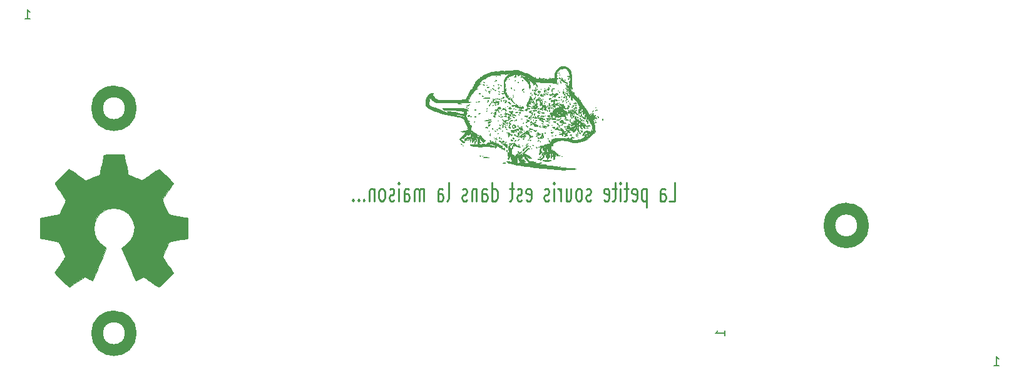
<source format=gbo>
G04 #@! TF.FileFunction,Legend,Bot*
%FSLAX46Y46*%
G04 Gerber Fmt 4.6, Leading zero omitted, Abs format (unit mm)*
G04 Created by KiCad (PCBNEW 4.0.5-e0-6337~49~ubuntu14.04.1) date Fri Dec 30 14:23:34 2016*
%MOMM*%
%LPD*%
G01*
G04 APERTURE LIST*
%ADD10C,0.150000*%
%ADD11C,0.254000*%
%ADD12C,1.587500*%
%ADD13C,0.010000*%
%ADD14C,0.002540*%
%ADD15C,0.127000*%
G04 APERTURE END LIST*
D10*
D11*
X164011427Y-102749048D02*
X164737141Y-102749048D01*
X164737141Y-100209048D01*
X162850284Y-102749048D02*
X162850284Y-101418571D01*
X162922855Y-101176667D01*
X163067998Y-101055714D01*
X163358284Y-101055714D01*
X163503427Y-101176667D01*
X162850284Y-102628095D02*
X162995427Y-102749048D01*
X163358284Y-102749048D01*
X163503427Y-102628095D01*
X163575998Y-102386190D01*
X163575998Y-102144286D01*
X163503427Y-101902381D01*
X163358284Y-101781429D01*
X162995427Y-101781429D01*
X162850284Y-101660476D01*
X160963427Y-101055714D02*
X160963427Y-103595714D01*
X160963427Y-101176667D02*
X160818284Y-101055714D01*
X160527998Y-101055714D01*
X160382855Y-101176667D01*
X160310284Y-101297619D01*
X160237713Y-101539524D01*
X160237713Y-102265238D01*
X160310284Y-102507143D01*
X160382855Y-102628095D01*
X160527998Y-102749048D01*
X160818284Y-102749048D01*
X160963427Y-102628095D01*
X159003998Y-102628095D02*
X159149141Y-102749048D01*
X159439427Y-102749048D01*
X159584570Y-102628095D01*
X159657141Y-102386190D01*
X159657141Y-101418571D01*
X159584570Y-101176667D01*
X159439427Y-101055714D01*
X159149141Y-101055714D01*
X159003998Y-101176667D01*
X158931427Y-101418571D01*
X158931427Y-101660476D01*
X159657141Y-101902381D01*
X158495998Y-101055714D02*
X157915427Y-101055714D01*
X158278284Y-100209048D02*
X158278284Y-102386190D01*
X158205712Y-102628095D01*
X158060570Y-102749048D01*
X157915427Y-102749048D01*
X157407427Y-102749048D02*
X157407427Y-101055714D01*
X157407427Y-100209048D02*
X157479998Y-100330000D01*
X157407427Y-100450952D01*
X157334855Y-100330000D01*
X157407427Y-100209048D01*
X157407427Y-100450952D01*
X156899427Y-101055714D02*
X156318856Y-101055714D01*
X156681713Y-100209048D02*
X156681713Y-102386190D01*
X156609141Y-102628095D01*
X156463999Y-102749048D01*
X156318856Y-102749048D01*
X155230284Y-102628095D02*
X155375427Y-102749048D01*
X155665713Y-102749048D01*
X155810856Y-102628095D01*
X155883427Y-102386190D01*
X155883427Y-101418571D01*
X155810856Y-101176667D01*
X155665713Y-101055714D01*
X155375427Y-101055714D01*
X155230284Y-101176667D01*
X155157713Y-101418571D01*
X155157713Y-101660476D01*
X155883427Y-101902381D01*
X153415998Y-102628095D02*
X153270855Y-102749048D01*
X152980570Y-102749048D01*
X152835427Y-102628095D01*
X152762855Y-102386190D01*
X152762855Y-102265238D01*
X152835427Y-102023333D01*
X152980570Y-101902381D01*
X153198284Y-101902381D01*
X153343427Y-101781429D01*
X153415998Y-101539524D01*
X153415998Y-101418571D01*
X153343427Y-101176667D01*
X153198284Y-101055714D01*
X152980570Y-101055714D01*
X152835427Y-101176667D01*
X151891999Y-102749048D02*
X152037141Y-102628095D01*
X152109713Y-102507143D01*
X152182284Y-102265238D01*
X152182284Y-101539524D01*
X152109713Y-101297619D01*
X152037141Y-101176667D01*
X151891999Y-101055714D01*
X151674284Y-101055714D01*
X151529141Y-101176667D01*
X151456570Y-101297619D01*
X151383999Y-101539524D01*
X151383999Y-102265238D01*
X151456570Y-102507143D01*
X151529141Y-102628095D01*
X151674284Y-102749048D01*
X151891999Y-102749048D01*
X150077713Y-101055714D02*
X150077713Y-102749048D01*
X150730856Y-101055714D02*
X150730856Y-102386190D01*
X150658284Y-102628095D01*
X150513142Y-102749048D01*
X150295427Y-102749048D01*
X150150284Y-102628095D01*
X150077713Y-102507143D01*
X149351999Y-102749048D02*
X149351999Y-101055714D01*
X149351999Y-101539524D02*
X149279427Y-101297619D01*
X149206856Y-101176667D01*
X149061713Y-101055714D01*
X148916570Y-101055714D01*
X148408570Y-102749048D02*
X148408570Y-101055714D01*
X148408570Y-100209048D02*
X148481141Y-100330000D01*
X148408570Y-100450952D01*
X148335998Y-100330000D01*
X148408570Y-100209048D01*
X148408570Y-100450952D01*
X147755427Y-102628095D02*
X147610284Y-102749048D01*
X147319999Y-102749048D01*
X147174856Y-102628095D01*
X147102284Y-102386190D01*
X147102284Y-102265238D01*
X147174856Y-102023333D01*
X147319999Y-101902381D01*
X147537713Y-101902381D01*
X147682856Y-101781429D01*
X147755427Y-101539524D01*
X147755427Y-101418571D01*
X147682856Y-101176667D01*
X147537713Y-101055714D01*
X147319999Y-101055714D01*
X147174856Y-101176667D01*
X144707427Y-102628095D02*
X144852570Y-102749048D01*
X145142856Y-102749048D01*
X145287999Y-102628095D01*
X145360570Y-102386190D01*
X145360570Y-101418571D01*
X145287999Y-101176667D01*
X145142856Y-101055714D01*
X144852570Y-101055714D01*
X144707427Y-101176667D01*
X144634856Y-101418571D01*
X144634856Y-101660476D01*
X145360570Y-101902381D01*
X144054284Y-102628095D02*
X143909141Y-102749048D01*
X143618856Y-102749048D01*
X143473713Y-102628095D01*
X143401141Y-102386190D01*
X143401141Y-102265238D01*
X143473713Y-102023333D01*
X143618856Y-101902381D01*
X143836570Y-101902381D01*
X143981713Y-101781429D01*
X144054284Y-101539524D01*
X144054284Y-101418571D01*
X143981713Y-101176667D01*
X143836570Y-101055714D01*
X143618856Y-101055714D01*
X143473713Y-101176667D01*
X142965713Y-101055714D02*
X142385142Y-101055714D01*
X142747999Y-100209048D02*
X142747999Y-102386190D01*
X142675427Y-102628095D01*
X142530285Y-102749048D01*
X142385142Y-102749048D01*
X140062856Y-102749048D02*
X140062856Y-100209048D01*
X140062856Y-102628095D02*
X140207999Y-102749048D01*
X140498285Y-102749048D01*
X140643427Y-102628095D01*
X140715999Y-102507143D01*
X140788570Y-102265238D01*
X140788570Y-101539524D01*
X140715999Y-101297619D01*
X140643427Y-101176667D01*
X140498285Y-101055714D01*
X140207999Y-101055714D01*
X140062856Y-101176667D01*
X138683999Y-102749048D02*
X138683999Y-101418571D01*
X138756570Y-101176667D01*
X138901713Y-101055714D01*
X139191999Y-101055714D01*
X139337142Y-101176667D01*
X138683999Y-102628095D02*
X138829142Y-102749048D01*
X139191999Y-102749048D01*
X139337142Y-102628095D01*
X139409713Y-102386190D01*
X139409713Y-102144286D01*
X139337142Y-101902381D01*
X139191999Y-101781429D01*
X138829142Y-101781429D01*
X138683999Y-101660476D01*
X137958285Y-101055714D02*
X137958285Y-102749048D01*
X137958285Y-101297619D02*
X137885713Y-101176667D01*
X137740571Y-101055714D01*
X137522856Y-101055714D01*
X137377713Y-101176667D01*
X137305142Y-101418571D01*
X137305142Y-102749048D01*
X136651999Y-102628095D02*
X136506856Y-102749048D01*
X136216571Y-102749048D01*
X136071428Y-102628095D01*
X135998856Y-102386190D01*
X135998856Y-102265238D01*
X136071428Y-102023333D01*
X136216571Y-101902381D01*
X136434285Y-101902381D01*
X136579428Y-101781429D01*
X136651999Y-101539524D01*
X136651999Y-101418571D01*
X136579428Y-101176667D01*
X136434285Y-101055714D01*
X136216571Y-101055714D01*
X136071428Y-101176667D01*
X133966857Y-102749048D02*
X134111999Y-102628095D01*
X134184571Y-102386190D01*
X134184571Y-100209048D01*
X132733142Y-102749048D02*
X132733142Y-101418571D01*
X132805713Y-101176667D01*
X132950856Y-101055714D01*
X133241142Y-101055714D01*
X133386285Y-101176667D01*
X132733142Y-102628095D02*
X132878285Y-102749048D01*
X133241142Y-102749048D01*
X133386285Y-102628095D01*
X133458856Y-102386190D01*
X133458856Y-102144286D01*
X133386285Y-101902381D01*
X133241142Y-101781429D01*
X132878285Y-101781429D01*
X132733142Y-101660476D01*
X130846285Y-102749048D02*
X130846285Y-101055714D01*
X130846285Y-101297619D02*
X130773713Y-101176667D01*
X130628571Y-101055714D01*
X130410856Y-101055714D01*
X130265713Y-101176667D01*
X130193142Y-101418571D01*
X130193142Y-102749048D01*
X130193142Y-101418571D02*
X130120571Y-101176667D01*
X129975428Y-101055714D01*
X129757713Y-101055714D01*
X129612571Y-101176667D01*
X129539999Y-101418571D01*
X129539999Y-102749048D01*
X128161142Y-102749048D02*
X128161142Y-101418571D01*
X128233713Y-101176667D01*
X128378856Y-101055714D01*
X128669142Y-101055714D01*
X128814285Y-101176667D01*
X128161142Y-102628095D02*
X128306285Y-102749048D01*
X128669142Y-102749048D01*
X128814285Y-102628095D01*
X128886856Y-102386190D01*
X128886856Y-102144286D01*
X128814285Y-101902381D01*
X128669142Y-101781429D01*
X128306285Y-101781429D01*
X128161142Y-101660476D01*
X127435428Y-102749048D02*
X127435428Y-101055714D01*
X127435428Y-100209048D02*
X127507999Y-100330000D01*
X127435428Y-100450952D01*
X127362856Y-100330000D01*
X127435428Y-100209048D01*
X127435428Y-100450952D01*
X126782285Y-102628095D02*
X126637142Y-102749048D01*
X126346857Y-102749048D01*
X126201714Y-102628095D01*
X126129142Y-102386190D01*
X126129142Y-102265238D01*
X126201714Y-102023333D01*
X126346857Y-101902381D01*
X126564571Y-101902381D01*
X126709714Y-101781429D01*
X126782285Y-101539524D01*
X126782285Y-101418571D01*
X126709714Y-101176667D01*
X126564571Y-101055714D01*
X126346857Y-101055714D01*
X126201714Y-101176667D01*
X125258286Y-102749048D02*
X125403428Y-102628095D01*
X125476000Y-102507143D01*
X125548571Y-102265238D01*
X125548571Y-101539524D01*
X125476000Y-101297619D01*
X125403428Y-101176667D01*
X125258286Y-101055714D01*
X125040571Y-101055714D01*
X124895428Y-101176667D01*
X124822857Y-101297619D01*
X124750286Y-101539524D01*
X124750286Y-102265238D01*
X124822857Y-102507143D01*
X124895428Y-102628095D01*
X125040571Y-102749048D01*
X125258286Y-102749048D01*
X124097143Y-101055714D02*
X124097143Y-102749048D01*
X124097143Y-101297619D02*
X124024571Y-101176667D01*
X123879429Y-101055714D01*
X123661714Y-101055714D01*
X123516571Y-101176667D01*
X123444000Y-101418571D01*
X123444000Y-102749048D01*
X122718286Y-102507143D02*
X122645714Y-102628095D01*
X122718286Y-102749048D01*
X122790857Y-102628095D01*
X122718286Y-102507143D01*
X122718286Y-102749048D01*
X121992572Y-102507143D02*
X121920000Y-102628095D01*
X121992572Y-102749048D01*
X122065143Y-102628095D01*
X121992572Y-102507143D01*
X121992572Y-102749048D01*
X121266858Y-102507143D02*
X121194286Y-102628095D01*
X121266858Y-102749048D01*
X121339429Y-102628095D01*
X121266858Y-102507143D01*
X121266858Y-102749048D01*
D12*
X91186000Y-120650000D02*
G75*
G03X91186000Y-120650000I-2286000J0D01*
G01*
X91186000Y-90170000D02*
G75*
G03X91186000Y-90170000I-2286000J0D01*
G01*
X190246000Y-106045000D02*
G75*
G03X190246000Y-106045000I-2286000J0D01*
G01*
D13*
G36*
X142295023Y-95266308D02*
X142277164Y-95313396D01*
X142229889Y-95619448D01*
X142248730Y-95757896D01*
X142284505Y-95946103D01*
X142300913Y-96100234D01*
X142301013Y-96107250D01*
X142291516Y-96189698D01*
X142251559Y-96154858D01*
X142242481Y-96140838D01*
X142175970Y-96070076D01*
X142142599Y-96112122D01*
X142143896Y-96256781D01*
X142181387Y-96493859D01*
X142186113Y-96517083D01*
X142227016Y-96742856D01*
X142233262Y-96875473D01*
X142204908Y-96943943D01*
X142186983Y-96958021D01*
X142142484Y-97015707D01*
X142198325Y-97083262D01*
X142267823Y-97114080D01*
X142322363Y-97052283D01*
X142360914Y-96954665D01*
X142398663Y-96770277D01*
X142367834Y-96685933D01*
X142315896Y-96573281D01*
X142307526Y-96491425D01*
X142313888Y-96400326D01*
X142336609Y-96425164D01*
X142365712Y-96495292D01*
X142454262Y-96621110D01*
X142527025Y-96670452D01*
X142602302Y-96749972D01*
X142596288Y-96810307D01*
X142597403Y-96931753D01*
X142652109Y-97090134D01*
X142655795Y-97097387D01*
X142719227Y-97262610D01*
X142693378Y-97360181D01*
X142567736Y-97399600D01*
X142331793Y-97390365D01*
X142331682Y-97390353D01*
X141996233Y-97355732D01*
X142126054Y-97485553D01*
X142280503Y-97582739D01*
X142422563Y-97614431D01*
X142578540Y-97636333D01*
X142666620Y-97676104D01*
X142771004Y-97711413D01*
X142952829Y-97732888D01*
X143077409Y-97736139D01*
X143268972Y-97742290D01*
X143339010Y-97765379D01*
X143317539Y-97792555D01*
X143280818Y-97834240D01*
X143355820Y-97851182D01*
X143410928Y-97852527D01*
X143580855Y-97864566D01*
X143810737Y-97894285D01*
X143950678Y-97917389D01*
X144179580Y-97954777D01*
X144507664Y-98002891D01*
X144907925Y-98058112D01*
X145353357Y-98116820D01*
X145816956Y-98175394D01*
X146271716Y-98230214D01*
X146367500Y-98241366D01*
X146579778Y-98262908D01*
X146890371Y-98290462D01*
X147270870Y-98321704D01*
X147692866Y-98354310D01*
X148127948Y-98385955D01*
X148177250Y-98389408D01*
X148590440Y-98419170D01*
X148973489Y-98448530D01*
X149303569Y-98475599D01*
X149557851Y-98498488D01*
X149713505Y-98515309D01*
X149733000Y-98518128D01*
X149917549Y-98523188D01*
X150064958Y-98487101D01*
X150072454Y-98482871D01*
X150228753Y-98443449D01*
X150477628Y-98448642D01*
X150536274Y-98455192D01*
X150792962Y-98471754D01*
X151048848Y-98464399D01*
X151149320Y-98452095D01*
X151415750Y-98405691D01*
X151066500Y-98322786D01*
X150863560Y-98289966D01*
X150573275Y-98262803D01*
X150235273Y-98244221D01*
X149907625Y-98237190D01*
X149536360Y-98229640D01*
X149273301Y-98210461D01*
X149122876Y-98180631D01*
X149089514Y-98141131D01*
X149177644Y-98092940D01*
X149209125Y-98082686D01*
X149234358Y-98066019D01*
X149150685Y-98069849D01*
X149129750Y-98072330D01*
X148978770Y-98073169D01*
X148746427Y-98054340D01*
X148476164Y-98019690D01*
X148399500Y-98007658D01*
X148102901Y-97964736D01*
X147809433Y-97931671D01*
X147574802Y-97914571D01*
X147542250Y-97913645D01*
X147366028Y-97904198D01*
X147311969Y-97883394D01*
X147350624Y-97858907D01*
X147370119Y-97827701D01*
X147291370Y-97797375D01*
X147143108Y-97771239D01*
X146954067Y-97752604D01*
X146752979Y-97744779D01*
X146568575Y-97751075D01*
X146493765Y-97760193D01*
X146272250Y-97796767D01*
X146479310Y-97680274D01*
X146686369Y-97563780D01*
X146193560Y-97577534D01*
X145952694Y-97582606D01*
X145823401Y-97578723D01*
X145790375Y-97562497D01*
X145838312Y-97530542D01*
X145884441Y-97509134D01*
X145967983Y-97467786D01*
X145983705Y-97439736D01*
X145915673Y-97418509D01*
X145747950Y-97397633D01*
X145566941Y-97380158D01*
X145314657Y-97353956D01*
X145152744Y-97322555D01*
X145045029Y-97270013D01*
X144955338Y-97180388D01*
X144875250Y-97075336D01*
X144742158Y-96910410D01*
X144620722Y-96784836D01*
X144576671Y-96750288D01*
X144463480Y-96705420D01*
X144424992Y-96743908D01*
X144462084Y-96845771D01*
X144566530Y-96981326D01*
X144709791Y-97149705D01*
X144841171Y-97327219D01*
X144936195Y-97478474D01*
X144970500Y-97565515D01*
X144915538Y-97589483D01*
X144782932Y-97598499D01*
X144621109Y-97592977D01*
X144478492Y-97573330D01*
X144435944Y-97560956D01*
X144430524Y-97555211D01*
X143917296Y-97555211D01*
X143849069Y-97592298D01*
X143704248Y-97599500D01*
X143446500Y-97599500D01*
X143446500Y-97318943D01*
X143439777Y-97170875D01*
X143255028Y-97170875D01*
X143233273Y-97264310D01*
X143154781Y-97265198D01*
X143012517Y-97180618D01*
X142900086Y-97045374D01*
X142887262Y-96942493D01*
X142934051Y-96837650D01*
X142998580Y-96837111D01*
X143034488Y-96938948D01*
X143034723Y-96948625D01*
X143066097Y-97096413D01*
X143090285Y-97145904D01*
X143146856Y-97200213D01*
X143199466Y-97145904D01*
X143243337Y-97100970D01*
X143255028Y-97170875D01*
X143439777Y-97170875D01*
X143437489Y-97120502D01*
X143414953Y-96963768D01*
X143405485Y-96931503D01*
X143400486Y-96851909D01*
X143484860Y-96847583D01*
X143590357Y-96925634D01*
X143626692Y-97028648D01*
X143686354Y-97201344D01*
X143760120Y-97313750D01*
X143886386Y-97468808D01*
X143917296Y-97555211D01*
X144430524Y-97555211D01*
X144352955Y-97473006D01*
X144345790Y-97440750D01*
X144272000Y-97440750D01*
X144240250Y-97472500D01*
X144208500Y-97440750D01*
X144240250Y-97409000D01*
X144272000Y-97440750D01*
X144345790Y-97440750D01*
X144335500Y-97394430D01*
X144350072Y-97307234D01*
X144413058Y-97331296D01*
X144432285Y-97346773D01*
X144526657Y-97397270D01*
X144564724Y-97391443D01*
X144545042Y-97339230D01*
X144467939Y-97284910D01*
X144464462Y-97282000D01*
X144145000Y-97282000D01*
X144123335Y-97343849D01*
X144116998Y-97345500D01*
X144062784Y-97301003D01*
X144049750Y-97282000D01*
X144054785Y-97223485D01*
X144077753Y-97218500D01*
X144142416Y-97264595D01*
X144145000Y-97282000D01*
X144464462Y-97282000D01*
X144364293Y-97198188D01*
X144335500Y-97131627D01*
X144285646Y-97070160D01*
X144168303Y-97063594D01*
X144032759Y-97114128D01*
X143963928Y-97116766D01*
X143953633Y-97079372D01*
X143937159Y-96953384D01*
X143914477Y-96853375D01*
X143902178Y-96762418D01*
X143950747Y-96721328D01*
X144090005Y-96710684D01*
X144133847Y-96710500D01*
X144305855Y-96695547D01*
X144418030Y-96658284D01*
X144432347Y-96644416D01*
X144517236Y-96610597D01*
X144650981Y-96636961D01*
X144779303Y-96709586D01*
X144811507Y-96741687D01*
X144915501Y-96820293D01*
X145068056Y-96892215D01*
X145220608Y-96939450D01*
X145324594Y-96943997D01*
X145337133Y-96936534D01*
X145328167Y-96874995D01*
X145271261Y-96829394D01*
X145148332Y-96743602D01*
X145001959Y-96620497D01*
X144994182Y-96613333D01*
X144813345Y-96492518D01*
X144613517Y-96419109D01*
X144461940Y-96366222D01*
X144399156Y-96291421D01*
X144399000Y-96287535D01*
X144438823Y-96199637D01*
X144537785Y-96067248D01*
X144665126Y-95924069D01*
X144790085Y-95803801D01*
X144881902Y-95740145D01*
X144900964Y-95737589D01*
X144936007Y-95695028D01*
X144943286Y-95631126D01*
X144927817Y-95556488D01*
X144872868Y-95563022D01*
X144765628Y-95658006D01*
X144625689Y-95811555D01*
X144488895Y-95965230D01*
X144375740Y-96088288D01*
X144347035Y-96118045D01*
X144294704Y-96245569D01*
X144303689Y-96329305D01*
X144303963Y-96432940D01*
X144248298Y-96452970D01*
X144187055Y-96377125D01*
X144158742Y-96350132D01*
X144150014Y-96402081D01*
X144094328Y-96513976D01*
X144049002Y-96543250D01*
X143993421Y-96552463D01*
X143999153Y-96497939D01*
X144057081Y-96375419D01*
X144161159Y-96170750D01*
X143996290Y-96322851D01*
X143873387Y-96407631D01*
X143730930Y-96468351D01*
X143600055Y-96498956D01*
X143511895Y-96493396D01*
X143497584Y-96445617D01*
X143517286Y-96415971D01*
X143556991Y-96319986D01*
X143542106Y-96280340D01*
X143481493Y-96283782D01*
X143464265Y-96313625D01*
X143384334Y-96386330D01*
X143345959Y-96393000D01*
X143264947Y-96431543D01*
X143256000Y-96461035D01*
X143215824Y-96553588D01*
X143128983Y-96656063D01*
X143046015Y-96710020D01*
X143040279Y-96710500D01*
X143028909Y-96662875D01*
X143042619Y-96615037D01*
X143029697Y-96536643D01*
X142907245Y-96485518D01*
X142881876Y-96480100D01*
X142755484Y-96442631D01*
X142697771Y-96370381D01*
X142680684Y-96221536D01*
X142679670Y-96178687D01*
X142665120Y-96032517D01*
X142631994Y-95861692D01*
X142589238Y-95697260D01*
X142545800Y-95570267D01*
X142510630Y-95511762D01*
X142494368Y-95535750D01*
X142468626Y-95538491D01*
X142433885Y-95472250D01*
X142423047Y-95318007D01*
X142454223Y-95253685D01*
X142493565Y-95191491D01*
X142446375Y-95209808D01*
X142374497Y-95211287D01*
X142362170Y-95174372D01*
X142341285Y-95171698D01*
X142295023Y-95266308D01*
X142295023Y-95266308D01*
G37*
X142295023Y-95266308D02*
X142277164Y-95313396D01*
X142229889Y-95619448D01*
X142248730Y-95757896D01*
X142284505Y-95946103D01*
X142300913Y-96100234D01*
X142301013Y-96107250D01*
X142291516Y-96189698D01*
X142251559Y-96154858D01*
X142242481Y-96140838D01*
X142175970Y-96070076D01*
X142142599Y-96112122D01*
X142143896Y-96256781D01*
X142181387Y-96493859D01*
X142186113Y-96517083D01*
X142227016Y-96742856D01*
X142233262Y-96875473D01*
X142204908Y-96943943D01*
X142186983Y-96958021D01*
X142142484Y-97015707D01*
X142198325Y-97083262D01*
X142267823Y-97114080D01*
X142322363Y-97052283D01*
X142360914Y-96954665D01*
X142398663Y-96770277D01*
X142367834Y-96685933D01*
X142315896Y-96573281D01*
X142307526Y-96491425D01*
X142313888Y-96400326D01*
X142336609Y-96425164D01*
X142365712Y-96495292D01*
X142454262Y-96621110D01*
X142527025Y-96670452D01*
X142602302Y-96749972D01*
X142596288Y-96810307D01*
X142597403Y-96931753D01*
X142652109Y-97090134D01*
X142655795Y-97097387D01*
X142719227Y-97262610D01*
X142693378Y-97360181D01*
X142567736Y-97399600D01*
X142331793Y-97390365D01*
X142331682Y-97390353D01*
X141996233Y-97355732D01*
X142126054Y-97485553D01*
X142280503Y-97582739D01*
X142422563Y-97614431D01*
X142578540Y-97636333D01*
X142666620Y-97676104D01*
X142771004Y-97711413D01*
X142952829Y-97732888D01*
X143077409Y-97736139D01*
X143268972Y-97742290D01*
X143339010Y-97765379D01*
X143317539Y-97792555D01*
X143280818Y-97834240D01*
X143355820Y-97851182D01*
X143410928Y-97852527D01*
X143580855Y-97864566D01*
X143810737Y-97894285D01*
X143950678Y-97917389D01*
X144179580Y-97954777D01*
X144507664Y-98002891D01*
X144907925Y-98058112D01*
X145353357Y-98116820D01*
X145816956Y-98175394D01*
X146271716Y-98230214D01*
X146367500Y-98241366D01*
X146579778Y-98262908D01*
X146890371Y-98290462D01*
X147270870Y-98321704D01*
X147692866Y-98354310D01*
X148127948Y-98385955D01*
X148177250Y-98389408D01*
X148590440Y-98419170D01*
X148973489Y-98448530D01*
X149303569Y-98475599D01*
X149557851Y-98498488D01*
X149713505Y-98515309D01*
X149733000Y-98518128D01*
X149917549Y-98523188D01*
X150064958Y-98487101D01*
X150072454Y-98482871D01*
X150228753Y-98443449D01*
X150477628Y-98448642D01*
X150536274Y-98455192D01*
X150792962Y-98471754D01*
X151048848Y-98464399D01*
X151149320Y-98452095D01*
X151415750Y-98405691D01*
X151066500Y-98322786D01*
X150863560Y-98289966D01*
X150573275Y-98262803D01*
X150235273Y-98244221D01*
X149907625Y-98237190D01*
X149536360Y-98229640D01*
X149273301Y-98210461D01*
X149122876Y-98180631D01*
X149089514Y-98141131D01*
X149177644Y-98092940D01*
X149209125Y-98082686D01*
X149234358Y-98066019D01*
X149150685Y-98069849D01*
X149129750Y-98072330D01*
X148978770Y-98073169D01*
X148746427Y-98054340D01*
X148476164Y-98019690D01*
X148399500Y-98007658D01*
X148102901Y-97964736D01*
X147809433Y-97931671D01*
X147574802Y-97914571D01*
X147542250Y-97913645D01*
X147366028Y-97904198D01*
X147311969Y-97883394D01*
X147350624Y-97858907D01*
X147370119Y-97827701D01*
X147291370Y-97797375D01*
X147143108Y-97771239D01*
X146954067Y-97752604D01*
X146752979Y-97744779D01*
X146568575Y-97751075D01*
X146493765Y-97760193D01*
X146272250Y-97796767D01*
X146479310Y-97680274D01*
X146686369Y-97563780D01*
X146193560Y-97577534D01*
X145952694Y-97582606D01*
X145823401Y-97578723D01*
X145790375Y-97562497D01*
X145838312Y-97530542D01*
X145884441Y-97509134D01*
X145967983Y-97467786D01*
X145983705Y-97439736D01*
X145915673Y-97418509D01*
X145747950Y-97397633D01*
X145566941Y-97380158D01*
X145314657Y-97353956D01*
X145152744Y-97322555D01*
X145045029Y-97270013D01*
X144955338Y-97180388D01*
X144875250Y-97075336D01*
X144742158Y-96910410D01*
X144620722Y-96784836D01*
X144576671Y-96750288D01*
X144463480Y-96705420D01*
X144424992Y-96743908D01*
X144462084Y-96845771D01*
X144566530Y-96981326D01*
X144709791Y-97149705D01*
X144841171Y-97327219D01*
X144936195Y-97478474D01*
X144970500Y-97565515D01*
X144915538Y-97589483D01*
X144782932Y-97598499D01*
X144621109Y-97592977D01*
X144478492Y-97573330D01*
X144435944Y-97560956D01*
X144430524Y-97555211D01*
X143917296Y-97555211D01*
X143849069Y-97592298D01*
X143704248Y-97599500D01*
X143446500Y-97599500D01*
X143446500Y-97318943D01*
X143439777Y-97170875D01*
X143255028Y-97170875D01*
X143233273Y-97264310D01*
X143154781Y-97265198D01*
X143012517Y-97180618D01*
X142900086Y-97045374D01*
X142887262Y-96942493D01*
X142934051Y-96837650D01*
X142998580Y-96837111D01*
X143034488Y-96938948D01*
X143034723Y-96948625D01*
X143066097Y-97096413D01*
X143090285Y-97145904D01*
X143146856Y-97200213D01*
X143199466Y-97145904D01*
X143243337Y-97100970D01*
X143255028Y-97170875D01*
X143439777Y-97170875D01*
X143437489Y-97120502D01*
X143414953Y-96963768D01*
X143405485Y-96931503D01*
X143400486Y-96851909D01*
X143484860Y-96847583D01*
X143590357Y-96925634D01*
X143626692Y-97028648D01*
X143686354Y-97201344D01*
X143760120Y-97313750D01*
X143886386Y-97468808D01*
X143917296Y-97555211D01*
X144430524Y-97555211D01*
X144352955Y-97473006D01*
X144345790Y-97440750D01*
X144272000Y-97440750D01*
X144240250Y-97472500D01*
X144208500Y-97440750D01*
X144240250Y-97409000D01*
X144272000Y-97440750D01*
X144345790Y-97440750D01*
X144335500Y-97394430D01*
X144350072Y-97307234D01*
X144413058Y-97331296D01*
X144432285Y-97346773D01*
X144526657Y-97397270D01*
X144564724Y-97391443D01*
X144545042Y-97339230D01*
X144467939Y-97284910D01*
X144464462Y-97282000D01*
X144145000Y-97282000D01*
X144123335Y-97343849D01*
X144116998Y-97345500D01*
X144062784Y-97301003D01*
X144049750Y-97282000D01*
X144054785Y-97223485D01*
X144077753Y-97218500D01*
X144142416Y-97264595D01*
X144145000Y-97282000D01*
X144464462Y-97282000D01*
X144364293Y-97198188D01*
X144335500Y-97131627D01*
X144285646Y-97070160D01*
X144168303Y-97063594D01*
X144032759Y-97114128D01*
X143963928Y-97116766D01*
X143953633Y-97079372D01*
X143937159Y-96953384D01*
X143914477Y-96853375D01*
X143902178Y-96762418D01*
X143950747Y-96721328D01*
X144090005Y-96710684D01*
X144133847Y-96710500D01*
X144305855Y-96695547D01*
X144418030Y-96658284D01*
X144432347Y-96644416D01*
X144517236Y-96610597D01*
X144650981Y-96636961D01*
X144779303Y-96709586D01*
X144811507Y-96741687D01*
X144915501Y-96820293D01*
X145068056Y-96892215D01*
X145220608Y-96939450D01*
X145324594Y-96943997D01*
X145337133Y-96936534D01*
X145328167Y-96874995D01*
X145271261Y-96829394D01*
X145148332Y-96743602D01*
X145001959Y-96620497D01*
X144994182Y-96613333D01*
X144813345Y-96492518D01*
X144613517Y-96419109D01*
X144461940Y-96366222D01*
X144399156Y-96291421D01*
X144399000Y-96287535D01*
X144438823Y-96199637D01*
X144537785Y-96067248D01*
X144665126Y-95924069D01*
X144790085Y-95803801D01*
X144881902Y-95740145D01*
X144900964Y-95737589D01*
X144936007Y-95695028D01*
X144943286Y-95631126D01*
X144927817Y-95556488D01*
X144872868Y-95563022D01*
X144765628Y-95658006D01*
X144625689Y-95811555D01*
X144488895Y-95965230D01*
X144375740Y-96088288D01*
X144347035Y-96118045D01*
X144294704Y-96245569D01*
X144303689Y-96329305D01*
X144303963Y-96432940D01*
X144248298Y-96452970D01*
X144187055Y-96377125D01*
X144158742Y-96350132D01*
X144150014Y-96402081D01*
X144094328Y-96513976D01*
X144049002Y-96543250D01*
X143993421Y-96552463D01*
X143999153Y-96497939D01*
X144057081Y-96375419D01*
X144161159Y-96170750D01*
X143996290Y-96322851D01*
X143873387Y-96407631D01*
X143730930Y-96468351D01*
X143600055Y-96498956D01*
X143511895Y-96493396D01*
X143497584Y-96445617D01*
X143517286Y-96415971D01*
X143556991Y-96319986D01*
X143542106Y-96280340D01*
X143481493Y-96283782D01*
X143464265Y-96313625D01*
X143384334Y-96386330D01*
X143345959Y-96393000D01*
X143264947Y-96431543D01*
X143256000Y-96461035D01*
X143215824Y-96553588D01*
X143128983Y-96656063D01*
X143046015Y-96710020D01*
X143040279Y-96710500D01*
X143028909Y-96662875D01*
X143042619Y-96615037D01*
X143029697Y-96536643D01*
X142907245Y-96485518D01*
X142881876Y-96480100D01*
X142755484Y-96442631D01*
X142697771Y-96370381D01*
X142680684Y-96221536D01*
X142679670Y-96178687D01*
X142665120Y-96032517D01*
X142631994Y-95861692D01*
X142589238Y-95697260D01*
X142545800Y-95570267D01*
X142510630Y-95511762D01*
X142494368Y-95535750D01*
X142468626Y-95538491D01*
X142433885Y-95472250D01*
X142423047Y-95318007D01*
X142454223Y-95253685D01*
X142493565Y-95191491D01*
X142446375Y-95209808D01*
X142374497Y-95211287D01*
X142362170Y-95174372D01*
X142341285Y-95171698D01*
X142295023Y-95266308D01*
G36*
X141525625Y-97554685D02*
X141495534Y-97570389D01*
X141575314Y-97580352D01*
X141668500Y-97582204D01*
X141805841Y-97577251D01*
X141843543Y-97564586D01*
X141811375Y-97554685D01*
X141626338Y-97544180D01*
X141525625Y-97554685D01*
X141525625Y-97554685D01*
G37*
X141525625Y-97554685D02*
X141495534Y-97570389D01*
X141575314Y-97580352D01*
X141668500Y-97582204D01*
X141805841Y-97577251D01*
X141843543Y-97564586D01*
X141811375Y-97554685D01*
X141626338Y-97544180D01*
X141525625Y-97554685D01*
G36*
X147163449Y-97164197D02*
X146994995Y-97182188D01*
X146912826Y-97209724D01*
X146911712Y-97211280D01*
X146934977Y-97263009D01*
X147053489Y-97303810D01*
X147235784Y-97331266D01*
X147450394Y-97342961D01*
X147665854Y-97336475D01*
X147850697Y-97309392D01*
X147918608Y-97288640D01*
X148002719Y-97247267D01*
X147970230Y-97214351D01*
X147929289Y-97197853D01*
X147801108Y-97172579D01*
X147605047Y-97158884D01*
X147379647Y-97156259D01*
X147163449Y-97164197D01*
X147163449Y-97164197D01*
G37*
X147163449Y-97164197D02*
X146994995Y-97182188D01*
X146912826Y-97209724D01*
X146911712Y-97211280D01*
X146934977Y-97263009D01*
X147053489Y-97303810D01*
X147235784Y-97331266D01*
X147450394Y-97342961D01*
X147665854Y-97336475D01*
X147850697Y-97309392D01*
X147918608Y-97288640D01*
X148002719Y-97247267D01*
X147970230Y-97214351D01*
X147929289Y-97197853D01*
X147801108Y-97172579D01*
X147605047Y-97158884D01*
X147379647Y-97156259D01*
X147163449Y-97164197D01*
G36*
X149436884Y-84484379D02*
X149119354Y-84619358D01*
X148841708Y-84869939D01*
X148671041Y-85121750D01*
X148550295Y-85358706D01*
X148489405Y-85546515D01*
X148473672Y-85738847D01*
X148476830Y-85830901D01*
X148481402Y-86020018D01*
X148464770Y-86102644D01*
X148422185Y-86098220D01*
X148413211Y-86091204D01*
X148304326Y-86059487D01*
X148173803Y-86107845D01*
X148037929Y-86158299D01*
X147948033Y-86124148D01*
X147941017Y-86117416D01*
X147852110Y-86055359D01*
X147788458Y-86047622D01*
X147792117Y-86099312D01*
X147792138Y-86099346D01*
X147787703Y-86170594D01*
X147691298Y-86213853D01*
X147535222Y-86227340D01*
X147351773Y-86209270D01*
X147173248Y-86157860D01*
X147126347Y-86136119D01*
X146989610Y-86083072D01*
X146939049Y-86106667D01*
X146939000Y-86108648D01*
X146889330Y-86148968D01*
X146804488Y-86135365D01*
X146706008Y-86122705D01*
X146698654Y-86178711D01*
X146765409Y-86257152D01*
X146796126Y-86264750D01*
X146892966Y-86295000D01*
X146911758Y-86357431D01*
X146882932Y-86387157D01*
X146807683Y-86367687D01*
X146703007Y-86269122D01*
X146678548Y-86237853D01*
X146562814Y-86104242D01*
X146459599Y-86020993D01*
X146392514Y-86001398D01*
X146385172Y-86058752D01*
X146391154Y-86076048D01*
X146395000Y-86132963D01*
X146331228Y-86155713D01*
X146174453Y-86150547D01*
X146111074Y-86145009D01*
X145893124Y-86106798D01*
X145706045Y-86022148D01*
X145495165Y-85865920D01*
X145484163Y-85856741D01*
X145315436Y-85722139D01*
X145182757Y-85628424D01*
X145120438Y-85597608D01*
X145030582Y-85570298D01*
X144903695Y-85511775D01*
X143609346Y-85511775D01*
X143535658Y-85507687D01*
X143478250Y-85495745D01*
X143336016Y-85458972D01*
X143261321Y-85430342D01*
X143261292Y-85430317D01*
X143268916Y-85406157D01*
X143352671Y-85408583D01*
X143466072Y-85431104D01*
X143562632Y-85467232D01*
X143573500Y-85473901D01*
X143609346Y-85511775D01*
X144903695Y-85511775D01*
X144888563Y-85504796D01*
X144882375Y-85501584D01*
X144734412Y-85438744D01*
X144630365Y-85419082D01*
X144628375Y-85419414D01*
X144533902Y-85399948D01*
X144474676Y-85375750D01*
X143192500Y-85375750D01*
X143160750Y-85407500D01*
X143129000Y-85375750D01*
X143160750Y-85344000D01*
X143192500Y-85375750D01*
X144474676Y-85375750D01*
X144375486Y-85335224D01*
X144290405Y-85293188D01*
X144105485Y-85208986D01*
X143950298Y-85159239D01*
X143906230Y-85153500D01*
X143774557Y-85125501D01*
X143729076Y-85097884D01*
X143639173Y-85060005D01*
X143482308Y-85029634D01*
X143294954Y-85009247D01*
X143113582Y-85001321D01*
X142974664Y-85008332D01*
X142914671Y-85032755D01*
X142916789Y-85042742D01*
X142891153Y-85074198D01*
X142757929Y-85085738D01*
X142509653Y-85077723D01*
X142373594Y-85068919D01*
X142086549Y-85052722D01*
X141911636Y-85054029D01*
X141835091Y-85073639D01*
X141833651Y-85100356D01*
X141812769Y-85138793D01*
X141692863Y-85139378D01*
X141495547Y-85103961D01*
X141312842Y-85055790D01*
X141150182Y-85068987D01*
X141071115Y-85124956D01*
X140958962Y-85194594D01*
X140794377Y-85206931D01*
X140688888Y-85195731D01*
X140512000Y-85181876D01*
X140392269Y-85191575D01*
X140371647Y-85201520D01*
X140284083Y-85232845D01*
X140128001Y-85251645D01*
X140108392Y-85252489D01*
X139911608Y-85277805D01*
X139746858Y-85327976D01*
X139746610Y-85328094D01*
X139387755Y-85495622D01*
X139129966Y-85606086D01*
X138977558Y-85657682D01*
X138949702Y-85661499D01*
X138852915Y-85702871D01*
X138747500Y-85788499D01*
X138621784Y-85882689D01*
X138525250Y-85915499D01*
X138441016Y-85964222D01*
X138430000Y-86006639D01*
X138375886Y-86085647D01*
X138242275Y-86164555D01*
X138207750Y-86178146D01*
X138063036Y-86248838D01*
X137988298Y-86321226D01*
X137985500Y-86334212D01*
X137934367Y-86419975D01*
X137886226Y-86448007D01*
X137818923Y-86508486D01*
X137823121Y-86544627D01*
X137810034Y-86616004D01*
X137779521Y-86635313D01*
X137743316Y-86663903D01*
X137793277Y-86672486D01*
X137816776Y-86710296D01*
X137737808Y-86811252D01*
X137683526Y-86863166D01*
X137568373Y-86987495D01*
X137542867Y-87062879D01*
X137557682Y-87074643D01*
X137589810Y-87123463D01*
X137523975Y-87211597D01*
X137450561Y-87313946D01*
X137444246Y-87373565D01*
X137416708Y-87436647D01*
X137310201Y-87534659D01*
X137254763Y-87574820D01*
X137116913Y-87687410D01*
X137039512Y-87786923D01*
X137033434Y-87810721D01*
X137001432Y-87941346D01*
X136918845Y-88140994D01*
X136804523Y-88373966D01*
X136677313Y-88604562D01*
X136556064Y-88797082D01*
X136459625Y-88915827D01*
X136443094Y-88928845D01*
X136370869Y-88959870D01*
X136248823Y-88985640D01*
X136063217Y-89007209D01*
X135800309Y-89025631D01*
X135446361Y-89041960D01*
X134987631Y-89057249D01*
X134646369Y-89066621D01*
X134188020Y-89076637D01*
X133760412Y-89082477D01*
X133383441Y-89084145D01*
X133077000Y-89081645D01*
X132860985Y-89074981D01*
X132764293Y-89066230D01*
X132584775Y-89001174D01*
X132412539Y-88890212D01*
X132287731Y-88764100D01*
X132248953Y-88671431D01*
X132202516Y-88595206D01*
X132095603Y-88494953D01*
X131996271Y-88389924D01*
X132008435Y-88311316D01*
X132011972Y-88307628D01*
X132075548Y-88208869D01*
X132043339Y-88151866D01*
X131939587Y-88136884D01*
X131788537Y-88164186D01*
X131614433Y-88234033D01*
X131500798Y-88302088D01*
X131284268Y-88511085D01*
X131142715Y-88793546D01*
X131069572Y-89165330D01*
X131057006Y-89373728D01*
X131045479Y-89792713D01*
X131320523Y-90028981D01*
X131641385Y-90248670D01*
X132087051Y-90463545D01*
X132657929Y-90673735D01*
X133354425Y-90879373D01*
X134176950Y-91080589D01*
X135125909Y-91277513D01*
X135350250Y-91320005D01*
X135668453Y-91382922D01*
X135887180Y-91437461D01*
X136032708Y-91493009D01*
X136131313Y-91558952D01*
X136189342Y-91619744D01*
X136286225Y-91761706D01*
X136331926Y-91877959D01*
X136332380Y-91884500D01*
X136364878Y-91985184D01*
X136447391Y-92154918D01*
X136553873Y-92343006D01*
X136655828Y-92530903D01*
X136712826Y-92674771D01*
X136712574Y-92743557D01*
X136712459Y-92743629D01*
X136653685Y-92824483D01*
X136695314Y-92890405D01*
X136747250Y-92900500D01*
X136831287Y-92926272D01*
X136841528Y-92948125D01*
X136789202Y-93065735D01*
X136630897Y-93143406D01*
X136461500Y-93176092D01*
X136235873Y-93213177D01*
X136028621Y-93258786D01*
X135985250Y-93270834D01*
X135794750Y-93327932D01*
X136037693Y-93376186D01*
X136263443Y-93398248D01*
X136513019Y-93391520D01*
X136561568Y-93385935D01*
X136741528Y-93373933D01*
X136835197Y-93395017D01*
X136842500Y-93409714D01*
X136788027Y-93456096D01*
X136679576Y-93472000D01*
X136495313Y-93499976D01*
X136345376Y-93569715D01*
X136272617Y-93659933D01*
X136271000Y-93674945D01*
X136227531Y-93752847D01*
X136122580Y-93872024D01*
X135994332Y-93995036D01*
X135880969Y-94084446D01*
X135830338Y-94107000D01*
X135772995Y-94154476D01*
X135707234Y-94245212D01*
X135653589Y-94358916D01*
X135683279Y-94431557D01*
X135707835Y-94453050D01*
X135810439Y-94565807D01*
X135864654Y-94648212D01*
X135984796Y-94751596D01*
X136134529Y-94793648D01*
X136283920Y-94784254D01*
X136330784Y-94734803D01*
X136266899Y-94672469D01*
X136180345Y-94642229D01*
X136048630Y-94579483D01*
X135991838Y-94514019D01*
X135906686Y-94435979D01*
X135844368Y-94422387D01*
X135778677Y-94410010D01*
X135805655Y-94361563D01*
X135877229Y-94298571D01*
X136008203Y-94221418D01*
X136109617Y-94210026D01*
X136195909Y-94186557D01*
X136235973Y-94117326D01*
X136319463Y-93970328D01*
X136380899Y-93906359D01*
X136450521Y-93859724D01*
X136438192Y-93900625D01*
X136431242Y-93970061D01*
X136457753Y-93980000D01*
X136511971Y-93926726D01*
X136525000Y-93850122D01*
X136541689Y-93765122D01*
X136615767Y-93743119D01*
X136738383Y-93760276D01*
X136895607Y-93773618D01*
X136975031Y-93727815D01*
X136994131Y-93689906D01*
X137033477Y-93614899D01*
X137082112Y-93643869D01*
X137119806Y-93693439D01*
X137169464Y-93837776D01*
X137139576Y-93942014D01*
X137069196Y-94032321D01*
X136948015Y-94059888D01*
X136840023Y-94054147D01*
X136680942Y-94052934D01*
X136567727Y-94104769D01*
X136448448Y-94235834D01*
X136428650Y-94261548D01*
X136319779Y-94429200D01*
X136296959Y-94520717D01*
X136353168Y-94525588D01*
X136481386Y-94433304D01*
X136519703Y-94397825D01*
X136664811Y-94282689D01*
X136785196Y-94256501D01*
X136852416Y-94272160D01*
X136987102Y-94305930D01*
X137054319Y-94308266D01*
X137080407Y-94352261D01*
X137074735Y-94478957D01*
X137071012Y-94502060D01*
X137034636Y-94710250D01*
X137129169Y-94488000D01*
X137251472Y-94216224D01*
X137347170Y-94044825D01*
X137428948Y-93953411D01*
X137477500Y-93928188D01*
X137534076Y-93921320D01*
X137503274Y-93977027D01*
X137468539Y-94018347D01*
X137385909Y-94170205D01*
X137330670Y-94374599D01*
X137311954Y-94578089D01*
X137338892Y-94727230D01*
X137345464Y-94738688D01*
X137397643Y-94782716D01*
X137451577Y-94724116D01*
X137482423Y-94661304D01*
X137550770Y-94550244D01*
X137606673Y-94521092D01*
X137643522Y-94482499D01*
X137685304Y-94351779D01*
X137706537Y-94249226D01*
X137759299Y-93948250D01*
X137793025Y-94314582D01*
X137827018Y-94537751D01*
X137870969Y-94653533D01*
X137913922Y-94657794D01*
X137944919Y-94546403D01*
X137953750Y-94375192D01*
X137968487Y-94166109D01*
X138005576Y-93993281D01*
X138024545Y-93948250D01*
X138049198Y-93870879D01*
X137882954Y-93870879D01*
X137806910Y-93870077D01*
X137709030Y-93819008D01*
X137546854Y-93745223D01*
X137431621Y-93726000D01*
X137319222Y-93702343D01*
X137287000Y-93662500D01*
X137336920Y-93604914D01*
X137366375Y-93601154D01*
X137479330Y-93627607D01*
X137626515Y-93688731D01*
X137768439Y-93763907D01*
X137865612Y-93832515D01*
X137882954Y-93870879D01*
X138049198Y-93870879D01*
X138071733Y-93800160D01*
X138016032Y-93683903D01*
X137846519Y-93580271D01*
X137805058Y-93562302D01*
X137600623Y-93452280D01*
X137416791Y-93315602D01*
X137405091Y-93304674D01*
X137281320Y-93210921D01*
X137203678Y-93201611D01*
X137197381Y-93208890D01*
X137211181Y-93287112D01*
X137269790Y-93337142D01*
X137343635Y-93403679D01*
X137304156Y-93479462D01*
X137303934Y-93479686D01*
X137219486Y-93528725D01*
X137187378Y-93520543D01*
X137156119Y-93434431D01*
X137134735Y-93274775D01*
X137124272Y-93082055D01*
X137125774Y-92896748D01*
X137140286Y-92759334D01*
X137166453Y-92710000D01*
X137220965Y-92667669D01*
X137213473Y-92571991D01*
X137159859Y-92469933D01*
X137076000Y-92408463D01*
X137063636Y-92405892D01*
X136943250Y-92326349D01*
X136866736Y-92167767D01*
X136828293Y-92022465D01*
X136843815Y-91960939D01*
X136922800Y-91948005D01*
X136926059Y-91947999D01*
X137013277Y-91932653D01*
X137000384Y-91899748D01*
X136908676Y-91868988D01*
X136830988Y-91860051D01*
X136720508Y-91819701D01*
X136652106Y-91692655D01*
X136635280Y-91630500D01*
X136580517Y-91418982D01*
X136524564Y-91226327D01*
X136500523Y-91062448D01*
X136559386Y-90952042D01*
X136617820Y-90841099D01*
X136585438Y-90735777D01*
X136548860Y-90589238D01*
X136623999Y-90502299D01*
X136735123Y-90479987D01*
X136806095Y-90469017D01*
X136761686Y-90445362D01*
X136683750Y-90424000D01*
X136577507Y-90389498D01*
X136568876Y-90369033D01*
X136576373Y-90368012D01*
X136627489Y-90323412D01*
X136617575Y-90292670D01*
X136531286Y-90252556D01*
X136478779Y-90262016D01*
X136353485Y-90256499D01*
X136285006Y-90218720D01*
X136195782Y-90195395D01*
X136003390Y-90175511D01*
X135730537Y-90159286D01*
X135399932Y-90146940D01*
X135034283Y-90138691D01*
X134656298Y-90134758D01*
X134288686Y-90135360D01*
X133954154Y-90140716D01*
X133675411Y-90151045D01*
X133475165Y-90166566D01*
X133376124Y-90187498D01*
X133371858Y-90190637D01*
X133376136Y-90254152D01*
X133466507Y-90327307D01*
X133606554Y-90386269D01*
X133699250Y-90404914D01*
X133802784Y-90410942D01*
X134009530Y-90418908D01*
X134295729Y-90428039D01*
X134637621Y-90437563D01*
X134920713Y-90444604D01*
X135357763Y-90457334D01*
X135683786Y-90474806D01*
X135914753Y-90501197D01*
X136066636Y-90540681D01*
X136155407Y-90597434D01*
X136197038Y-90675633D01*
X136207499Y-90779451D01*
X136207500Y-90781025D01*
X136191891Y-90866926D01*
X136133897Y-90915781D01*
X136016766Y-90927405D01*
X135823749Y-90901615D01*
X135538093Y-90838227D01*
X135271669Y-90770770D01*
X134955262Y-90695373D01*
X134634981Y-90630512D01*
X134362421Y-90586235D01*
X134270750Y-90575848D01*
X134065663Y-90560807D01*
X133967695Y-90565048D01*
X133957921Y-90592331D01*
X133997107Y-90630198D01*
X134101926Y-90679335D01*
X134304428Y-90745317D01*
X134577490Y-90821479D01*
X134893991Y-90901155D01*
X135226808Y-90977681D01*
X135548820Y-91044390D01*
X135832904Y-91094616D01*
X135958548Y-91112242D01*
X136177530Y-91151620D01*
X136285176Y-91205552D01*
X136302750Y-91249500D01*
X136300501Y-91288611D01*
X136283967Y-91314608D01*
X136238474Y-91324978D01*
X136149344Y-91317206D01*
X136001901Y-91288779D01*
X135781470Y-91237181D01*
X135473373Y-91159899D01*
X135062934Y-91054419D01*
X134863894Y-91003014D01*
X134360981Y-90871376D01*
X133970741Y-90764854D01*
X133682153Y-90679785D01*
X133484195Y-90612505D01*
X133365845Y-90559352D01*
X133316081Y-90516661D01*
X133317326Y-90488995D01*
X133272698Y-90453236D01*
X133130838Y-90392236D01*
X132916549Y-90315924D01*
X132759710Y-90265742D01*
X132294318Y-90109343D01*
X131927239Y-89957761D01*
X131667142Y-89815157D01*
X131522696Y-89685692D01*
X131510781Y-89666260D01*
X131454827Y-89505519D01*
X131453363Y-89364823D01*
X131504307Y-89286200D01*
X131529856Y-89281000D01*
X131589207Y-89227469D01*
X131609559Y-89061597D01*
X131609231Y-89017558D01*
X131623869Y-88832646D01*
X131671145Y-88733047D01*
X131683125Y-88726516D01*
X131754383Y-88749139D01*
X131762578Y-88783583D01*
X131812999Y-88911964D01*
X131943649Y-89069987D01*
X132123890Y-89225341D01*
X132270500Y-89319219D01*
X132335738Y-89350930D01*
X132411258Y-89376388D01*
X132510522Y-89396161D01*
X132646992Y-89410811D01*
X132834128Y-89420905D01*
X133085392Y-89427008D01*
X133414246Y-89429684D01*
X133834151Y-89429498D01*
X134358568Y-89427016D01*
X134775100Y-89424350D01*
X135459352Y-89418080D01*
X136020518Y-89409258D01*
X136462488Y-89397739D01*
X136789153Y-89383383D01*
X137004404Y-89366047D01*
X137112132Y-89345587D01*
X137124600Y-89338285D01*
X137137698Y-89296966D01*
X137047558Y-89299500D01*
X136975842Y-89313199D01*
X136834920Y-89336199D01*
X136789240Y-89313843D01*
X136808927Y-89240514D01*
X136859448Y-89113313D01*
X136933101Y-88922170D01*
X136974834Y-88812146D01*
X137072374Y-88587875D01*
X137187490Y-88372854D01*
X137301370Y-88197458D01*
X137395200Y-88092061D01*
X137431447Y-88074933D01*
X137488522Y-88022510D01*
X137537394Y-87925234D01*
X137628550Y-87806678D01*
X137792092Y-87684514D01*
X137869198Y-87642649D01*
X138004632Y-87567041D01*
X138054612Y-87517266D01*
X138033125Y-87506165D01*
X137939037Y-87458828D01*
X137922000Y-87407897D01*
X137968172Y-87296306D01*
X138083291Y-87148163D01*
X138232259Y-86999746D01*
X138379982Y-86887331D01*
X138461750Y-86849980D01*
X138543402Y-86826199D01*
X138504764Y-86815442D01*
X138445875Y-86811866D01*
X138326798Y-86773235D01*
X138315287Y-86701580D01*
X138414861Y-86636704D01*
X138430000Y-86632399D01*
X138533121Y-86573336D01*
X138557000Y-86522412D01*
X138610642Y-86402636D01*
X138741776Y-86281879D01*
X138905715Y-86193825D01*
X139025216Y-86169500D01*
X139139644Y-86153009D01*
X139165823Y-86115016D01*
X139171798Y-86073941D01*
X139243795Y-86016138D01*
X139396852Y-85932842D01*
X139646005Y-85815286D01*
X139795250Y-85748084D01*
X140001221Y-85688588D01*
X140275553Y-85650835D01*
X140571545Y-85636830D01*
X140842492Y-85648573D01*
X141041689Y-85688070D01*
X141056703Y-85693978D01*
X141140241Y-85713975D01*
X141143842Y-85648663D01*
X141131799Y-85607605D01*
X141117496Y-85514678D01*
X141175900Y-85477197D01*
X141299516Y-85471000D01*
X141522166Y-85490086D01*
X141713063Y-85529068D01*
X141868784Y-85555484D01*
X141935428Y-85527467D01*
X142004295Y-85491643D01*
X142162919Y-85459167D01*
X142335784Y-85440558D01*
X142530287Y-85430628D01*
X142603178Y-85437963D01*
X142558740Y-85463104D01*
X142546189Y-85467197D01*
X142280720Y-85600639D01*
X142021166Y-85813792D01*
X141814431Y-86066163D01*
X141775444Y-86132601D01*
X141717445Y-86254069D01*
X141678519Y-86380402D01*
X141655277Y-86539393D01*
X141644329Y-86758834D01*
X141642285Y-87066518D01*
X141643177Y-87217250D01*
X141648885Y-87576389D01*
X141661822Y-87836206D01*
X141685469Y-88024319D01*
X141723308Y-88168349D01*
X141778820Y-88295919D01*
X141779244Y-88296750D01*
X141863164Y-88465165D01*
X141920988Y-88588498D01*
X141931567Y-88614250D01*
X141993322Y-88662058D01*
X142009011Y-88659496D01*
X142083544Y-88689661D01*
X142164227Y-88780942D01*
X142207600Y-88877544D01*
X142202984Y-88908520D01*
X142226696Y-88959015D01*
X142313461Y-89000281D01*
X142400397Y-89006673D01*
X142418673Y-88996494D01*
X142405246Y-88931671D01*
X142326206Y-88822169D01*
X142324606Y-88820374D01*
X142164329Y-88610385D01*
X142040810Y-88391080D01*
X141972944Y-88200321D01*
X141968222Y-88106250D01*
X141975793Y-88025555D01*
X141938831Y-88058729D01*
X141930945Y-88070106D01*
X141898759Y-88103609D01*
X141872096Y-88085517D01*
X141846430Y-87998506D01*
X141817234Y-87825254D01*
X141779981Y-87548439D01*
X141766166Y-87439500D01*
X141751902Y-87272475D01*
X141767123Y-87222099D01*
X141793627Y-87249000D01*
X141844253Y-87307592D01*
X141857794Y-87248668D01*
X141858028Y-87233125D01*
X141828934Y-87138924D01*
X141795500Y-87122000D01*
X141746297Y-87064972D01*
X141734488Y-86909192D01*
X141761177Y-86677611D01*
X141771482Y-86622968D01*
X141815096Y-86499160D01*
X141868508Y-86461806D01*
X141873535Y-86464232D01*
X141908793Y-86449978D01*
X141894970Y-86373296D01*
X141892679Y-86246867D01*
X141929729Y-86196782D01*
X141975906Y-86186707D01*
X141960764Y-86222461D01*
X141959730Y-86268579D01*
X142019777Y-86255185D01*
X142086058Y-86211595D01*
X142038950Y-86162531D01*
X142008110Y-86107252D01*
X142061542Y-86014272D01*
X142169143Y-85901493D01*
X142283700Y-85797070D01*
X142341319Y-85758088D01*
X142340020Y-85772625D01*
X142344779Y-85834930D01*
X142416028Y-85851523D01*
X142500101Y-85817817D01*
X142525750Y-85788500D01*
X142613502Y-85738896D01*
X142716250Y-85725000D01*
X142851000Y-85701282D01*
X142859563Y-85693250D01*
X142494000Y-85693250D01*
X142462250Y-85725000D01*
X142430500Y-85693250D01*
X142462250Y-85661500D01*
X142494000Y-85693250D01*
X142859563Y-85693250D01*
X142908258Y-85647575D01*
X142895990Y-85629750D01*
X142621000Y-85629750D01*
X142589250Y-85661500D01*
X142557500Y-85629750D01*
X142589250Y-85598000D01*
X142621000Y-85629750D01*
X142895990Y-85629750D01*
X142868660Y-85590042D01*
X142828153Y-85573789D01*
X142819365Y-85560328D01*
X142907193Y-85558986D01*
X143062058Y-85567617D01*
X143254380Y-85584070D01*
X143454580Y-85606200D01*
X143633078Y-85631858D01*
X143637000Y-85632524D01*
X143772833Y-85649484D01*
X143798792Y-85631450D01*
X143764000Y-85600143D01*
X143730690Y-85559832D01*
X143797669Y-85554145D01*
X143922750Y-85571361D01*
X144115697Y-85629458D01*
X144406712Y-85757041D01*
X144797645Y-85955011D01*
X145290345Y-86224273D01*
X145488185Y-86336100D01*
X145587167Y-86414145D01*
X145613346Y-86463100D01*
X145652797Y-86545120D01*
X145742998Y-86656924D01*
X145822728Y-86775039D01*
X145831105Y-86862571D01*
X145835492Y-86904692D01*
X145879712Y-86895390D01*
X145968195Y-86925150D01*
X146061178Y-87081150D01*
X146070238Y-87102493D01*
X146134578Y-87237929D01*
X146167554Y-87254950D01*
X146173728Y-87210902D01*
X146139645Y-87083450D01*
X146049267Y-86909006D01*
X145986500Y-86814577D01*
X145853849Y-86622015D01*
X145801783Y-86520148D01*
X145828068Y-86503387D01*
X145871098Y-86525917D01*
X145979248Y-86558207D01*
X146154254Y-86580567D01*
X146204473Y-86583524D01*
X146414606Y-86603475D01*
X146676904Y-86642690D01*
X146843750Y-86674171D01*
X147107415Y-86711877D01*
X147373070Y-86722944D01*
X147510500Y-86713804D01*
X147773120Y-86680121D01*
X147947768Y-86668971D01*
X148071713Y-86681829D01*
X148182226Y-86720172D01*
X148229580Y-86742278D01*
X148385116Y-86795028D01*
X148506273Y-86767377D01*
X148530344Y-86753336D01*
X148655354Y-86686771D01*
X148708216Y-86700916D01*
X148717000Y-86765956D01*
X148768431Y-86862827D01*
X148817444Y-86892956D01*
X148938202Y-86929416D01*
X148950329Y-86906591D01*
X148883404Y-86849698D01*
X148798647Y-86759576D01*
X148783537Y-86706823D01*
X148783619Y-86618903D01*
X148781865Y-86614000D01*
X148771509Y-86539548D01*
X148769294Y-86514310D01*
X148533461Y-86514310D01*
X148452778Y-86533810D01*
X148363363Y-86526760D01*
X148385455Y-86475723D01*
X148390034Y-86471066D01*
X148485322Y-86435129D01*
X148525744Y-86460843D01*
X148533461Y-86514310D01*
X148769294Y-86514310D01*
X148756846Y-86372517D01*
X148754634Y-86341383D01*
X147167609Y-86341383D01*
X147145051Y-86360000D01*
X147055357Y-86316222D01*
X147002500Y-86264750D01*
X146964392Y-86188116D01*
X146986950Y-86169500D01*
X147076644Y-86213277D01*
X147129500Y-86264750D01*
X147167609Y-86341383D01*
X148754634Y-86341383D01*
X148740832Y-86147122D01*
X148738866Y-86116279D01*
X148728661Y-85854849D01*
X148743910Y-85667379D01*
X148793803Y-85501879D01*
X148879126Y-85322529D01*
X149027409Y-85054276D01*
X149148065Y-84887449D01*
X149258789Y-84804836D01*
X149377275Y-84789225D01*
X149420656Y-84795756D01*
X149564954Y-84801799D01*
X149644365Y-84773286D01*
X149739412Y-84747780D01*
X149897690Y-84758530D01*
X149922601Y-84763270D01*
X150126807Y-84853688D01*
X150292813Y-85038652D01*
X150427544Y-85328827D01*
X150530153Y-85699363D01*
X150573182Y-85944700D01*
X150594796Y-86178981D01*
X150596066Y-86379042D01*
X150578067Y-86521717D01*
X150541870Y-86583841D01*
X150490942Y-86546106D01*
X150444193Y-86489736D01*
X150432522Y-86549470D01*
X150432473Y-86553675D01*
X150473734Y-86684166D01*
X150506642Y-86727241D01*
X150548252Y-86814786D01*
X150534939Y-86849227D01*
X150466705Y-86850212D01*
X150443923Y-86824683D01*
X150426226Y-86853982D01*
X150411906Y-86987892D01*
X150402570Y-87204039D01*
X150399750Y-87440483D01*
X150402363Y-87752308D01*
X150413134Y-87964757D01*
X150436469Y-88105396D01*
X150476770Y-88201794D01*
X150533163Y-88275710D01*
X150645703Y-88423820D01*
X150710446Y-88554012D01*
X150714016Y-88634421D01*
X150688616Y-88646000D01*
X150675089Y-88697918D01*
X150706474Y-88828999D01*
X150732961Y-88902468D01*
X150814184Y-89052824D01*
X150880777Y-89084898D01*
X150917426Y-89007407D01*
X150913774Y-88931750D01*
X150876000Y-88931750D01*
X150844250Y-88963500D01*
X150812500Y-88931750D01*
X150844250Y-88900000D01*
X150876000Y-88931750D01*
X150913774Y-88931750D01*
X150908816Y-88829067D01*
X150904646Y-88804750D01*
X150812500Y-88804750D01*
X150780750Y-88836500D01*
X150749000Y-88804750D01*
X150780750Y-88773000D01*
X150812500Y-88804750D01*
X150904646Y-88804750D01*
X150887037Y-88681430D01*
X150907425Y-88666908D01*
X150958662Y-88724387D01*
X151041383Y-88797032D01*
X151082856Y-88798977D01*
X151126327Y-88820826D01*
X151160232Y-88895214D01*
X151228169Y-89000645D01*
X151287857Y-89027000D01*
X151359445Y-89080433D01*
X151452773Y-89217992D01*
X151517488Y-89345255D01*
X151615619Y-89533504D01*
X151685037Y-89599708D01*
X151712189Y-89583380D01*
X151752832Y-89554331D01*
X151765000Y-89630250D01*
X151799555Y-89786564D01*
X151833633Y-89852500D01*
X151876448Y-89900169D01*
X151869497Y-89839470D01*
X151860131Y-89804875D01*
X151839820Y-89686531D01*
X151869684Y-89675524D01*
X151939526Y-89767457D01*
X151992037Y-89861756D01*
X152055144Y-89992034D01*
X152056630Y-90037255D01*
X151996320Y-90023503D01*
X151990970Y-90021464D01*
X151926019Y-90012666D01*
X151909106Y-90074794D01*
X151928755Y-90218582D01*
X151977212Y-90408628D01*
X152031232Y-90515058D01*
X152075817Y-90528948D01*
X152095968Y-90441377D01*
X152087241Y-90312875D01*
X152117371Y-90244215D01*
X152199325Y-90241929D01*
X152280086Y-90300714D01*
X152297957Y-90333943D01*
X152321739Y-90457222D01*
X152335297Y-90646310D01*
X152336500Y-90720235D01*
X152357590Y-90907252D01*
X152409082Y-90982432D01*
X152473315Y-90941532D01*
X152532626Y-90780307D01*
X152535363Y-90768011D01*
X152575475Y-90582750D01*
X152582988Y-90781349D01*
X152615943Y-90946231D01*
X152681669Y-91055612D01*
X152762965Y-91178063D01*
X152827661Y-91365783D01*
X152857273Y-91557051D01*
X152853833Y-91630500D01*
X152851478Y-91692976D01*
X152893078Y-91645401D01*
X152901778Y-91632536D01*
X152958861Y-91582163D01*
X153030919Y-91620944D01*
X153093040Y-91687704D01*
X153201200Y-91841121D01*
X153262664Y-91971417D01*
X153337471Y-92126486D01*
X153414773Y-92233750D01*
X153500377Y-92371662D01*
X153568972Y-92580690D01*
X153627280Y-92883964D01*
X153650102Y-93043375D01*
X153651477Y-93201068D01*
X153617630Y-93279380D01*
X153568514Y-93263201D01*
X153524315Y-93138625D01*
X153502929Y-93046154D01*
X153491975Y-93075110D01*
X153488148Y-93123350D01*
X153430795Y-93254730D01*
X153345856Y-93334413D01*
X153261883Y-93373614D01*
X153254353Y-93349687D01*
X153236646Y-93297533D01*
X153133998Y-93281500D01*
X153012828Y-93263886D01*
X152971500Y-93228997D01*
X152917205Y-93200520D01*
X152785850Y-93203777D01*
X152778878Y-93204766D01*
X152620163Y-93265447D01*
X152467529Y-93412964D01*
X152391757Y-93515731D01*
X152289719Y-93677683D01*
X152233401Y-93794662D01*
X152230344Y-93831510D01*
X152306818Y-93844879D01*
X152412385Y-93814568D01*
X152489498Y-93763184D01*
X152495967Y-93727158D01*
X152484270Y-93624419D01*
X152535024Y-93527699D01*
X152615942Y-93493651D01*
X152627211Y-93496866D01*
X152684614Y-93487182D01*
X152677501Y-93441649D01*
X152684525Y-93381405D01*
X152775985Y-93388789D01*
X152886606Y-93472763D01*
X152908000Y-93576890D01*
X152894154Y-93683619D01*
X152830561Y-93686747D01*
X152781000Y-93662500D01*
X152680547Y-93628289D01*
X152647251Y-93644390D01*
X152589378Y-93942330D01*
X152512679Y-94116864D01*
X152421773Y-94170500D01*
X152311001Y-94206094D01*
X152166580Y-94292291D01*
X152159304Y-94297608D01*
X151995947Y-94369707D01*
X151750477Y-94424210D01*
X151467083Y-94456836D01*
X151189954Y-94463306D01*
X150963276Y-94439338D01*
X150895872Y-94419983D01*
X150793354Y-94364349D01*
X150796521Y-94287756D01*
X150826547Y-94235104D01*
X150921065Y-94134743D01*
X150990273Y-94107000D01*
X151040559Y-94145539D01*
X151028687Y-94180311D01*
X151021202Y-94223764D01*
X151056689Y-94208313D01*
X151122711Y-94149352D01*
X151086842Y-94093214D01*
X151002231Y-94043088D01*
X150900997Y-94013405D01*
X150804698Y-94061939D01*
X150716338Y-94151978D01*
X150609623Y-94263756D01*
X150545621Y-94287909D01*
X150520804Y-94265750D01*
X150368000Y-94265750D01*
X150336250Y-94297500D01*
X150304500Y-94265750D01*
X150336250Y-94234000D01*
X150368000Y-94265750D01*
X150520804Y-94265750D01*
X150484366Y-94233216D01*
X150464117Y-94207369D01*
X150386638Y-94124898D01*
X150317247Y-94137690D01*
X150248420Y-94195535D01*
X150147815Y-94260716D01*
X150017507Y-94276988D01*
X149818785Y-94251853D01*
X149561467Y-94227248D01*
X149295115Y-94231405D01*
X149225000Y-94239068D01*
X149030784Y-94252036D01*
X148913117Y-94229384D01*
X148897932Y-94215838D01*
X148809125Y-94192246D01*
X148627333Y-94241710D01*
X148612182Y-94247566D01*
X148439725Y-94301772D01*
X148310389Y-94318983D01*
X148288375Y-94315193D01*
X148222311Y-94341654D01*
X148208028Y-94403333D01*
X148194115Y-94475425D01*
X148155257Y-94438112D01*
X148106765Y-94428190D01*
X148049686Y-94541387D01*
X148027479Y-94610071D01*
X147934702Y-94832558D01*
X147817294Y-94944299D01*
X147732750Y-94964562D01*
X147539706Y-94989470D01*
X147337019Y-95035894D01*
X147169628Y-95091414D01*
X147082473Y-95143609D01*
X147081911Y-95144450D01*
X146982792Y-95211737D01*
X146923125Y-95223541D01*
X146690749Y-95235844D01*
X146559865Y-95253842D01*
X146505191Y-95290816D01*
X146501445Y-95360047D01*
X146516100Y-95437372D01*
X146521655Y-95636328D01*
X146484946Y-95821613D01*
X146451347Y-95970814D01*
X146462711Y-96061707D01*
X146509421Y-96069417D01*
X146558334Y-96011459D01*
X146606851Y-95888861D01*
X146650308Y-95710696D01*
X146654515Y-95687015D01*
X146692432Y-95534639D01*
X146750535Y-95480835D01*
X146819839Y-95487650D01*
X146917238Y-95558991D01*
X146926581Y-95668131D01*
X146934835Y-95785998D01*
X146970750Y-95827107D01*
X147057331Y-95883413D01*
X147134812Y-95988560D01*
X147170437Y-96090337D01*
X147159034Y-96127231D01*
X147101367Y-96119742D01*
X147081372Y-96084196D01*
X147030062Y-96066710D01*
X146942687Y-96127149D01*
X146847775Y-96234091D01*
X146773853Y-96356114D01*
X146748816Y-96450501D01*
X146777297Y-96484800D01*
X146863859Y-96409829D01*
X146905282Y-96361250D01*
X147016304Y-96237892D01*
X147058729Y-96221004D01*
X147031662Y-96309602D01*
X146971142Y-96433366D01*
X146902470Y-96609791D01*
X146875892Y-96760117D01*
X146839467Y-96888153D01*
X146717661Y-96960041D01*
X146526538Y-96987077D01*
X146409575Y-97020381D01*
X146401243Y-97079434D01*
X146496733Y-97132880D01*
X146550594Y-97143999D01*
X146696863Y-97132308D01*
X146824459Y-97039123D01*
X146949892Y-96848200D01*
X147037801Y-96664631D01*
X147161557Y-96434158D01*
X147282728Y-96297539D01*
X147389031Y-96266492D01*
X147429631Y-96290963D01*
X147427675Y-96362844D01*
X147395142Y-96406758D01*
X147345592Y-96505928D01*
X147322283Y-96645281D01*
X147327969Y-96772834D01*
X147365409Y-96836602D01*
X147372301Y-96837500D01*
X147421378Y-96782770D01*
X147478697Y-96646644D01*
X147493395Y-96599375D01*
X147531277Y-96473926D01*
X147547414Y-96447842D01*
X147544666Y-96530341D01*
X147527874Y-96710500D01*
X147493561Y-97059750D01*
X147619602Y-96918029D01*
X147717841Y-96828087D01*
X147778554Y-96809235D01*
X147778909Y-96809575D01*
X147813383Y-96782305D01*
X147842432Y-96684555D01*
X147852231Y-96571474D01*
X147834471Y-96539009D01*
X147781471Y-96502114D01*
X147764500Y-96356833D01*
X147801089Y-96297750D01*
X147637500Y-96297750D01*
X147605750Y-96329500D01*
X147574000Y-96297750D01*
X147605750Y-96266000D01*
X147637500Y-96297750D01*
X147801089Y-96297750D01*
X147810801Y-96282068D01*
X147907375Y-96278966D01*
X148014557Y-96330224D01*
X148023624Y-96394507D01*
X147999785Y-96516103D01*
X147974473Y-96698414D01*
X147969495Y-96742250D01*
X147960782Y-96899414D01*
X147983756Y-96946449D01*
X148013738Y-96927833D01*
X148055135Y-96829931D01*
X148085243Y-96650932D01*
X148094797Y-96505443D01*
X148108398Y-96296724D01*
X148138636Y-96196013D01*
X148188305Y-96183778D01*
X148254285Y-96264905D01*
X148281106Y-96383918D01*
X148289424Y-96558219D01*
X148299031Y-96775447D01*
X148300923Y-96820274D01*
X148320122Y-97031641D01*
X148357893Y-97124715D01*
X148418708Y-97107417D01*
X148445942Y-97077159D01*
X148493112Y-96968834D01*
X148538213Y-96787824D01*
X148554315Y-96693395D01*
X148589591Y-96525502D01*
X148631150Y-96431891D01*
X148653188Y-96424556D01*
X148731414Y-96414970D01*
X148745761Y-96397837D01*
X148729701Y-96318757D01*
X148646424Y-96186694D01*
X148584820Y-96111051D01*
X148505508Y-96038542D01*
X147785036Y-96038542D01*
X147774132Y-96077096D01*
X147717913Y-96095690D01*
X147565503Y-96122421D01*
X147474452Y-96088115D01*
X147428015Y-95971927D01*
X147422886Y-95911458D01*
X147314987Y-95911458D01*
X147303312Y-95993818D01*
X147281636Y-95994802D01*
X147266477Y-95909814D01*
X147276623Y-95873093D01*
X147304819Y-95849041D01*
X147314987Y-95911458D01*
X147422886Y-95911458D01*
X147409445Y-95753010D01*
X147408026Y-95709936D01*
X147410428Y-95510438D01*
X147302012Y-95510438D01*
X147288688Y-95574066D01*
X147284168Y-95586113D01*
X147233864Y-95663872D01*
X147205264Y-95664430D01*
X147212387Y-95597256D01*
X147248621Y-95550566D01*
X147302012Y-95510438D01*
X147410428Y-95510438D01*
X147410816Y-95478265D01*
X147420686Y-95415787D01*
X147212703Y-95415787D01*
X147176493Y-95469202D01*
X147091655Y-95532070D01*
X147067597Y-95486649D01*
X147089457Y-95407463D01*
X147152023Y-95339554D01*
X147191920Y-95344582D01*
X147212703Y-95415787D01*
X147420686Y-95415787D01*
X147431428Y-95347791D01*
X147463435Y-95325224D01*
X147500409Y-95417275D01*
X147529889Y-95582726D01*
X147592264Y-95807929D01*
X147698038Y-95958870D01*
X147785036Y-96038542D01*
X148505508Y-96038542D01*
X148406071Y-95947635D01*
X148236776Y-95886539D01*
X148202422Y-95885000D01*
X148069068Y-95861094D01*
X148012183Y-95805625D01*
X148004324Y-95713403D01*
X147678188Y-95713403D01*
X147640046Y-95727823D01*
X147590148Y-95639583D01*
X147574000Y-95521419D01*
X147582548Y-95400780D01*
X147607914Y-95405651D01*
X147649682Y-95535720D01*
X147662863Y-95588695D01*
X147678188Y-95713403D01*
X148004324Y-95713403D01*
X148002867Y-95696311D01*
X147987124Y-95517932D01*
X147980961Y-95449073D01*
X147970410Y-95278360D01*
X147986704Y-95218250D01*
X147701000Y-95218250D01*
X147687415Y-95302972D01*
X147676044Y-95313500D01*
X147649864Y-95281750D01*
X147320000Y-95281750D01*
X147288250Y-95313500D01*
X147256500Y-95281750D01*
X147288250Y-95250000D01*
X147320000Y-95281750D01*
X147649864Y-95281750D01*
X147635099Y-95263845D01*
X147614537Y-95218250D01*
X147613217Y-95136483D01*
X147639493Y-95123000D01*
X147694071Y-95174462D01*
X147701000Y-95218250D01*
X147986704Y-95218250D01*
X147990798Y-95203151D01*
X148058534Y-95192785D01*
X148113227Y-95201941D01*
X148225086Y-95208882D01*
X148246600Y-95147421D01*
X148234703Y-95089762D01*
X148231416Y-95001974D01*
X148285692Y-94921278D01*
X148419137Y-94824434D01*
X148557790Y-94742263D01*
X148772241Y-94630725D01*
X148965878Y-94564369D01*
X149191956Y-94529165D01*
X149422596Y-94514417D01*
X149696029Y-94509366D01*
X149853012Y-94523388D01*
X149888989Y-94555968D01*
X149905867Y-94592802D01*
X150013914Y-94578789D01*
X150221448Y-94583607D01*
X150416110Y-94653689D01*
X150711008Y-94748456D01*
X151083939Y-94795064D01*
X151495173Y-94792903D01*
X151904983Y-94741366D01*
X152154405Y-94680304D01*
X152461171Y-94579039D01*
X152689054Y-94477529D01*
X152883562Y-94349909D01*
X153090202Y-94170311D01*
X153147395Y-94115890D01*
X153338498Y-93940671D01*
X153565782Y-93743998D01*
X153609925Y-93707546D01*
X153247974Y-93707546D01*
X153178677Y-93773909D01*
X153060256Y-93840456D01*
X152866915Y-93924121D01*
X152757878Y-93927822D01*
X152718369Y-93851044D01*
X152717500Y-93828500D01*
X152772385Y-93773319D01*
X152902123Y-93775092D01*
X153050021Y-93772186D01*
X153108498Y-93702266D01*
X153158798Y-93637427D01*
X153219006Y-93657842D01*
X153247974Y-93707546D01*
X153609925Y-93707546D01*
X153695990Y-93636477D01*
X154004219Y-93388204D01*
X153959977Y-92937977D01*
X153937090Y-92703229D01*
X153918979Y-92514108D01*
X153909435Y-92410199D01*
X153909285Y-92408375D01*
X153869453Y-92334378D01*
X153849917Y-92329000D01*
X153814932Y-92273146D01*
X153797454Y-92135817D01*
X153797000Y-92106750D01*
X153782752Y-91959825D01*
X153747719Y-91886410D01*
X153740294Y-91884500D01*
X153669765Y-91834331D01*
X153650066Y-91797142D01*
X153665405Y-91725653D01*
X153715192Y-91717767D01*
X153764604Y-91693354D01*
X153733500Y-91662250D01*
X153765250Y-91630500D01*
X153797000Y-91662250D01*
X153767158Y-91692092D01*
X153806843Y-91672485D01*
X153831596Y-91614322D01*
X153818078Y-91537926D01*
X153775551Y-91545186D01*
X153764373Y-91533120D01*
X153826712Y-91451310D01*
X153859007Y-91414963D01*
X153952382Y-91306353D01*
X153960526Y-91270653D01*
X153890757Y-91289613D01*
X153805212Y-91313615D01*
X153808772Y-91303912D01*
X153674807Y-91455875D01*
X153550701Y-91588569D01*
X153490440Y-91629769D01*
X153479500Y-91609818D01*
X153522098Y-91558767D01*
X153627247Y-91459135D01*
X153654125Y-91435193D01*
X153811511Y-91296448D01*
X153821778Y-91268463D01*
X153851820Y-91230338D01*
X153946823Y-91161850D01*
X154004507Y-91164760D01*
X154039946Y-91165182D01*
X154023436Y-91129272D01*
X153957695Y-91111560D01*
X153827399Y-91181731D01*
X153696125Y-91282462D01*
X153522861Y-91411498D01*
X153432266Y-91453863D01*
X153431102Y-91414443D01*
X153526136Y-91298120D01*
X153606500Y-91217750D01*
X153725846Y-91089088D01*
X153792175Y-90989768D01*
X153797000Y-90970732D01*
X153757071Y-90974456D01*
X153654034Y-91051638D01*
X153553203Y-91144287D01*
X153404501Y-91279288D01*
X153312161Y-91330111D01*
X153250067Y-91309154D01*
X153236572Y-91294589D01*
X153211611Y-91220778D01*
X153254588Y-91114770D01*
X153376878Y-90950396D01*
X153396564Y-90926540D01*
X153629391Y-90646250D01*
X153377143Y-90884375D01*
X153203056Y-91041404D01*
X153103287Y-91109247D01*
X153066236Y-91092243D01*
X153080101Y-90995500D01*
X153078647Y-90893764D01*
X153042407Y-90868500D01*
X152980117Y-90816966D01*
X152971500Y-90770096D01*
X152929399Y-90603337D01*
X152820315Y-90396184D01*
X152670084Y-90194931D01*
X152621965Y-90143736D01*
X152514596Y-90010248D01*
X152464066Y-89895999D01*
X152463500Y-89887136D01*
X152413945Y-89801109D01*
X152368250Y-89789000D01*
X152283953Y-89743234D01*
X152273000Y-89703591D01*
X152229476Y-89599969D01*
X152146000Y-89503249D01*
X152048697Y-89351222D01*
X152013987Y-89191783D01*
X152002075Y-89081297D01*
X151979523Y-89069787D01*
X151976062Y-89077275D01*
X151919572Y-89127358D01*
X151850424Y-89082935D01*
X151790863Y-88971610D01*
X151763134Y-88820988D01*
X151762981Y-88812849D01*
X151754940Y-88685779D01*
X151725497Y-88669076D01*
X151682796Y-88716909D01*
X151606549Y-88783783D01*
X151531605Y-88741311D01*
X151526065Y-88735464D01*
X151458284Y-88633756D01*
X151447500Y-88592586D01*
X151394678Y-88530891D01*
X151322276Y-88501065D01*
X151223818Y-88427050D01*
X151163614Y-88254157D01*
X151155410Y-88207909D01*
X151146479Y-88169750D01*
X151003000Y-88169750D01*
X150971250Y-88201500D01*
X150939500Y-88169750D01*
X150971250Y-88138000D01*
X151003000Y-88169750D01*
X151146479Y-88169750D01*
X151117705Y-88046824D01*
X151073138Y-87955369D01*
X151058385Y-87947499D01*
X151004559Y-87996057D01*
X151003000Y-88011000D01*
X150975455Y-88075984D01*
X150917280Y-88053272D01*
X150865170Y-87962855D01*
X150857315Y-87931624D01*
X150837317Y-87850107D01*
X150826232Y-87885574D01*
X150821148Y-87967122D01*
X150794927Y-88088957D01*
X150743298Y-88102725D01*
X150703884Y-88013863D01*
X150710164Y-87860852D01*
X150731086Y-87709152D01*
X150756548Y-87471733D01*
X150782322Y-87189577D01*
X150792930Y-87058500D01*
X150823385Y-86384284D01*
X150800660Y-85820960D01*
X150723457Y-85363495D01*
X150590475Y-85006863D01*
X150400418Y-84746032D01*
X150151984Y-84575974D01*
X150151812Y-84575896D01*
X149784352Y-84468670D01*
X149436884Y-84484379D01*
X149436884Y-84484379D01*
G37*
X149436884Y-84484379D02*
X149119354Y-84619358D01*
X148841708Y-84869939D01*
X148671041Y-85121750D01*
X148550295Y-85358706D01*
X148489405Y-85546515D01*
X148473672Y-85738847D01*
X148476830Y-85830901D01*
X148481402Y-86020018D01*
X148464770Y-86102644D01*
X148422185Y-86098220D01*
X148413211Y-86091204D01*
X148304326Y-86059487D01*
X148173803Y-86107845D01*
X148037929Y-86158299D01*
X147948033Y-86124148D01*
X147941017Y-86117416D01*
X147852110Y-86055359D01*
X147788458Y-86047622D01*
X147792117Y-86099312D01*
X147792138Y-86099346D01*
X147787703Y-86170594D01*
X147691298Y-86213853D01*
X147535222Y-86227340D01*
X147351773Y-86209270D01*
X147173248Y-86157860D01*
X147126347Y-86136119D01*
X146989610Y-86083072D01*
X146939049Y-86106667D01*
X146939000Y-86108648D01*
X146889330Y-86148968D01*
X146804488Y-86135365D01*
X146706008Y-86122705D01*
X146698654Y-86178711D01*
X146765409Y-86257152D01*
X146796126Y-86264750D01*
X146892966Y-86295000D01*
X146911758Y-86357431D01*
X146882932Y-86387157D01*
X146807683Y-86367687D01*
X146703007Y-86269122D01*
X146678548Y-86237853D01*
X146562814Y-86104242D01*
X146459599Y-86020993D01*
X146392514Y-86001398D01*
X146385172Y-86058752D01*
X146391154Y-86076048D01*
X146395000Y-86132963D01*
X146331228Y-86155713D01*
X146174453Y-86150547D01*
X146111074Y-86145009D01*
X145893124Y-86106798D01*
X145706045Y-86022148D01*
X145495165Y-85865920D01*
X145484163Y-85856741D01*
X145315436Y-85722139D01*
X145182757Y-85628424D01*
X145120438Y-85597608D01*
X145030582Y-85570298D01*
X144903695Y-85511775D01*
X143609346Y-85511775D01*
X143535658Y-85507687D01*
X143478250Y-85495745D01*
X143336016Y-85458972D01*
X143261321Y-85430342D01*
X143261292Y-85430317D01*
X143268916Y-85406157D01*
X143352671Y-85408583D01*
X143466072Y-85431104D01*
X143562632Y-85467232D01*
X143573500Y-85473901D01*
X143609346Y-85511775D01*
X144903695Y-85511775D01*
X144888563Y-85504796D01*
X144882375Y-85501584D01*
X144734412Y-85438744D01*
X144630365Y-85419082D01*
X144628375Y-85419414D01*
X144533902Y-85399948D01*
X144474676Y-85375750D01*
X143192500Y-85375750D01*
X143160750Y-85407500D01*
X143129000Y-85375750D01*
X143160750Y-85344000D01*
X143192500Y-85375750D01*
X144474676Y-85375750D01*
X144375486Y-85335224D01*
X144290405Y-85293188D01*
X144105485Y-85208986D01*
X143950298Y-85159239D01*
X143906230Y-85153500D01*
X143774557Y-85125501D01*
X143729076Y-85097884D01*
X143639173Y-85060005D01*
X143482308Y-85029634D01*
X143294954Y-85009247D01*
X143113582Y-85001321D01*
X142974664Y-85008332D01*
X142914671Y-85032755D01*
X142916789Y-85042742D01*
X142891153Y-85074198D01*
X142757929Y-85085738D01*
X142509653Y-85077723D01*
X142373594Y-85068919D01*
X142086549Y-85052722D01*
X141911636Y-85054029D01*
X141835091Y-85073639D01*
X141833651Y-85100356D01*
X141812769Y-85138793D01*
X141692863Y-85139378D01*
X141495547Y-85103961D01*
X141312842Y-85055790D01*
X141150182Y-85068987D01*
X141071115Y-85124956D01*
X140958962Y-85194594D01*
X140794377Y-85206931D01*
X140688888Y-85195731D01*
X140512000Y-85181876D01*
X140392269Y-85191575D01*
X140371647Y-85201520D01*
X140284083Y-85232845D01*
X140128001Y-85251645D01*
X140108392Y-85252489D01*
X139911608Y-85277805D01*
X139746858Y-85327976D01*
X139746610Y-85328094D01*
X139387755Y-85495622D01*
X139129966Y-85606086D01*
X138977558Y-85657682D01*
X138949702Y-85661499D01*
X138852915Y-85702871D01*
X138747500Y-85788499D01*
X138621784Y-85882689D01*
X138525250Y-85915499D01*
X138441016Y-85964222D01*
X138430000Y-86006639D01*
X138375886Y-86085647D01*
X138242275Y-86164555D01*
X138207750Y-86178146D01*
X138063036Y-86248838D01*
X137988298Y-86321226D01*
X137985500Y-86334212D01*
X137934367Y-86419975D01*
X137886226Y-86448007D01*
X137818923Y-86508486D01*
X137823121Y-86544627D01*
X137810034Y-86616004D01*
X137779521Y-86635313D01*
X137743316Y-86663903D01*
X137793277Y-86672486D01*
X137816776Y-86710296D01*
X137737808Y-86811252D01*
X137683526Y-86863166D01*
X137568373Y-86987495D01*
X137542867Y-87062879D01*
X137557682Y-87074643D01*
X137589810Y-87123463D01*
X137523975Y-87211597D01*
X137450561Y-87313946D01*
X137444246Y-87373565D01*
X137416708Y-87436647D01*
X137310201Y-87534659D01*
X137254763Y-87574820D01*
X137116913Y-87687410D01*
X137039512Y-87786923D01*
X137033434Y-87810721D01*
X137001432Y-87941346D01*
X136918845Y-88140994D01*
X136804523Y-88373966D01*
X136677313Y-88604562D01*
X136556064Y-88797082D01*
X136459625Y-88915827D01*
X136443094Y-88928845D01*
X136370869Y-88959870D01*
X136248823Y-88985640D01*
X136063217Y-89007209D01*
X135800309Y-89025631D01*
X135446361Y-89041960D01*
X134987631Y-89057249D01*
X134646369Y-89066621D01*
X134188020Y-89076637D01*
X133760412Y-89082477D01*
X133383441Y-89084145D01*
X133077000Y-89081645D01*
X132860985Y-89074981D01*
X132764293Y-89066230D01*
X132584775Y-89001174D01*
X132412539Y-88890212D01*
X132287731Y-88764100D01*
X132248953Y-88671431D01*
X132202516Y-88595206D01*
X132095603Y-88494953D01*
X131996271Y-88389924D01*
X132008435Y-88311316D01*
X132011972Y-88307628D01*
X132075548Y-88208869D01*
X132043339Y-88151866D01*
X131939587Y-88136884D01*
X131788537Y-88164186D01*
X131614433Y-88234033D01*
X131500798Y-88302088D01*
X131284268Y-88511085D01*
X131142715Y-88793546D01*
X131069572Y-89165330D01*
X131057006Y-89373728D01*
X131045479Y-89792713D01*
X131320523Y-90028981D01*
X131641385Y-90248670D01*
X132087051Y-90463545D01*
X132657929Y-90673735D01*
X133354425Y-90879373D01*
X134176950Y-91080589D01*
X135125909Y-91277513D01*
X135350250Y-91320005D01*
X135668453Y-91382922D01*
X135887180Y-91437461D01*
X136032708Y-91493009D01*
X136131313Y-91558952D01*
X136189342Y-91619744D01*
X136286225Y-91761706D01*
X136331926Y-91877959D01*
X136332380Y-91884500D01*
X136364878Y-91985184D01*
X136447391Y-92154918D01*
X136553873Y-92343006D01*
X136655828Y-92530903D01*
X136712826Y-92674771D01*
X136712574Y-92743557D01*
X136712459Y-92743629D01*
X136653685Y-92824483D01*
X136695314Y-92890405D01*
X136747250Y-92900500D01*
X136831287Y-92926272D01*
X136841528Y-92948125D01*
X136789202Y-93065735D01*
X136630897Y-93143406D01*
X136461500Y-93176092D01*
X136235873Y-93213177D01*
X136028621Y-93258786D01*
X135985250Y-93270834D01*
X135794750Y-93327932D01*
X136037693Y-93376186D01*
X136263443Y-93398248D01*
X136513019Y-93391520D01*
X136561568Y-93385935D01*
X136741528Y-93373933D01*
X136835197Y-93395017D01*
X136842500Y-93409714D01*
X136788027Y-93456096D01*
X136679576Y-93472000D01*
X136495313Y-93499976D01*
X136345376Y-93569715D01*
X136272617Y-93659933D01*
X136271000Y-93674945D01*
X136227531Y-93752847D01*
X136122580Y-93872024D01*
X135994332Y-93995036D01*
X135880969Y-94084446D01*
X135830338Y-94107000D01*
X135772995Y-94154476D01*
X135707234Y-94245212D01*
X135653589Y-94358916D01*
X135683279Y-94431557D01*
X135707835Y-94453050D01*
X135810439Y-94565807D01*
X135864654Y-94648212D01*
X135984796Y-94751596D01*
X136134529Y-94793648D01*
X136283920Y-94784254D01*
X136330784Y-94734803D01*
X136266899Y-94672469D01*
X136180345Y-94642229D01*
X136048630Y-94579483D01*
X135991838Y-94514019D01*
X135906686Y-94435979D01*
X135844368Y-94422387D01*
X135778677Y-94410010D01*
X135805655Y-94361563D01*
X135877229Y-94298571D01*
X136008203Y-94221418D01*
X136109617Y-94210026D01*
X136195909Y-94186557D01*
X136235973Y-94117326D01*
X136319463Y-93970328D01*
X136380899Y-93906359D01*
X136450521Y-93859724D01*
X136438192Y-93900625D01*
X136431242Y-93970061D01*
X136457753Y-93980000D01*
X136511971Y-93926726D01*
X136525000Y-93850122D01*
X136541689Y-93765122D01*
X136615767Y-93743119D01*
X136738383Y-93760276D01*
X136895607Y-93773618D01*
X136975031Y-93727815D01*
X136994131Y-93689906D01*
X137033477Y-93614899D01*
X137082112Y-93643869D01*
X137119806Y-93693439D01*
X137169464Y-93837776D01*
X137139576Y-93942014D01*
X137069196Y-94032321D01*
X136948015Y-94059888D01*
X136840023Y-94054147D01*
X136680942Y-94052934D01*
X136567727Y-94104769D01*
X136448448Y-94235834D01*
X136428650Y-94261548D01*
X136319779Y-94429200D01*
X136296959Y-94520717D01*
X136353168Y-94525588D01*
X136481386Y-94433304D01*
X136519703Y-94397825D01*
X136664811Y-94282689D01*
X136785196Y-94256501D01*
X136852416Y-94272160D01*
X136987102Y-94305930D01*
X137054319Y-94308266D01*
X137080407Y-94352261D01*
X137074735Y-94478957D01*
X137071012Y-94502060D01*
X137034636Y-94710250D01*
X137129169Y-94488000D01*
X137251472Y-94216224D01*
X137347170Y-94044825D01*
X137428948Y-93953411D01*
X137477500Y-93928188D01*
X137534076Y-93921320D01*
X137503274Y-93977027D01*
X137468539Y-94018347D01*
X137385909Y-94170205D01*
X137330670Y-94374599D01*
X137311954Y-94578089D01*
X137338892Y-94727230D01*
X137345464Y-94738688D01*
X137397643Y-94782716D01*
X137451577Y-94724116D01*
X137482423Y-94661304D01*
X137550770Y-94550244D01*
X137606673Y-94521092D01*
X137643522Y-94482499D01*
X137685304Y-94351779D01*
X137706537Y-94249226D01*
X137759299Y-93948250D01*
X137793025Y-94314582D01*
X137827018Y-94537751D01*
X137870969Y-94653533D01*
X137913922Y-94657794D01*
X137944919Y-94546403D01*
X137953750Y-94375192D01*
X137968487Y-94166109D01*
X138005576Y-93993281D01*
X138024545Y-93948250D01*
X138049198Y-93870879D01*
X137882954Y-93870879D01*
X137806910Y-93870077D01*
X137709030Y-93819008D01*
X137546854Y-93745223D01*
X137431621Y-93726000D01*
X137319222Y-93702343D01*
X137287000Y-93662500D01*
X137336920Y-93604914D01*
X137366375Y-93601154D01*
X137479330Y-93627607D01*
X137626515Y-93688731D01*
X137768439Y-93763907D01*
X137865612Y-93832515D01*
X137882954Y-93870879D01*
X138049198Y-93870879D01*
X138071733Y-93800160D01*
X138016032Y-93683903D01*
X137846519Y-93580271D01*
X137805058Y-93562302D01*
X137600623Y-93452280D01*
X137416791Y-93315602D01*
X137405091Y-93304674D01*
X137281320Y-93210921D01*
X137203678Y-93201611D01*
X137197381Y-93208890D01*
X137211181Y-93287112D01*
X137269790Y-93337142D01*
X137343635Y-93403679D01*
X137304156Y-93479462D01*
X137303934Y-93479686D01*
X137219486Y-93528725D01*
X137187378Y-93520543D01*
X137156119Y-93434431D01*
X137134735Y-93274775D01*
X137124272Y-93082055D01*
X137125774Y-92896748D01*
X137140286Y-92759334D01*
X137166453Y-92710000D01*
X137220965Y-92667669D01*
X137213473Y-92571991D01*
X137159859Y-92469933D01*
X137076000Y-92408463D01*
X137063636Y-92405892D01*
X136943250Y-92326349D01*
X136866736Y-92167767D01*
X136828293Y-92022465D01*
X136843815Y-91960939D01*
X136922800Y-91948005D01*
X136926059Y-91947999D01*
X137013277Y-91932653D01*
X137000384Y-91899748D01*
X136908676Y-91868988D01*
X136830988Y-91860051D01*
X136720508Y-91819701D01*
X136652106Y-91692655D01*
X136635280Y-91630500D01*
X136580517Y-91418982D01*
X136524564Y-91226327D01*
X136500523Y-91062448D01*
X136559386Y-90952042D01*
X136617820Y-90841099D01*
X136585438Y-90735777D01*
X136548860Y-90589238D01*
X136623999Y-90502299D01*
X136735123Y-90479987D01*
X136806095Y-90469017D01*
X136761686Y-90445362D01*
X136683750Y-90424000D01*
X136577507Y-90389498D01*
X136568876Y-90369033D01*
X136576373Y-90368012D01*
X136627489Y-90323412D01*
X136617575Y-90292670D01*
X136531286Y-90252556D01*
X136478779Y-90262016D01*
X136353485Y-90256499D01*
X136285006Y-90218720D01*
X136195782Y-90195395D01*
X136003390Y-90175511D01*
X135730537Y-90159286D01*
X135399932Y-90146940D01*
X135034283Y-90138691D01*
X134656298Y-90134758D01*
X134288686Y-90135360D01*
X133954154Y-90140716D01*
X133675411Y-90151045D01*
X133475165Y-90166566D01*
X133376124Y-90187498D01*
X133371858Y-90190637D01*
X133376136Y-90254152D01*
X133466507Y-90327307D01*
X133606554Y-90386269D01*
X133699250Y-90404914D01*
X133802784Y-90410942D01*
X134009530Y-90418908D01*
X134295729Y-90428039D01*
X134637621Y-90437563D01*
X134920713Y-90444604D01*
X135357763Y-90457334D01*
X135683786Y-90474806D01*
X135914753Y-90501197D01*
X136066636Y-90540681D01*
X136155407Y-90597434D01*
X136197038Y-90675633D01*
X136207499Y-90779451D01*
X136207500Y-90781025D01*
X136191891Y-90866926D01*
X136133897Y-90915781D01*
X136016766Y-90927405D01*
X135823749Y-90901615D01*
X135538093Y-90838227D01*
X135271669Y-90770770D01*
X134955262Y-90695373D01*
X134634981Y-90630512D01*
X134362421Y-90586235D01*
X134270750Y-90575848D01*
X134065663Y-90560807D01*
X133967695Y-90565048D01*
X133957921Y-90592331D01*
X133997107Y-90630198D01*
X134101926Y-90679335D01*
X134304428Y-90745317D01*
X134577490Y-90821479D01*
X134893991Y-90901155D01*
X135226808Y-90977681D01*
X135548820Y-91044390D01*
X135832904Y-91094616D01*
X135958548Y-91112242D01*
X136177530Y-91151620D01*
X136285176Y-91205552D01*
X136302750Y-91249500D01*
X136300501Y-91288611D01*
X136283967Y-91314608D01*
X136238474Y-91324978D01*
X136149344Y-91317206D01*
X136001901Y-91288779D01*
X135781470Y-91237181D01*
X135473373Y-91159899D01*
X135062934Y-91054419D01*
X134863894Y-91003014D01*
X134360981Y-90871376D01*
X133970741Y-90764854D01*
X133682153Y-90679785D01*
X133484195Y-90612505D01*
X133365845Y-90559352D01*
X133316081Y-90516661D01*
X133317326Y-90488995D01*
X133272698Y-90453236D01*
X133130838Y-90392236D01*
X132916549Y-90315924D01*
X132759710Y-90265742D01*
X132294318Y-90109343D01*
X131927239Y-89957761D01*
X131667142Y-89815157D01*
X131522696Y-89685692D01*
X131510781Y-89666260D01*
X131454827Y-89505519D01*
X131453363Y-89364823D01*
X131504307Y-89286200D01*
X131529856Y-89281000D01*
X131589207Y-89227469D01*
X131609559Y-89061597D01*
X131609231Y-89017558D01*
X131623869Y-88832646D01*
X131671145Y-88733047D01*
X131683125Y-88726516D01*
X131754383Y-88749139D01*
X131762578Y-88783583D01*
X131812999Y-88911964D01*
X131943649Y-89069987D01*
X132123890Y-89225341D01*
X132270500Y-89319219D01*
X132335738Y-89350930D01*
X132411258Y-89376388D01*
X132510522Y-89396161D01*
X132646992Y-89410811D01*
X132834128Y-89420905D01*
X133085392Y-89427008D01*
X133414246Y-89429684D01*
X133834151Y-89429498D01*
X134358568Y-89427016D01*
X134775100Y-89424350D01*
X135459352Y-89418080D01*
X136020518Y-89409258D01*
X136462488Y-89397739D01*
X136789153Y-89383383D01*
X137004404Y-89366047D01*
X137112132Y-89345587D01*
X137124600Y-89338285D01*
X137137698Y-89296966D01*
X137047558Y-89299500D01*
X136975842Y-89313199D01*
X136834920Y-89336199D01*
X136789240Y-89313843D01*
X136808927Y-89240514D01*
X136859448Y-89113313D01*
X136933101Y-88922170D01*
X136974834Y-88812146D01*
X137072374Y-88587875D01*
X137187490Y-88372854D01*
X137301370Y-88197458D01*
X137395200Y-88092061D01*
X137431447Y-88074933D01*
X137488522Y-88022510D01*
X137537394Y-87925234D01*
X137628550Y-87806678D01*
X137792092Y-87684514D01*
X137869198Y-87642649D01*
X138004632Y-87567041D01*
X138054612Y-87517266D01*
X138033125Y-87506165D01*
X137939037Y-87458828D01*
X137922000Y-87407897D01*
X137968172Y-87296306D01*
X138083291Y-87148163D01*
X138232259Y-86999746D01*
X138379982Y-86887331D01*
X138461750Y-86849980D01*
X138543402Y-86826199D01*
X138504764Y-86815442D01*
X138445875Y-86811866D01*
X138326798Y-86773235D01*
X138315287Y-86701580D01*
X138414861Y-86636704D01*
X138430000Y-86632399D01*
X138533121Y-86573336D01*
X138557000Y-86522412D01*
X138610642Y-86402636D01*
X138741776Y-86281879D01*
X138905715Y-86193825D01*
X139025216Y-86169500D01*
X139139644Y-86153009D01*
X139165823Y-86115016D01*
X139171798Y-86073941D01*
X139243795Y-86016138D01*
X139396852Y-85932842D01*
X139646005Y-85815286D01*
X139795250Y-85748084D01*
X140001221Y-85688588D01*
X140275553Y-85650835D01*
X140571545Y-85636830D01*
X140842492Y-85648573D01*
X141041689Y-85688070D01*
X141056703Y-85693978D01*
X141140241Y-85713975D01*
X141143842Y-85648663D01*
X141131799Y-85607605D01*
X141117496Y-85514678D01*
X141175900Y-85477197D01*
X141299516Y-85471000D01*
X141522166Y-85490086D01*
X141713063Y-85529068D01*
X141868784Y-85555484D01*
X141935428Y-85527467D01*
X142004295Y-85491643D01*
X142162919Y-85459167D01*
X142335784Y-85440558D01*
X142530287Y-85430628D01*
X142603178Y-85437963D01*
X142558740Y-85463104D01*
X142546189Y-85467197D01*
X142280720Y-85600639D01*
X142021166Y-85813792D01*
X141814431Y-86066163D01*
X141775444Y-86132601D01*
X141717445Y-86254069D01*
X141678519Y-86380402D01*
X141655277Y-86539393D01*
X141644329Y-86758834D01*
X141642285Y-87066518D01*
X141643177Y-87217250D01*
X141648885Y-87576389D01*
X141661822Y-87836206D01*
X141685469Y-88024319D01*
X141723308Y-88168349D01*
X141778820Y-88295919D01*
X141779244Y-88296750D01*
X141863164Y-88465165D01*
X141920988Y-88588498D01*
X141931567Y-88614250D01*
X141993322Y-88662058D01*
X142009011Y-88659496D01*
X142083544Y-88689661D01*
X142164227Y-88780942D01*
X142207600Y-88877544D01*
X142202984Y-88908520D01*
X142226696Y-88959015D01*
X142313461Y-89000281D01*
X142400397Y-89006673D01*
X142418673Y-88996494D01*
X142405246Y-88931671D01*
X142326206Y-88822169D01*
X142324606Y-88820374D01*
X142164329Y-88610385D01*
X142040810Y-88391080D01*
X141972944Y-88200321D01*
X141968222Y-88106250D01*
X141975793Y-88025555D01*
X141938831Y-88058729D01*
X141930945Y-88070106D01*
X141898759Y-88103609D01*
X141872096Y-88085517D01*
X141846430Y-87998506D01*
X141817234Y-87825254D01*
X141779981Y-87548439D01*
X141766166Y-87439500D01*
X141751902Y-87272475D01*
X141767123Y-87222099D01*
X141793627Y-87249000D01*
X141844253Y-87307592D01*
X141857794Y-87248668D01*
X141858028Y-87233125D01*
X141828934Y-87138924D01*
X141795500Y-87122000D01*
X141746297Y-87064972D01*
X141734488Y-86909192D01*
X141761177Y-86677611D01*
X141771482Y-86622968D01*
X141815096Y-86499160D01*
X141868508Y-86461806D01*
X141873535Y-86464232D01*
X141908793Y-86449978D01*
X141894970Y-86373296D01*
X141892679Y-86246867D01*
X141929729Y-86196782D01*
X141975906Y-86186707D01*
X141960764Y-86222461D01*
X141959730Y-86268579D01*
X142019777Y-86255185D01*
X142086058Y-86211595D01*
X142038950Y-86162531D01*
X142008110Y-86107252D01*
X142061542Y-86014272D01*
X142169143Y-85901493D01*
X142283700Y-85797070D01*
X142341319Y-85758088D01*
X142340020Y-85772625D01*
X142344779Y-85834930D01*
X142416028Y-85851523D01*
X142500101Y-85817817D01*
X142525750Y-85788500D01*
X142613502Y-85738896D01*
X142716250Y-85725000D01*
X142851000Y-85701282D01*
X142859563Y-85693250D01*
X142494000Y-85693250D01*
X142462250Y-85725000D01*
X142430500Y-85693250D01*
X142462250Y-85661500D01*
X142494000Y-85693250D01*
X142859563Y-85693250D01*
X142908258Y-85647575D01*
X142895990Y-85629750D01*
X142621000Y-85629750D01*
X142589250Y-85661500D01*
X142557500Y-85629750D01*
X142589250Y-85598000D01*
X142621000Y-85629750D01*
X142895990Y-85629750D01*
X142868660Y-85590042D01*
X142828153Y-85573789D01*
X142819365Y-85560328D01*
X142907193Y-85558986D01*
X143062058Y-85567617D01*
X143254380Y-85584070D01*
X143454580Y-85606200D01*
X143633078Y-85631858D01*
X143637000Y-85632524D01*
X143772833Y-85649484D01*
X143798792Y-85631450D01*
X143764000Y-85600143D01*
X143730690Y-85559832D01*
X143797669Y-85554145D01*
X143922750Y-85571361D01*
X144115697Y-85629458D01*
X144406712Y-85757041D01*
X144797645Y-85955011D01*
X145290345Y-86224273D01*
X145488185Y-86336100D01*
X145587167Y-86414145D01*
X145613346Y-86463100D01*
X145652797Y-86545120D01*
X145742998Y-86656924D01*
X145822728Y-86775039D01*
X145831105Y-86862571D01*
X145835492Y-86904692D01*
X145879712Y-86895390D01*
X145968195Y-86925150D01*
X146061178Y-87081150D01*
X146070238Y-87102493D01*
X146134578Y-87237929D01*
X146167554Y-87254950D01*
X146173728Y-87210902D01*
X146139645Y-87083450D01*
X146049267Y-86909006D01*
X145986500Y-86814577D01*
X145853849Y-86622015D01*
X145801783Y-86520148D01*
X145828068Y-86503387D01*
X145871098Y-86525917D01*
X145979248Y-86558207D01*
X146154254Y-86580567D01*
X146204473Y-86583524D01*
X146414606Y-86603475D01*
X146676904Y-86642690D01*
X146843750Y-86674171D01*
X147107415Y-86711877D01*
X147373070Y-86722944D01*
X147510500Y-86713804D01*
X147773120Y-86680121D01*
X147947768Y-86668971D01*
X148071713Y-86681829D01*
X148182226Y-86720172D01*
X148229580Y-86742278D01*
X148385116Y-86795028D01*
X148506273Y-86767377D01*
X148530344Y-86753336D01*
X148655354Y-86686771D01*
X148708216Y-86700916D01*
X148717000Y-86765956D01*
X148768431Y-86862827D01*
X148817444Y-86892956D01*
X148938202Y-86929416D01*
X148950329Y-86906591D01*
X148883404Y-86849698D01*
X148798647Y-86759576D01*
X148783537Y-86706823D01*
X148783619Y-86618903D01*
X148781865Y-86614000D01*
X148771509Y-86539548D01*
X148769294Y-86514310D01*
X148533461Y-86514310D01*
X148452778Y-86533810D01*
X148363363Y-86526760D01*
X148385455Y-86475723D01*
X148390034Y-86471066D01*
X148485322Y-86435129D01*
X148525744Y-86460843D01*
X148533461Y-86514310D01*
X148769294Y-86514310D01*
X148756846Y-86372517D01*
X148754634Y-86341383D01*
X147167609Y-86341383D01*
X147145051Y-86360000D01*
X147055357Y-86316222D01*
X147002500Y-86264750D01*
X146964392Y-86188116D01*
X146986950Y-86169500D01*
X147076644Y-86213277D01*
X147129500Y-86264750D01*
X147167609Y-86341383D01*
X148754634Y-86341383D01*
X148740832Y-86147122D01*
X148738866Y-86116279D01*
X148728661Y-85854849D01*
X148743910Y-85667379D01*
X148793803Y-85501879D01*
X148879126Y-85322529D01*
X149027409Y-85054276D01*
X149148065Y-84887449D01*
X149258789Y-84804836D01*
X149377275Y-84789225D01*
X149420656Y-84795756D01*
X149564954Y-84801799D01*
X149644365Y-84773286D01*
X149739412Y-84747780D01*
X149897690Y-84758530D01*
X149922601Y-84763270D01*
X150126807Y-84853688D01*
X150292813Y-85038652D01*
X150427544Y-85328827D01*
X150530153Y-85699363D01*
X150573182Y-85944700D01*
X150594796Y-86178981D01*
X150596066Y-86379042D01*
X150578067Y-86521717D01*
X150541870Y-86583841D01*
X150490942Y-86546106D01*
X150444193Y-86489736D01*
X150432522Y-86549470D01*
X150432473Y-86553675D01*
X150473734Y-86684166D01*
X150506642Y-86727241D01*
X150548252Y-86814786D01*
X150534939Y-86849227D01*
X150466705Y-86850212D01*
X150443923Y-86824683D01*
X150426226Y-86853982D01*
X150411906Y-86987892D01*
X150402570Y-87204039D01*
X150399750Y-87440483D01*
X150402363Y-87752308D01*
X150413134Y-87964757D01*
X150436469Y-88105396D01*
X150476770Y-88201794D01*
X150533163Y-88275710D01*
X150645703Y-88423820D01*
X150710446Y-88554012D01*
X150714016Y-88634421D01*
X150688616Y-88646000D01*
X150675089Y-88697918D01*
X150706474Y-88828999D01*
X150732961Y-88902468D01*
X150814184Y-89052824D01*
X150880777Y-89084898D01*
X150917426Y-89007407D01*
X150913774Y-88931750D01*
X150876000Y-88931750D01*
X150844250Y-88963500D01*
X150812500Y-88931750D01*
X150844250Y-88900000D01*
X150876000Y-88931750D01*
X150913774Y-88931750D01*
X150908816Y-88829067D01*
X150904646Y-88804750D01*
X150812500Y-88804750D01*
X150780750Y-88836500D01*
X150749000Y-88804750D01*
X150780750Y-88773000D01*
X150812500Y-88804750D01*
X150904646Y-88804750D01*
X150887037Y-88681430D01*
X150907425Y-88666908D01*
X150958662Y-88724387D01*
X151041383Y-88797032D01*
X151082856Y-88798977D01*
X151126327Y-88820826D01*
X151160232Y-88895214D01*
X151228169Y-89000645D01*
X151287857Y-89027000D01*
X151359445Y-89080433D01*
X151452773Y-89217992D01*
X151517488Y-89345255D01*
X151615619Y-89533504D01*
X151685037Y-89599708D01*
X151712189Y-89583380D01*
X151752832Y-89554331D01*
X151765000Y-89630250D01*
X151799555Y-89786564D01*
X151833633Y-89852500D01*
X151876448Y-89900169D01*
X151869497Y-89839470D01*
X151860131Y-89804875D01*
X151839820Y-89686531D01*
X151869684Y-89675524D01*
X151939526Y-89767457D01*
X151992037Y-89861756D01*
X152055144Y-89992034D01*
X152056630Y-90037255D01*
X151996320Y-90023503D01*
X151990970Y-90021464D01*
X151926019Y-90012666D01*
X151909106Y-90074794D01*
X151928755Y-90218582D01*
X151977212Y-90408628D01*
X152031232Y-90515058D01*
X152075817Y-90528948D01*
X152095968Y-90441377D01*
X152087241Y-90312875D01*
X152117371Y-90244215D01*
X152199325Y-90241929D01*
X152280086Y-90300714D01*
X152297957Y-90333943D01*
X152321739Y-90457222D01*
X152335297Y-90646310D01*
X152336500Y-90720235D01*
X152357590Y-90907252D01*
X152409082Y-90982432D01*
X152473315Y-90941532D01*
X152532626Y-90780307D01*
X152535363Y-90768011D01*
X152575475Y-90582750D01*
X152582988Y-90781349D01*
X152615943Y-90946231D01*
X152681669Y-91055612D01*
X152762965Y-91178063D01*
X152827661Y-91365783D01*
X152857273Y-91557051D01*
X152853833Y-91630500D01*
X152851478Y-91692976D01*
X152893078Y-91645401D01*
X152901778Y-91632536D01*
X152958861Y-91582163D01*
X153030919Y-91620944D01*
X153093040Y-91687704D01*
X153201200Y-91841121D01*
X153262664Y-91971417D01*
X153337471Y-92126486D01*
X153414773Y-92233750D01*
X153500377Y-92371662D01*
X153568972Y-92580690D01*
X153627280Y-92883964D01*
X153650102Y-93043375D01*
X153651477Y-93201068D01*
X153617630Y-93279380D01*
X153568514Y-93263201D01*
X153524315Y-93138625D01*
X153502929Y-93046154D01*
X153491975Y-93075110D01*
X153488148Y-93123350D01*
X153430795Y-93254730D01*
X153345856Y-93334413D01*
X153261883Y-93373614D01*
X153254353Y-93349687D01*
X153236646Y-93297533D01*
X153133998Y-93281500D01*
X153012828Y-93263886D01*
X152971500Y-93228997D01*
X152917205Y-93200520D01*
X152785850Y-93203777D01*
X152778878Y-93204766D01*
X152620163Y-93265447D01*
X152467529Y-93412964D01*
X152391757Y-93515731D01*
X152289719Y-93677683D01*
X152233401Y-93794662D01*
X152230344Y-93831510D01*
X152306818Y-93844879D01*
X152412385Y-93814568D01*
X152489498Y-93763184D01*
X152495967Y-93727158D01*
X152484270Y-93624419D01*
X152535024Y-93527699D01*
X152615942Y-93493651D01*
X152627211Y-93496866D01*
X152684614Y-93487182D01*
X152677501Y-93441649D01*
X152684525Y-93381405D01*
X152775985Y-93388789D01*
X152886606Y-93472763D01*
X152908000Y-93576890D01*
X152894154Y-93683619D01*
X152830561Y-93686747D01*
X152781000Y-93662500D01*
X152680547Y-93628289D01*
X152647251Y-93644390D01*
X152589378Y-93942330D01*
X152512679Y-94116864D01*
X152421773Y-94170500D01*
X152311001Y-94206094D01*
X152166580Y-94292291D01*
X152159304Y-94297608D01*
X151995947Y-94369707D01*
X151750477Y-94424210D01*
X151467083Y-94456836D01*
X151189954Y-94463306D01*
X150963276Y-94439338D01*
X150895872Y-94419983D01*
X150793354Y-94364349D01*
X150796521Y-94287756D01*
X150826547Y-94235104D01*
X150921065Y-94134743D01*
X150990273Y-94107000D01*
X151040559Y-94145539D01*
X151028687Y-94180311D01*
X151021202Y-94223764D01*
X151056689Y-94208313D01*
X151122711Y-94149352D01*
X151086842Y-94093214D01*
X151002231Y-94043088D01*
X150900997Y-94013405D01*
X150804698Y-94061939D01*
X150716338Y-94151978D01*
X150609623Y-94263756D01*
X150545621Y-94287909D01*
X150520804Y-94265750D01*
X150368000Y-94265750D01*
X150336250Y-94297500D01*
X150304500Y-94265750D01*
X150336250Y-94234000D01*
X150368000Y-94265750D01*
X150520804Y-94265750D01*
X150484366Y-94233216D01*
X150464117Y-94207369D01*
X150386638Y-94124898D01*
X150317247Y-94137690D01*
X150248420Y-94195535D01*
X150147815Y-94260716D01*
X150017507Y-94276988D01*
X149818785Y-94251853D01*
X149561467Y-94227248D01*
X149295115Y-94231405D01*
X149225000Y-94239068D01*
X149030784Y-94252036D01*
X148913117Y-94229384D01*
X148897932Y-94215838D01*
X148809125Y-94192246D01*
X148627333Y-94241710D01*
X148612182Y-94247566D01*
X148439725Y-94301772D01*
X148310389Y-94318983D01*
X148288375Y-94315193D01*
X148222311Y-94341654D01*
X148208028Y-94403333D01*
X148194115Y-94475425D01*
X148155257Y-94438112D01*
X148106765Y-94428190D01*
X148049686Y-94541387D01*
X148027479Y-94610071D01*
X147934702Y-94832558D01*
X147817294Y-94944299D01*
X147732750Y-94964562D01*
X147539706Y-94989470D01*
X147337019Y-95035894D01*
X147169628Y-95091414D01*
X147082473Y-95143609D01*
X147081911Y-95144450D01*
X146982792Y-95211737D01*
X146923125Y-95223541D01*
X146690749Y-95235844D01*
X146559865Y-95253842D01*
X146505191Y-95290816D01*
X146501445Y-95360047D01*
X146516100Y-95437372D01*
X146521655Y-95636328D01*
X146484946Y-95821613D01*
X146451347Y-95970814D01*
X146462711Y-96061707D01*
X146509421Y-96069417D01*
X146558334Y-96011459D01*
X146606851Y-95888861D01*
X146650308Y-95710696D01*
X146654515Y-95687015D01*
X146692432Y-95534639D01*
X146750535Y-95480835D01*
X146819839Y-95487650D01*
X146917238Y-95558991D01*
X146926581Y-95668131D01*
X146934835Y-95785998D01*
X146970750Y-95827107D01*
X147057331Y-95883413D01*
X147134812Y-95988560D01*
X147170437Y-96090337D01*
X147159034Y-96127231D01*
X147101367Y-96119742D01*
X147081372Y-96084196D01*
X147030062Y-96066710D01*
X146942687Y-96127149D01*
X146847775Y-96234091D01*
X146773853Y-96356114D01*
X146748816Y-96450501D01*
X146777297Y-96484800D01*
X146863859Y-96409829D01*
X146905282Y-96361250D01*
X147016304Y-96237892D01*
X147058729Y-96221004D01*
X147031662Y-96309602D01*
X146971142Y-96433366D01*
X146902470Y-96609791D01*
X146875892Y-96760117D01*
X146839467Y-96888153D01*
X146717661Y-96960041D01*
X146526538Y-96987077D01*
X146409575Y-97020381D01*
X146401243Y-97079434D01*
X146496733Y-97132880D01*
X146550594Y-97143999D01*
X146696863Y-97132308D01*
X146824459Y-97039123D01*
X146949892Y-96848200D01*
X147037801Y-96664631D01*
X147161557Y-96434158D01*
X147282728Y-96297539D01*
X147389031Y-96266492D01*
X147429631Y-96290963D01*
X147427675Y-96362844D01*
X147395142Y-96406758D01*
X147345592Y-96505928D01*
X147322283Y-96645281D01*
X147327969Y-96772834D01*
X147365409Y-96836602D01*
X147372301Y-96837500D01*
X147421378Y-96782770D01*
X147478697Y-96646644D01*
X147493395Y-96599375D01*
X147531277Y-96473926D01*
X147547414Y-96447842D01*
X147544666Y-96530341D01*
X147527874Y-96710500D01*
X147493561Y-97059750D01*
X147619602Y-96918029D01*
X147717841Y-96828087D01*
X147778554Y-96809235D01*
X147778909Y-96809575D01*
X147813383Y-96782305D01*
X147842432Y-96684555D01*
X147852231Y-96571474D01*
X147834471Y-96539009D01*
X147781471Y-96502114D01*
X147764500Y-96356833D01*
X147801089Y-96297750D01*
X147637500Y-96297750D01*
X147605750Y-96329500D01*
X147574000Y-96297750D01*
X147605750Y-96266000D01*
X147637500Y-96297750D01*
X147801089Y-96297750D01*
X147810801Y-96282068D01*
X147907375Y-96278966D01*
X148014557Y-96330224D01*
X148023624Y-96394507D01*
X147999785Y-96516103D01*
X147974473Y-96698414D01*
X147969495Y-96742250D01*
X147960782Y-96899414D01*
X147983756Y-96946449D01*
X148013738Y-96927833D01*
X148055135Y-96829931D01*
X148085243Y-96650932D01*
X148094797Y-96505443D01*
X148108398Y-96296724D01*
X148138636Y-96196013D01*
X148188305Y-96183778D01*
X148254285Y-96264905D01*
X148281106Y-96383918D01*
X148289424Y-96558219D01*
X148299031Y-96775447D01*
X148300923Y-96820274D01*
X148320122Y-97031641D01*
X148357893Y-97124715D01*
X148418708Y-97107417D01*
X148445942Y-97077159D01*
X148493112Y-96968834D01*
X148538213Y-96787824D01*
X148554315Y-96693395D01*
X148589591Y-96525502D01*
X148631150Y-96431891D01*
X148653188Y-96424556D01*
X148731414Y-96414970D01*
X148745761Y-96397837D01*
X148729701Y-96318757D01*
X148646424Y-96186694D01*
X148584820Y-96111051D01*
X148505508Y-96038542D01*
X147785036Y-96038542D01*
X147774132Y-96077096D01*
X147717913Y-96095690D01*
X147565503Y-96122421D01*
X147474452Y-96088115D01*
X147428015Y-95971927D01*
X147422886Y-95911458D01*
X147314987Y-95911458D01*
X147303312Y-95993818D01*
X147281636Y-95994802D01*
X147266477Y-95909814D01*
X147276623Y-95873093D01*
X147304819Y-95849041D01*
X147314987Y-95911458D01*
X147422886Y-95911458D01*
X147409445Y-95753010D01*
X147408026Y-95709936D01*
X147410428Y-95510438D01*
X147302012Y-95510438D01*
X147288688Y-95574066D01*
X147284168Y-95586113D01*
X147233864Y-95663872D01*
X147205264Y-95664430D01*
X147212387Y-95597256D01*
X147248621Y-95550566D01*
X147302012Y-95510438D01*
X147410428Y-95510438D01*
X147410816Y-95478265D01*
X147420686Y-95415787D01*
X147212703Y-95415787D01*
X147176493Y-95469202D01*
X147091655Y-95532070D01*
X147067597Y-95486649D01*
X147089457Y-95407463D01*
X147152023Y-95339554D01*
X147191920Y-95344582D01*
X147212703Y-95415787D01*
X147420686Y-95415787D01*
X147431428Y-95347791D01*
X147463435Y-95325224D01*
X147500409Y-95417275D01*
X147529889Y-95582726D01*
X147592264Y-95807929D01*
X147698038Y-95958870D01*
X147785036Y-96038542D01*
X148505508Y-96038542D01*
X148406071Y-95947635D01*
X148236776Y-95886539D01*
X148202422Y-95885000D01*
X148069068Y-95861094D01*
X148012183Y-95805625D01*
X148004324Y-95713403D01*
X147678188Y-95713403D01*
X147640046Y-95727823D01*
X147590148Y-95639583D01*
X147574000Y-95521419D01*
X147582548Y-95400780D01*
X147607914Y-95405651D01*
X147649682Y-95535720D01*
X147662863Y-95588695D01*
X147678188Y-95713403D01*
X148004324Y-95713403D01*
X148002867Y-95696311D01*
X147987124Y-95517932D01*
X147980961Y-95449073D01*
X147970410Y-95278360D01*
X147986704Y-95218250D01*
X147701000Y-95218250D01*
X147687415Y-95302972D01*
X147676044Y-95313500D01*
X147649864Y-95281750D01*
X147320000Y-95281750D01*
X147288250Y-95313500D01*
X147256500Y-95281750D01*
X147288250Y-95250000D01*
X147320000Y-95281750D01*
X147649864Y-95281750D01*
X147635099Y-95263845D01*
X147614537Y-95218250D01*
X147613217Y-95136483D01*
X147639493Y-95123000D01*
X147694071Y-95174462D01*
X147701000Y-95218250D01*
X147986704Y-95218250D01*
X147990798Y-95203151D01*
X148058534Y-95192785D01*
X148113227Y-95201941D01*
X148225086Y-95208882D01*
X148246600Y-95147421D01*
X148234703Y-95089762D01*
X148231416Y-95001974D01*
X148285692Y-94921278D01*
X148419137Y-94824434D01*
X148557790Y-94742263D01*
X148772241Y-94630725D01*
X148965878Y-94564369D01*
X149191956Y-94529165D01*
X149422596Y-94514417D01*
X149696029Y-94509366D01*
X149853012Y-94523388D01*
X149888989Y-94555968D01*
X149905867Y-94592802D01*
X150013914Y-94578789D01*
X150221448Y-94583607D01*
X150416110Y-94653689D01*
X150711008Y-94748456D01*
X151083939Y-94795064D01*
X151495173Y-94792903D01*
X151904983Y-94741366D01*
X152154405Y-94680304D01*
X152461171Y-94579039D01*
X152689054Y-94477529D01*
X152883562Y-94349909D01*
X153090202Y-94170311D01*
X153147395Y-94115890D01*
X153338498Y-93940671D01*
X153565782Y-93743998D01*
X153609925Y-93707546D01*
X153247974Y-93707546D01*
X153178677Y-93773909D01*
X153060256Y-93840456D01*
X152866915Y-93924121D01*
X152757878Y-93927822D01*
X152718369Y-93851044D01*
X152717500Y-93828500D01*
X152772385Y-93773319D01*
X152902123Y-93775092D01*
X153050021Y-93772186D01*
X153108498Y-93702266D01*
X153158798Y-93637427D01*
X153219006Y-93657842D01*
X153247974Y-93707546D01*
X153609925Y-93707546D01*
X153695990Y-93636477D01*
X154004219Y-93388204D01*
X153959977Y-92937977D01*
X153937090Y-92703229D01*
X153918979Y-92514108D01*
X153909435Y-92410199D01*
X153909285Y-92408375D01*
X153869453Y-92334378D01*
X153849917Y-92329000D01*
X153814932Y-92273146D01*
X153797454Y-92135817D01*
X153797000Y-92106750D01*
X153782752Y-91959825D01*
X153747719Y-91886410D01*
X153740294Y-91884500D01*
X153669765Y-91834331D01*
X153650066Y-91797142D01*
X153665405Y-91725653D01*
X153715192Y-91717767D01*
X153764604Y-91693354D01*
X153733500Y-91662250D01*
X153765250Y-91630500D01*
X153797000Y-91662250D01*
X153767158Y-91692092D01*
X153806843Y-91672485D01*
X153831596Y-91614322D01*
X153818078Y-91537926D01*
X153775551Y-91545186D01*
X153764373Y-91533120D01*
X153826712Y-91451310D01*
X153859007Y-91414963D01*
X153952382Y-91306353D01*
X153960526Y-91270653D01*
X153890757Y-91289613D01*
X153805212Y-91313615D01*
X153808772Y-91303912D01*
X153674807Y-91455875D01*
X153550701Y-91588569D01*
X153490440Y-91629769D01*
X153479500Y-91609818D01*
X153522098Y-91558767D01*
X153627247Y-91459135D01*
X153654125Y-91435193D01*
X153811511Y-91296448D01*
X153821778Y-91268463D01*
X153851820Y-91230338D01*
X153946823Y-91161850D01*
X154004507Y-91164760D01*
X154039946Y-91165182D01*
X154023436Y-91129272D01*
X153957695Y-91111560D01*
X153827399Y-91181731D01*
X153696125Y-91282462D01*
X153522861Y-91411498D01*
X153432266Y-91453863D01*
X153431102Y-91414443D01*
X153526136Y-91298120D01*
X153606500Y-91217750D01*
X153725846Y-91089088D01*
X153792175Y-90989768D01*
X153797000Y-90970732D01*
X153757071Y-90974456D01*
X153654034Y-91051638D01*
X153553203Y-91144287D01*
X153404501Y-91279288D01*
X153312161Y-91330111D01*
X153250067Y-91309154D01*
X153236572Y-91294589D01*
X153211611Y-91220778D01*
X153254588Y-91114770D01*
X153376878Y-90950396D01*
X153396564Y-90926540D01*
X153629391Y-90646250D01*
X153377143Y-90884375D01*
X153203056Y-91041404D01*
X153103287Y-91109247D01*
X153066236Y-91092243D01*
X153080101Y-90995500D01*
X153078647Y-90893764D01*
X153042407Y-90868500D01*
X152980117Y-90816966D01*
X152971500Y-90770096D01*
X152929399Y-90603337D01*
X152820315Y-90396184D01*
X152670084Y-90194931D01*
X152621965Y-90143736D01*
X152514596Y-90010248D01*
X152464066Y-89895999D01*
X152463500Y-89887136D01*
X152413945Y-89801109D01*
X152368250Y-89789000D01*
X152283953Y-89743234D01*
X152273000Y-89703591D01*
X152229476Y-89599969D01*
X152146000Y-89503249D01*
X152048697Y-89351222D01*
X152013987Y-89191783D01*
X152002075Y-89081297D01*
X151979523Y-89069787D01*
X151976062Y-89077275D01*
X151919572Y-89127358D01*
X151850424Y-89082935D01*
X151790863Y-88971610D01*
X151763134Y-88820988D01*
X151762981Y-88812849D01*
X151754940Y-88685779D01*
X151725497Y-88669076D01*
X151682796Y-88716909D01*
X151606549Y-88783783D01*
X151531605Y-88741311D01*
X151526065Y-88735464D01*
X151458284Y-88633756D01*
X151447500Y-88592586D01*
X151394678Y-88530891D01*
X151322276Y-88501065D01*
X151223818Y-88427050D01*
X151163614Y-88254157D01*
X151155410Y-88207909D01*
X151146479Y-88169750D01*
X151003000Y-88169750D01*
X150971250Y-88201500D01*
X150939500Y-88169750D01*
X150971250Y-88138000D01*
X151003000Y-88169750D01*
X151146479Y-88169750D01*
X151117705Y-88046824D01*
X151073138Y-87955369D01*
X151058385Y-87947499D01*
X151004559Y-87996057D01*
X151003000Y-88011000D01*
X150975455Y-88075984D01*
X150917280Y-88053272D01*
X150865170Y-87962855D01*
X150857315Y-87931624D01*
X150837317Y-87850107D01*
X150826232Y-87885574D01*
X150821148Y-87967122D01*
X150794927Y-88088957D01*
X150743298Y-88102725D01*
X150703884Y-88013863D01*
X150710164Y-87860852D01*
X150731086Y-87709152D01*
X150756548Y-87471733D01*
X150782322Y-87189577D01*
X150792930Y-87058500D01*
X150823385Y-86384284D01*
X150800660Y-85820960D01*
X150723457Y-85363495D01*
X150590475Y-85006863D01*
X150400418Y-84746032D01*
X150151984Y-84575974D01*
X150151812Y-84575896D01*
X149784352Y-84468670D01*
X149436884Y-84484379D01*
G36*
X146198167Y-97049166D02*
X146206884Y-97086917D01*
X146240500Y-97091500D01*
X146292768Y-97068266D01*
X146282834Y-97049166D01*
X146207474Y-97041566D01*
X146198167Y-97049166D01*
X146198167Y-97049166D01*
G37*
X146198167Y-97049166D02*
X146206884Y-97086917D01*
X146240500Y-97091500D01*
X146292768Y-97068266D01*
X146282834Y-97049166D01*
X146207474Y-97041566D01*
X146198167Y-97049166D01*
G36*
X144011132Y-96851727D02*
X144008475Y-96869250D01*
X144057912Y-96943705D01*
X144076738Y-96952329D01*
X144134640Y-96921676D01*
X144145000Y-96869250D01*
X144112781Y-96790219D01*
X144076738Y-96786170D01*
X144011132Y-96851727D01*
X144011132Y-96851727D01*
G37*
X144011132Y-96851727D02*
X144008475Y-96869250D01*
X144057912Y-96943705D01*
X144076738Y-96952329D01*
X144134640Y-96921676D01*
X144145000Y-96869250D01*
X144112781Y-96790219D01*
X144076738Y-96786170D01*
X144011132Y-96851727D01*
G36*
X146515667Y-96795166D02*
X146508067Y-96870526D01*
X146515667Y-96879833D01*
X146553418Y-96871116D01*
X146558000Y-96837500D01*
X146534767Y-96785232D01*
X146515667Y-96795166D01*
X146515667Y-96795166D01*
G37*
X146515667Y-96795166D02*
X146508067Y-96870526D01*
X146515667Y-96879833D01*
X146553418Y-96871116D01*
X146558000Y-96837500D01*
X146534767Y-96785232D01*
X146515667Y-96795166D01*
G36*
X139131132Y-96756201D02*
X139061947Y-96768165D01*
X138906992Y-96801588D01*
X138869928Y-96820445D01*
X138943187Y-96829902D01*
X138969750Y-96831094D01*
X139150306Y-96840415D01*
X139382423Y-96855120D01*
X139477750Y-96861847D01*
X139618938Y-96869782D01*
X139655863Y-96866274D01*
X139605305Y-96856129D01*
X139459001Y-96818189D01*
X139380002Y-96769956D01*
X139298473Y-96744932D01*
X139131132Y-96756201D01*
X139131132Y-96756201D01*
G37*
X139131132Y-96756201D02*
X139061947Y-96768165D01*
X138906992Y-96801588D01*
X138869928Y-96820445D01*
X138943187Y-96829902D01*
X138969750Y-96831094D01*
X139150306Y-96840415D01*
X139382423Y-96855120D01*
X139477750Y-96861847D01*
X139618938Y-96869782D01*
X139655863Y-96866274D01*
X139605305Y-96856129D01*
X139459001Y-96818189D01*
X139380002Y-96769956D01*
X139298473Y-96744932D01*
X139131132Y-96756201D01*
G36*
X149479000Y-96678750D02*
X149510750Y-96710500D01*
X149542500Y-96678750D01*
X149510750Y-96647000D01*
X149479000Y-96678750D01*
X149479000Y-96678750D01*
G37*
X149479000Y-96678750D02*
X149510750Y-96710500D01*
X149542500Y-96678750D01*
X149510750Y-96647000D01*
X149479000Y-96678750D01*
G36*
X148166667Y-96604666D02*
X148159067Y-96680026D01*
X148166667Y-96689333D01*
X148204418Y-96680616D01*
X148209000Y-96647000D01*
X148185767Y-96594732D01*
X148166667Y-96604666D01*
X148166667Y-96604666D01*
G37*
X148166667Y-96604666D02*
X148159067Y-96680026D01*
X148166667Y-96689333D01*
X148204418Y-96680616D01*
X148209000Y-96647000D01*
X148185767Y-96594732D01*
X148166667Y-96604666D01*
G36*
X146642667Y-96604666D02*
X146635067Y-96680026D01*
X146642667Y-96689333D01*
X146680418Y-96680616D01*
X146685000Y-96647000D01*
X146661767Y-96594732D01*
X146642667Y-96604666D01*
X146642667Y-96604666D01*
G37*
X146642667Y-96604666D02*
X146635067Y-96680026D01*
X146642667Y-96689333D01*
X146680418Y-96680616D01*
X146685000Y-96647000D01*
X146661767Y-96594732D01*
X146642667Y-96604666D01*
G36*
X148921801Y-96519111D02*
X148833417Y-96520000D01*
X148736354Y-96533390D01*
X148750055Y-96565562D01*
X148862073Y-96604512D01*
X148937532Y-96620385D01*
X149063184Y-96623823D01*
X149086611Y-96581080D01*
X149032487Y-96517258D01*
X149017038Y-96515237D01*
X148921801Y-96519111D01*
X148921801Y-96519111D01*
G37*
X148921801Y-96519111D02*
X148833417Y-96520000D01*
X148736354Y-96533390D01*
X148750055Y-96565562D01*
X148862073Y-96604512D01*
X148937532Y-96620385D01*
X149063184Y-96623823D01*
X149086611Y-96581080D01*
X149032487Y-96517258D01*
X149017038Y-96515237D01*
X148921801Y-96519111D01*
G36*
X138747500Y-96615250D02*
X138779250Y-96647000D01*
X138811000Y-96615250D01*
X138779250Y-96583500D01*
X138747500Y-96615250D01*
X138747500Y-96615250D01*
G37*
X138747500Y-96615250D02*
X138779250Y-96647000D01*
X138811000Y-96615250D01*
X138779250Y-96583500D01*
X138747500Y-96615250D01*
G36*
X138383698Y-96608635D02*
X138402637Y-96637496D01*
X138467042Y-96641986D01*
X138534799Y-96626478D01*
X138505407Y-96603622D01*
X138406164Y-96596052D01*
X138383698Y-96608635D01*
X138383698Y-96608635D01*
G37*
X138383698Y-96608635D02*
X138402637Y-96637496D01*
X138467042Y-96641986D01*
X138534799Y-96626478D01*
X138505407Y-96603622D01*
X138406164Y-96596052D01*
X138383698Y-96608635D01*
G36*
X149161500Y-96551750D02*
X149193250Y-96583500D01*
X149225000Y-96551750D01*
X149193250Y-96520000D01*
X149161500Y-96551750D01*
X149161500Y-96551750D01*
G37*
X149161500Y-96551750D02*
X149193250Y-96583500D01*
X149225000Y-96551750D01*
X149193250Y-96520000D01*
X149161500Y-96551750D01*
G36*
X146659309Y-96032638D02*
X146591799Y-96090963D01*
X146506091Y-96201504D01*
X146427362Y-96325189D01*
X146380788Y-96422946D01*
X146386183Y-96456500D01*
X146442248Y-96418203D01*
X146558436Y-96321460D01*
X146621050Y-96266402D01*
X146748671Y-96131693D01*
X146789905Y-96041480D01*
X146742192Y-96011403D01*
X146659309Y-96032638D01*
X146659309Y-96032638D01*
G37*
X146659309Y-96032638D02*
X146591799Y-96090963D01*
X146506091Y-96201504D01*
X146427362Y-96325189D01*
X146380788Y-96422946D01*
X146386183Y-96456500D01*
X146442248Y-96418203D01*
X146558436Y-96321460D01*
X146621050Y-96266402D01*
X146748671Y-96131693D01*
X146789905Y-96041480D01*
X146742192Y-96011403D01*
X146659309Y-96032638D01*
G36*
X148865167Y-96350666D02*
X148873884Y-96388417D01*
X148907500Y-96393000D01*
X148959768Y-96369766D01*
X148949834Y-96350666D01*
X148874474Y-96343066D01*
X148865167Y-96350666D01*
X148865167Y-96350666D01*
G37*
X148865167Y-96350666D02*
X148873884Y-96388417D01*
X148907500Y-96393000D01*
X148959768Y-96369766D01*
X148949834Y-96350666D01*
X148874474Y-96343066D01*
X148865167Y-96350666D01*
G36*
X143524071Y-96014293D02*
X143544594Y-96087370D01*
X143600633Y-96209230D01*
X143645790Y-96255548D01*
X143673638Y-96316377D01*
X143665399Y-96334923D01*
X143646331Y-96390416D01*
X143707455Y-96359344D01*
X143840379Y-96246146D01*
X143849978Y-96237282D01*
X143961083Y-96123094D01*
X144016566Y-96044091D01*
X144018000Y-96036940D01*
X143978751Y-96040276D01*
X143891000Y-96107250D01*
X143799812Y-96172022D01*
X143764000Y-96164116D01*
X143715987Y-96089493D01*
X143631451Y-96023270D01*
X143537406Y-95973759D01*
X143524071Y-96014293D01*
X143524071Y-96014293D01*
G37*
X143524071Y-96014293D02*
X143544594Y-96087370D01*
X143600633Y-96209230D01*
X143645790Y-96255548D01*
X143673638Y-96316377D01*
X143665399Y-96334923D01*
X143646331Y-96390416D01*
X143707455Y-96359344D01*
X143840379Y-96246146D01*
X143849978Y-96237282D01*
X143961083Y-96123094D01*
X144016566Y-96044091D01*
X144018000Y-96036940D01*
X143978751Y-96040276D01*
X143891000Y-96107250D01*
X143799812Y-96172022D01*
X143764000Y-96164116D01*
X143715987Y-96089493D01*
X143631451Y-96023270D01*
X143537406Y-95973759D01*
X143524071Y-96014293D01*
G36*
X141995138Y-95867645D02*
X141986000Y-95913002D01*
X142019154Y-95999884D01*
X142049500Y-96012000D01*
X142111183Y-95966424D01*
X142113000Y-95952247D01*
X142066842Y-95866247D01*
X142049500Y-95853250D01*
X141995138Y-95867645D01*
X141995138Y-95867645D01*
G37*
X141995138Y-95867645D02*
X141986000Y-95913002D01*
X142019154Y-95999884D01*
X142049500Y-96012000D01*
X142111183Y-95966424D01*
X142113000Y-95952247D01*
X142066842Y-95866247D01*
X142049500Y-95853250D01*
X141995138Y-95867645D01*
G36*
X144375201Y-95675719D02*
X144354912Y-95686223D01*
X144217650Y-95780848D01*
X144150684Y-95873614D01*
X144159558Y-95920724D01*
X144215264Y-95897461D01*
X144317652Y-95805150D01*
X144340542Y-95780881D01*
X144436056Y-95673803D01*
X144446833Y-95643858D01*
X144375201Y-95675719D01*
X144375201Y-95675719D01*
G37*
X144375201Y-95675719D02*
X144354912Y-95686223D01*
X144217650Y-95780848D01*
X144150684Y-95873614D01*
X144159558Y-95920724D01*
X144215264Y-95897461D01*
X144317652Y-95805150D01*
X144340542Y-95780881D01*
X144436056Y-95673803D01*
X144446833Y-95643858D01*
X144375201Y-95675719D01*
G36*
X148145500Y-95789750D02*
X148177250Y-95821500D01*
X148209000Y-95789750D01*
X148177250Y-95758000D01*
X148145500Y-95789750D01*
X148145500Y-95789750D01*
G37*
X148145500Y-95789750D02*
X148177250Y-95821500D01*
X148209000Y-95789750D01*
X148177250Y-95758000D01*
X148145500Y-95789750D01*
G36*
X138301694Y-93981732D02*
X138200938Y-94071966D01*
X138121214Y-94080635D01*
X138079225Y-94106902D01*
X138055408Y-94227858D01*
X138050371Y-94412409D01*
X138064725Y-94629463D01*
X138099077Y-94847927D01*
X138105605Y-94877233D01*
X138159179Y-95107716D01*
X137707215Y-95098646D01*
X137471509Y-95087371D01*
X137281728Y-95066369D01*
X137177639Y-95040102D01*
X137175875Y-95039040D01*
X137107895Y-95034844D01*
X137096500Y-95083754D01*
X137139890Y-95197498D01*
X137169750Y-95224275D01*
X137272400Y-95254513D01*
X137467077Y-95287179D01*
X137718954Y-95318681D01*
X137993199Y-95345429D01*
X138254984Y-95363833D01*
X138469479Y-95370301D01*
X138557000Y-95367290D01*
X138886648Y-95350137D01*
X139236249Y-95347181D01*
X139581852Y-95356804D01*
X139899503Y-95377389D01*
X140165251Y-95407322D01*
X140355143Y-95444985D01*
X140445226Y-95488762D01*
X140448391Y-95494921D01*
X140500737Y-95534866D01*
X140574072Y-95490981D01*
X140635011Y-95394211D01*
X140652500Y-95305724D01*
X140657943Y-95278509D01*
X140525500Y-95278509D01*
X140509876Y-95332970D01*
X140441406Y-95330373D01*
X140311316Y-95281027D01*
X140164184Y-95229615D01*
X140074974Y-95217170D01*
X140068147Y-95220520D01*
X140046790Y-95218250D01*
X139065000Y-95218250D01*
X139033250Y-95250000D01*
X139001500Y-95218250D01*
X139033250Y-95186500D01*
X139065000Y-95218250D01*
X140046790Y-95218250D01*
X139998994Y-95213170D01*
X139859263Y-95160456D01*
X139792994Y-95129767D01*
X139618298Y-95062855D01*
X139478523Y-95040061D01*
X139448788Y-95044882D01*
X139387078Y-95051607D01*
X139395432Y-95030227D01*
X139480598Y-94995467D01*
X139634306Y-94972673D01*
X139812833Y-94963355D01*
X139972452Y-94969022D01*
X140069436Y-94991183D01*
X140081000Y-95006567D01*
X140120366Y-95037996D01*
X140144949Y-95027472D01*
X140217548Y-95041166D01*
X140246993Y-95087225D01*
X140334980Y-95170969D01*
X140405294Y-95186500D01*
X140504491Y-95226700D01*
X140525500Y-95278509D01*
X140657943Y-95278509D01*
X140672170Y-95207389D01*
X140739979Y-95204512D01*
X140869124Y-95299042D01*
X140920253Y-95345250D01*
X141059493Y-95451075D01*
X141177011Y-95502939D01*
X141189479Y-95504000D01*
X141275746Y-95537441D01*
X141287500Y-95567500D01*
X141340685Y-95619092D01*
X141414500Y-95631000D01*
X141517729Y-95654773D01*
X141541500Y-95687706D01*
X141592323Y-95756157D01*
X141643821Y-95783676D01*
X141716634Y-95788591D01*
X141709314Y-95726970D01*
X141709387Y-95644855D01*
X141737741Y-95631000D01*
X141771890Y-95591131D01*
X141759561Y-95560720D01*
X141703197Y-95530130D01*
X141665403Y-95572512D01*
X141589502Y-95610875D01*
X141499208Y-95562054D01*
X141430518Y-95455441D01*
X141414500Y-95367637D01*
X141364596Y-95263758D01*
X141219700Y-95207864D01*
X141045431Y-95130486D01*
X140924164Y-95015163D01*
X140839375Y-94917145D01*
X140780464Y-94931764D01*
X140774554Y-94940502D01*
X140700542Y-94974294D01*
X140611871Y-94929519D01*
X140551809Y-94840631D01*
X140552368Y-94763576D01*
X140560770Y-94686835D01*
X140508557Y-94699516D01*
X140431038Y-94783411D01*
X140367919Y-94847686D01*
X140300669Y-94828171D01*
X140217662Y-94751661D01*
X140091438Y-94641913D01*
X140027202Y-94622385D01*
X140034509Y-94694375D01*
X140013355Y-94744256D01*
X139891113Y-94769127D01*
X139739677Y-94773750D01*
X139539681Y-94781996D01*
X139427460Y-94816500D01*
X139364318Y-94891910D01*
X139350750Y-94920986D01*
X139284299Y-95021730D01*
X139179090Y-95039665D01*
X139096750Y-95024396D01*
X138917827Y-94992039D01*
X138756354Y-94991904D01*
X138547116Y-95024874D01*
X138509375Y-95032368D01*
X138368415Y-95050556D01*
X138312063Y-95014455D01*
X138303000Y-94932913D01*
X138328864Y-94830485D01*
X138398250Y-94828463D01*
X138480017Y-94829783D01*
X138493500Y-94803507D01*
X138449480Y-94743444D01*
X138437403Y-94742000D01*
X138383190Y-94688123D01*
X138348013Y-94564209D01*
X138340991Y-94426833D01*
X138371243Y-94332571D01*
X138371385Y-94332424D01*
X138423298Y-94313437D01*
X138430000Y-94345081D01*
X138473538Y-94427423D01*
X138579363Y-94551564D01*
X138710293Y-94680342D01*
X138829145Y-94776595D01*
X138890375Y-94805206D01*
X138932676Y-94753849D01*
X138938000Y-94710250D01*
X138988830Y-94626063D01*
X139033250Y-94615000D01*
X139117754Y-94580711D01*
X139128500Y-94551500D01*
X139077831Y-94493503D01*
X139043191Y-94488000D01*
X138961315Y-94442418D01*
X138830026Y-94323155D01*
X138719660Y-94202250D01*
X138366500Y-94202250D01*
X138334750Y-94234000D01*
X138303000Y-94202250D01*
X138334750Y-94170500D01*
X138366500Y-94202250D01*
X138719660Y-94202250D01*
X138683921Y-94163099D01*
X138409961Y-93838199D01*
X138301694Y-93981732D01*
X138301694Y-93981732D01*
G37*
X138301694Y-93981732D02*
X138200938Y-94071966D01*
X138121214Y-94080635D01*
X138079225Y-94106902D01*
X138055408Y-94227858D01*
X138050371Y-94412409D01*
X138064725Y-94629463D01*
X138099077Y-94847927D01*
X138105605Y-94877233D01*
X138159179Y-95107716D01*
X137707215Y-95098646D01*
X137471509Y-95087371D01*
X137281728Y-95066369D01*
X137177639Y-95040102D01*
X137175875Y-95039040D01*
X137107895Y-95034844D01*
X137096500Y-95083754D01*
X137139890Y-95197498D01*
X137169750Y-95224275D01*
X137272400Y-95254513D01*
X137467077Y-95287179D01*
X137718954Y-95318681D01*
X137993199Y-95345429D01*
X138254984Y-95363833D01*
X138469479Y-95370301D01*
X138557000Y-95367290D01*
X138886648Y-95350137D01*
X139236249Y-95347181D01*
X139581852Y-95356804D01*
X139899503Y-95377389D01*
X140165251Y-95407322D01*
X140355143Y-95444985D01*
X140445226Y-95488762D01*
X140448391Y-95494921D01*
X140500737Y-95534866D01*
X140574072Y-95490981D01*
X140635011Y-95394211D01*
X140652500Y-95305724D01*
X140657943Y-95278509D01*
X140525500Y-95278509D01*
X140509876Y-95332970D01*
X140441406Y-95330373D01*
X140311316Y-95281027D01*
X140164184Y-95229615D01*
X140074974Y-95217170D01*
X140068147Y-95220520D01*
X140046790Y-95218250D01*
X139065000Y-95218250D01*
X139033250Y-95250000D01*
X139001500Y-95218250D01*
X139033250Y-95186500D01*
X139065000Y-95218250D01*
X140046790Y-95218250D01*
X139998994Y-95213170D01*
X139859263Y-95160456D01*
X139792994Y-95129767D01*
X139618298Y-95062855D01*
X139478523Y-95040061D01*
X139448788Y-95044882D01*
X139387078Y-95051607D01*
X139395432Y-95030227D01*
X139480598Y-94995467D01*
X139634306Y-94972673D01*
X139812833Y-94963355D01*
X139972452Y-94969022D01*
X140069436Y-94991183D01*
X140081000Y-95006567D01*
X140120366Y-95037996D01*
X140144949Y-95027472D01*
X140217548Y-95041166D01*
X140246993Y-95087225D01*
X140334980Y-95170969D01*
X140405294Y-95186500D01*
X140504491Y-95226700D01*
X140525500Y-95278509D01*
X140657943Y-95278509D01*
X140672170Y-95207389D01*
X140739979Y-95204512D01*
X140869124Y-95299042D01*
X140920253Y-95345250D01*
X141059493Y-95451075D01*
X141177011Y-95502939D01*
X141189479Y-95504000D01*
X141275746Y-95537441D01*
X141287500Y-95567500D01*
X141340685Y-95619092D01*
X141414500Y-95631000D01*
X141517729Y-95654773D01*
X141541500Y-95687706D01*
X141592323Y-95756157D01*
X141643821Y-95783676D01*
X141716634Y-95788591D01*
X141709314Y-95726970D01*
X141709387Y-95644855D01*
X141737741Y-95631000D01*
X141771890Y-95591131D01*
X141759561Y-95560720D01*
X141703197Y-95530130D01*
X141665403Y-95572512D01*
X141589502Y-95610875D01*
X141499208Y-95562054D01*
X141430518Y-95455441D01*
X141414500Y-95367637D01*
X141364596Y-95263758D01*
X141219700Y-95207864D01*
X141045431Y-95130486D01*
X140924164Y-95015163D01*
X140839375Y-94917145D01*
X140780464Y-94931764D01*
X140774554Y-94940502D01*
X140700542Y-94974294D01*
X140611871Y-94929519D01*
X140551809Y-94840631D01*
X140552368Y-94763576D01*
X140560770Y-94686835D01*
X140508557Y-94699516D01*
X140431038Y-94783411D01*
X140367919Y-94847686D01*
X140300669Y-94828171D01*
X140217662Y-94751661D01*
X140091438Y-94641913D01*
X140027202Y-94622385D01*
X140034509Y-94694375D01*
X140013355Y-94744256D01*
X139891113Y-94769127D01*
X139739677Y-94773750D01*
X139539681Y-94781996D01*
X139427460Y-94816500D01*
X139364318Y-94891910D01*
X139350750Y-94920986D01*
X139284299Y-95021730D01*
X139179090Y-95039665D01*
X139096750Y-95024396D01*
X138917827Y-94992039D01*
X138756354Y-94991904D01*
X138547116Y-95024874D01*
X138509375Y-95032368D01*
X138368415Y-95050556D01*
X138312063Y-95014455D01*
X138303000Y-94932913D01*
X138328864Y-94830485D01*
X138398250Y-94828463D01*
X138480017Y-94829783D01*
X138493500Y-94803507D01*
X138449480Y-94743444D01*
X138437403Y-94742000D01*
X138383190Y-94688123D01*
X138348013Y-94564209D01*
X138340991Y-94426833D01*
X138371243Y-94332571D01*
X138371385Y-94332424D01*
X138423298Y-94313437D01*
X138430000Y-94345081D01*
X138473538Y-94427423D01*
X138579363Y-94551564D01*
X138710293Y-94680342D01*
X138829145Y-94776595D01*
X138890375Y-94805206D01*
X138932676Y-94753849D01*
X138938000Y-94710250D01*
X138988830Y-94626063D01*
X139033250Y-94615000D01*
X139117754Y-94580711D01*
X139128500Y-94551500D01*
X139077831Y-94493503D01*
X139043191Y-94488000D01*
X138961315Y-94442418D01*
X138830026Y-94323155D01*
X138719660Y-94202250D01*
X138366500Y-94202250D01*
X138334750Y-94234000D01*
X138303000Y-94202250D01*
X138334750Y-94170500D01*
X138366500Y-94202250D01*
X138719660Y-94202250D01*
X138683921Y-94163099D01*
X138409961Y-93838199D01*
X138301694Y-93981732D01*
G36*
X145055167Y-95588666D02*
X145047567Y-95664026D01*
X145055167Y-95673333D01*
X145092918Y-95664616D01*
X145097500Y-95631000D01*
X145074267Y-95578732D01*
X145055167Y-95588666D01*
X145055167Y-95588666D01*
G37*
X145055167Y-95588666D02*
X145047567Y-95664026D01*
X145055167Y-95673333D01*
X145092918Y-95664616D01*
X145097500Y-95631000D01*
X145074267Y-95578732D01*
X145055167Y-95588666D01*
G36*
X142950707Y-94858780D02*
X142938500Y-94934734D01*
X142905176Y-95089391D01*
X142850805Y-95204609D01*
X142785494Y-95337299D01*
X142731527Y-95491828D01*
X142701167Y-95624734D01*
X142706674Y-95692556D01*
X142712593Y-95694500D01*
X142746205Y-95639477D01*
X142795419Y-95500670D01*
X142817672Y-95424625D01*
X142867203Y-95282028D01*
X142908517Y-95225617D01*
X142921955Y-95238006D01*
X142966054Y-95281361D01*
X143053434Y-95228790D01*
X143072086Y-95212290D01*
X143160357Y-95141203D01*
X143189964Y-95158671D01*
X143192500Y-95207198D01*
X143249799Y-95299579D01*
X143367125Y-95348434D01*
X143556300Y-95399049D01*
X143684625Y-95443533D01*
X143798670Y-95478025D01*
X143817923Y-95439801D01*
X143755268Y-95323113D01*
X143634040Y-95235118D01*
X143537628Y-95235246D01*
X143386203Y-95212043D01*
X143308836Y-95129521D01*
X143215412Y-95026615D01*
X143145476Y-94996000D01*
X143074649Y-94944853D01*
X143065500Y-94900750D01*
X143031212Y-94816246D01*
X143002000Y-94805500D01*
X142950707Y-94858780D01*
X142950707Y-94858780D01*
G37*
X142950707Y-94858780D02*
X142938500Y-94934734D01*
X142905176Y-95089391D01*
X142850805Y-95204609D01*
X142785494Y-95337299D01*
X142731527Y-95491828D01*
X142701167Y-95624734D01*
X142706674Y-95692556D01*
X142712593Y-95694500D01*
X142746205Y-95639477D01*
X142795419Y-95500670D01*
X142817672Y-95424625D01*
X142867203Y-95282028D01*
X142908517Y-95225617D01*
X142921955Y-95238006D01*
X142966054Y-95281361D01*
X143053434Y-95228790D01*
X143072086Y-95212290D01*
X143160357Y-95141203D01*
X143189964Y-95158671D01*
X143192500Y-95207198D01*
X143249799Y-95299579D01*
X143367125Y-95348434D01*
X143556300Y-95399049D01*
X143684625Y-95443533D01*
X143798670Y-95478025D01*
X143817923Y-95439801D01*
X143755268Y-95323113D01*
X143634040Y-95235118D01*
X143537628Y-95235246D01*
X143386203Y-95212043D01*
X143308836Y-95129521D01*
X143215412Y-95026615D01*
X143145476Y-94996000D01*
X143074649Y-94944853D01*
X143065500Y-94900750D01*
X143031212Y-94816246D01*
X143002000Y-94805500D01*
X142950707Y-94858780D01*
G36*
X145351500Y-95599250D02*
X145383250Y-95631000D01*
X145415000Y-95599250D01*
X145383250Y-95567500D01*
X145351500Y-95599250D01*
X145351500Y-95599250D01*
G37*
X145351500Y-95599250D02*
X145383250Y-95631000D01*
X145415000Y-95599250D01*
X145383250Y-95567500D01*
X145351500Y-95599250D01*
G36*
X144589500Y-95183957D02*
X144640654Y-95264035D01*
X144692490Y-95293506D01*
X144750396Y-95332467D01*
X144714300Y-95390841D01*
X144645814Y-95445920D01*
X144550628Y-95535725D01*
X144531112Y-95593775D01*
X144531290Y-95593955D01*
X144590130Y-95572113D01*
X144702329Y-95477845D01*
X144784341Y-95394688D01*
X144886597Y-95279169D01*
X144921386Y-95227512D01*
X144897853Y-95239081D01*
X144796819Y-95282891D01*
X144699177Y-95223500D01*
X144691478Y-95215906D01*
X144614147Y-95163078D01*
X144589500Y-95183957D01*
X144589500Y-95183957D01*
G37*
X144589500Y-95183957D02*
X144640654Y-95264035D01*
X144692490Y-95293506D01*
X144750396Y-95332467D01*
X144714300Y-95390841D01*
X144645814Y-95445920D01*
X144550628Y-95535725D01*
X144531112Y-95593775D01*
X144531290Y-95593955D01*
X144590130Y-95572113D01*
X144702329Y-95477845D01*
X144784341Y-95394688D01*
X144886597Y-95279169D01*
X144921386Y-95227512D01*
X144897853Y-95239081D01*
X144796819Y-95282891D01*
X144699177Y-95223500D01*
X144691478Y-95215906D01*
X144614147Y-95163078D01*
X144589500Y-95183957D01*
G36*
X145988318Y-95422575D02*
X145986500Y-95436752D01*
X146032659Y-95522752D01*
X146050000Y-95535750D01*
X146104363Y-95521354D01*
X146113500Y-95475997D01*
X146080347Y-95389115D01*
X146050000Y-95377000D01*
X145988318Y-95422575D01*
X145988318Y-95422575D01*
G37*
X145988318Y-95422575D02*
X145986500Y-95436752D01*
X146032659Y-95522752D01*
X146050000Y-95535750D01*
X146104363Y-95521354D01*
X146113500Y-95475997D01*
X146080347Y-95389115D01*
X146050000Y-95377000D01*
X145988318Y-95422575D01*
G36*
X144335500Y-95535750D02*
X144367250Y-95567500D01*
X144399000Y-95535750D01*
X144367250Y-95504000D01*
X144335500Y-95535750D01*
X144335500Y-95535750D01*
G37*
X144335500Y-95535750D02*
X144367250Y-95567500D01*
X144399000Y-95535750D01*
X144367250Y-95504000D01*
X144335500Y-95535750D01*
G36*
X146266277Y-95407784D02*
X146272250Y-95440500D01*
X146353433Y-95501577D01*
X146371248Y-95504000D01*
X146429290Y-95455565D01*
X146431000Y-95440500D01*
X146379314Y-95384771D01*
X146332003Y-95377000D01*
X146266277Y-95407784D01*
X146266277Y-95407784D01*
G37*
X146266277Y-95407784D02*
X146272250Y-95440500D01*
X146353433Y-95501577D01*
X146371248Y-95504000D01*
X146429290Y-95455565D01*
X146431000Y-95440500D01*
X146379314Y-95384771D01*
X146332003Y-95377000D01*
X146266277Y-95407784D01*
G36*
X141557534Y-94906292D02*
X141543264Y-94980125D01*
X141592299Y-95099491D01*
X141711153Y-95246120D01*
X141861855Y-95380115D01*
X141999148Y-95459093D01*
X142072714Y-95469221D01*
X142068210Y-95399760D01*
X142052893Y-95358085D01*
X141949037Y-95121084D01*
X141859540Y-94971685D01*
X141793450Y-94923163D01*
X141770541Y-94943877D01*
X141727798Y-94993540D01*
X141694959Y-94948375D01*
X141621633Y-94872947D01*
X141557534Y-94906292D01*
X141557534Y-94906292D01*
G37*
X141557534Y-94906292D02*
X141543264Y-94980125D01*
X141592299Y-95099491D01*
X141711153Y-95246120D01*
X141861855Y-95380115D01*
X141999148Y-95459093D01*
X142072714Y-95469221D01*
X142068210Y-95399760D01*
X142052893Y-95358085D01*
X141949037Y-95121084D01*
X141859540Y-94971685D01*
X141793450Y-94923163D01*
X141770541Y-94943877D01*
X141727798Y-94993540D01*
X141694959Y-94948375D01*
X141621633Y-94872947D01*
X141557534Y-94906292D01*
G36*
X145161000Y-95345250D02*
X145192750Y-95377000D01*
X145224500Y-95345250D01*
X145192750Y-95313500D01*
X145161000Y-95345250D01*
X145161000Y-95345250D01*
G37*
X145161000Y-95345250D02*
X145192750Y-95377000D01*
X145224500Y-95345250D01*
X145192750Y-95313500D01*
X145161000Y-95345250D01*
G36*
X145500078Y-95162124D02*
X145510250Y-95186500D01*
X145594370Y-95247629D01*
X145612996Y-95250000D01*
X145647423Y-95210875D01*
X145637250Y-95186500D01*
X145553131Y-95125370D01*
X145534505Y-95123000D01*
X145500078Y-95162124D01*
X145500078Y-95162124D01*
G37*
X145500078Y-95162124D02*
X145510250Y-95186500D01*
X145594370Y-95247629D01*
X145612996Y-95250000D01*
X145647423Y-95210875D01*
X145637250Y-95186500D01*
X145553131Y-95125370D01*
X145534505Y-95123000D01*
X145500078Y-95162124D01*
G36*
X144102667Y-95207666D02*
X144111384Y-95245417D01*
X144145000Y-95250000D01*
X144197268Y-95226766D01*
X144187334Y-95207666D01*
X144111974Y-95200066D01*
X144102667Y-95207666D01*
X144102667Y-95207666D01*
G37*
X144102667Y-95207666D02*
X144111384Y-95245417D01*
X144145000Y-95250000D01*
X144197268Y-95226766D01*
X144187334Y-95207666D01*
X144111974Y-95200066D01*
X144102667Y-95207666D01*
G36*
X136034198Y-95211635D02*
X136053137Y-95240496D01*
X136117542Y-95244986D01*
X136185299Y-95229478D01*
X136155907Y-95206622D01*
X136056664Y-95199052D01*
X136034198Y-95211635D01*
X136034198Y-95211635D01*
G37*
X136034198Y-95211635D02*
X136053137Y-95240496D01*
X136117542Y-95244986D01*
X136185299Y-95229478D01*
X136155907Y-95206622D01*
X136056664Y-95199052D01*
X136034198Y-95211635D01*
G36*
X144681144Y-94974920D02*
X144692272Y-95024451D01*
X144743513Y-95113832D01*
X144776648Y-95098859D01*
X144780000Y-95063247D01*
X144733882Y-94977140D01*
X144717228Y-94964699D01*
X144681144Y-94974920D01*
X144681144Y-94974920D01*
G37*
X144681144Y-94974920D02*
X144692272Y-95024451D01*
X144743513Y-95113832D01*
X144776648Y-95098859D01*
X144780000Y-95063247D01*
X144733882Y-94977140D01*
X144717228Y-94964699D01*
X144681144Y-94974920D01*
G36*
X143637000Y-95091250D02*
X143668750Y-95123000D01*
X143700500Y-95091250D01*
X143668750Y-95059500D01*
X143637000Y-95091250D01*
X143637000Y-95091250D01*
G37*
X143637000Y-95091250D02*
X143668750Y-95123000D01*
X143700500Y-95091250D01*
X143668750Y-95059500D01*
X143637000Y-95091250D01*
G36*
X142703642Y-94917888D02*
X142635737Y-94996000D01*
X142594581Y-95092118D01*
X142610621Y-95123000D01*
X142689427Y-95080522D01*
X142779750Y-94996000D01*
X142849322Y-94902851D01*
X142825081Y-94870138D01*
X142804867Y-94869000D01*
X142703642Y-94917888D01*
X142703642Y-94917888D01*
G37*
X142703642Y-94917888D02*
X142635737Y-94996000D01*
X142594581Y-95092118D01*
X142610621Y-95123000D01*
X142689427Y-95080522D01*
X142779750Y-94996000D01*
X142849322Y-94902851D01*
X142825081Y-94870138D01*
X142804867Y-94869000D01*
X142703642Y-94917888D01*
G36*
X142049500Y-95091250D02*
X142081250Y-95123000D01*
X142113000Y-95091250D01*
X142081250Y-95059500D01*
X142049500Y-95091250D01*
X142049500Y-95091250D01*
G37*
X142049500Y-95091250D02*
X142081250Y-95123000D01*
X142113000Y-95091250D01*
X142081250Y-95059500D01*
X142049500Y-95091250D01*
G36*
X142378064Y-94919829D02*
X142367000Y-94964250D01*
X142375562Y-95046015D01*
X142382875Y-95054486D01*
X142447020Y-95029893D01*
X142478125Y-95017445D01*
X142552376Y-94950017D01*
X142527308Y-94884857D01*
X142462250Y-94869000D01*
X142378064Y-94919829D01*
X142378064Y-94919829D01*
G37*
X142378064Y-94919829D02*
X142367000Y-94964250D01*
X142375562Y-95046015D01*
X142382875Y-95054486D01*
X142447020Y-95029893D01*
X142478125Y-95017445D01*
X142552376Y-94950017D01*
X142527308Y-94884857D01*
X142462250Y-94869000D01*
X142378064Y-94919829D01*
G36*
X140970000Y-94609511D02*
X141023927Y-94672934D01*
X141128750Y-94715924D01*
X141247494Y-94760764D01*
X141287500Y-94800247D01*
X141323159Y-94878906D01*
X141386254Y-94967988D01*
X141456367Y-95052551D01*
X141459039Y-95036647D01*
X141426584Y-94964250D01*
X141390155Y-94818519D01*
X141422156Y-94726088D01*
X141507430Y-94718146D01*
X141606049Y-94712241D01*
X141629963Y-94689482D01*
X141613549Y-94620128D01*
X141560977Y-94587326D01*
X141442206Y-94598582D01*
X141395173Y-94651791D01*
X141330385Y-94712682D01*
X141295957Y-94694677D01*
X141213854Y-94627567D01*
X141097980Y-94584382D01*
X141000247Y-94578687D01*
X140970000Y-94609511D01*
X140970000Y-94609511D01*
G37*
X140970000Y-94609511D02*
X141023927Y-94672934D01*
X141128750Y-94715924D01*
X141247494Y-94760764D01*
X141287500Y-94800247D01*
X141323159Y-94878906D01*
X141386254Y-94967988D01*
X141456367Y-95052551D01*
X141459039Y-95036647D01*
X141426584Y-94964250D01*
X141390155Y-94818519D01*
X141422156Y-94726088D01*
X141507430Y-94718146D01*
X141606049Y-94712241D01*
X141629963Y-94689482D01*
X141613549Y-94620128D01*
X141560977Y-94587326D01*
X141442206Y-94598582D01*
X141395173Y-94651791D01*
X141330385Y-94712682D01*
X141295957Y-94694677D01*
X141213854Y-94627567D01*
X141097980Y-94584382D01*
X141000247Y-94578687D01*
X140970000Y-94609511D01*
G36*
X135847667Y-95017166D02*
X135856384Y-95054917D01*
X135890000Y-95059500D01*
X135942268Y-95036266D01*
X135932334Y-95017166D01*
X135856974Y-95009566D01*
X135847667Y-95017166D01*
X135847667Y-95017166D01*
G37*
X135847667Y-95017166D02*
X135856384Y-95054917D01*
X135890000Y-95059500D01*
X135942268Y-95036266D01*
X135932334Y-95017166D01*
X135856974Y-95009566D01*
X135847667Y-95017166D01*
G36*
X144843500Y-94964250D02*
X144875250Y-94996000D01*
X144907000Y-94964250D01*
X144875250Y-94932500D01*
X144843500Y-94964250D01*
X144843500Y-94964250D01*
G37*
X144843500Y-94964250D02*
X144875250Y-94996000D01*
X144907000Y-94964250D01*
X144875250Y-94932500D01*
X144843500Y-94964250D01*
G36*
X137640904Y-94670067D02*
X137629402Y-94802772D01*
X137629489Y-94805355D01*
X137653149Y-94956400D01*
X137693184Y-94988617D01*
X137725605Y-94901970D01*
X137731500Y-94805500D01*
X137715736Y-94671706D01*
X137677758Y-94615013D01*
X137677114Y-94615000D01*
X137640904Y-94670067D01*
X137640904Y-94670067D01*
G37*
X137640904Y-94670067D02*
X137629402Y-94802772D01*
X137629489Y-94805355D01*
X137653149Y-94956400D01*
X137693184Y-94988617D01*
X137725605Y-94901970D01*
X137731500Y-94805500D01*
X137715736Y-94671706D01*
X137677758Y-94615013D01*
X137677114Y-94615000D01*
X137640904Y-94670067D01*
G36*
X141894049Y-94717771D02*
X141804668Y-94769012D01*
X141819641Y-94802147D01*
X141855253Y-94805500D01*
X141941360Y-94759381D01*
X141953801Y-94742727D01*
X141943580Y-94706643D01*
X141894049Y-94717771D01*
X141894049Y-94717771D01*
G37*
X141894049Y-94717771D02*
X141804668Y-94769012D01*
X141819641Y-94802147D01*
X141855253Y-94805500D01*
X141941360Y-94759381D01*
X141953801Y-94742727D01*
X141943580Y-94706643D01*
X141894049Y-94717771D01*
G36*
X147764500Y-94710250D02*
X147796250Y-94742000D01*
X147828000Y-94710250D01*
X147796250Y-94678500D01*
X147764500Y-94710250D01*
X147764500Y-94710250D01*
G37*
X147764500Y-94710250D02*
X147796250Y-94742000D01*
X147828000Y-94710250D01*
X147796250Y-94678500D01*
X147764500Y-94710250D01*
G36*
X146450923Y-94656017D02*
X146462750Y-94678500D01*
X146522581Y-94739142D01*
X146533746Y-94742000D01*
X146538078Y-94700982D01*
X146526250Y-94678500D01*
X146466420Y-94617857D01*
X146455255Y-94615000D01*
X146450923Y-94656017D01*
X146450923Y-94656017D01*
G37*
X146450923Y-94656017D02*
X146462750Y-94678500D01*
X146522581Y-94739142D01*
X146533746Y-94742000D01*
X146538078Y-94700982D01*
X146526250Y-94678500D01*
X146466420Y-94617857D01*
X146455255Y-94615000D01*
X146450923Y-94656017D01*
G36*
X143086667Y-94572666D02*
X143079067Y-94648026D01*
X143086667Y-94657333D01*
X143124418Y-94648616D01*
X143129000Y-94615000D01*
X143105767Y-94562732D01*
X143086667Y-94572666D01*
X143086667Y-94572666D01*
G37*
X143086667Y-94572666D02*
X143079067Y-94648026D01*
X143086667Y-94657333D01*
X143124418Y-94648616D01*
X143129000Y-94615000D01*
X143105767Y-94562732D01*
X143086667Y-94572666D01*
G36*
X147710314Y-94470686D02*
X147701000Y-94516002D01*
X147721927Y-94607749D01*
X147776911Y-94580246D01*
X147793539Y-94555887D01*
X147785576Y-94474332D01*
X147765536Y-94456890D01*
X147710314Y-94470686D01*
X147710314Y-94470686D01*
G37*
X147710314Y-94470686D02*
X147701000Y-94516002D01*
X147721927Y-94607749D01*
X147776911Y-94580246D01*
X147793539Y-94555887D01*
X147785576Y-94474332D01*
X147765536Y-94456890D01*
X147710314Y-94470686D01*
G36*
X146240826Y-94521588D02*
X146208750Y-94551500D01*
X146183868Y-94600667D01*
X146220281Y-94599138D01*
X146335750Y-94551500D01*
X146415535Y-94509551D01*
X146379659Y-94493859D01*
X146355373Y-94492463D01*
X146240826Y-94521588D01*
X146240826Y-94521588D01*
G37*
X146240826Y-94521588D02*
X146208750Y-94551500D01*
X146183868Y-94600667D01*
X146220281Y-94599138D01*
X146335750Y-94551500D01*
X146415535Y-94509551D01*
X146379659Y-94493859D01*
X146355373Y-94492463D01*
X146240826Y-94521588D01*
G36*
X143213667Y-94509166D02*
X143206067Y-94584526D01*
X143213667Y-94593833D01*
X143251418Y-94585116D01*
X143256000Y-94551500D01*
X143232767Y-94499232D01*
X143213667Y-94509166D01*
X143213667Y-94509166D01*
G37*
X143213667Y-94509166D02*
X143206067Y-94584526D01*
X143213667Y-94593833D01*
X143251418Y-94585116D01*
X143256000Y-94551500D01*
X143232767Y-94499232D01*
X143213667Y-94509166D01*
G36*
X140462000Y-94583250D02*
X140493750Y-94615000D01*
X140525500Y-94583250D01*
X140493750Y-94551500D01*
X140462000Y-94583250D01*
X140462000Y-94583250D01*
G37*
X140462000Y-94583250D02*
X140493750Y-94615000D01*
X140525500Y-94583250D01*
X140493750Y-94551500D01*
X140462000Y-94583250D01*
G36*
X139721578Y-94527124D02*
X139731750Y-94551500D01*
X139815870Y-94612629D01*
X139834496Y-94615000D01*
X139868923Y-94575875D01*
X139858750Y-94551500D01*
X139774631Y-94490370D01*
X139756005Y-94488000D01*
X139721578Y-94527124D01*
X139721578Y-94527124D01*
G37*
X139721578Y-94527124D02*
X139731750Y-94551500D01*
X139815870Y-94612629D01*
X139834496Y-94615000D01*
X139868923Y-94575875D01*
X139858750Y-94551500D01*
X139774631Y-94490370D01*
X139756005Y-94488000D01*
X139721578Y-94527124D01*
G36*
X145112484Y-94457494D02*
X145176561Y-94530802D01*
X145236023Y-94551500D01*
X145261620Y-94515218D01*
X145223227Y-94454715D01*
X145145579Y-94388148D01*
X145113843Y-94386990D01*
X145112484Y-94457494D01*
X145112484Y-94457494D01*
G37*
X145112484Y-94457494D02*
X145176561Y-94530802D01*
X145236023Y-94551500D01*
X145261620Y-94515218D01*
X145223227Y-94454715D01*
X145145579Y-94388148D01*
X145113843Y-94386990D01*
X145112484Y-94457494D01*
G36*
X143643664Y-94306867D02*
X143559787Y-94391847D01*
X143554661Y-94398627D01*
X143493408Y-94515243D01*
X143518825Y-94551649D01*
X143607018Y-94490123D01*
X143635229Y-94458385D01*
X143690187Y-94352354D01*
X143690629Y-94305512D01*
X143643664Y-94306867D01*
X143643664Y-94306867D01*
G37*
X143643664Y-94306867D02*
X143559787Y-94391847D01*
X143554661Y-94398627D01*
X143493408Y-94515243D01*
X143518825Y-94551649D01*
X143607018Y-94490123D01*
X143635229Y-94458385D01*
X143690187Y-94352354D01*
X143690629Y-94305512D01*
X143643664Y-94306867D01*
G36*
X142769167Y-94445666D02*
X142761567Y-94521026D01*
X142769167Y-94530333D01*
X142806918Y-94521616D01*
X142811500Y-94488000D01*
X142788267Y-94435732D01*
X142769167Y-94445666D01*
X142769167Y-94445666D01*
G37*
X142769167Y-94445666D02*
X142761567Y-94521026D01*
X142769167Y-94530333D01*
X142806918Y-94521616D01*
X142811500Y-94488000D01*
X142788267Y-94435732D01*
X142769167Y-94445666D01*
G36*
X142609359Y-94410741D02*
X142560842Y-94491569D01*
X142567025Y-94518691D01*
X142633370Y-94516726D01*
X142642167Y-94509166D01*
X142684033Y-94411409D01*
X142684500Y-94401216D01*
X142652283Y-94377606D01*
X142609359Y-94410741D01*
X142609359Y-94410741D01*
G37*
X142609359Y-94410741D02*
X142560842Y-94491569D01*
X142567025Y-94518691D01*
X142633370Y-94516726D01*
X142642167Y-94509166D01*
X142684033Y-94411409D01*
X142684500Y-94401216D01*
X142652283Y-94377606D01*
X142609359Y-94410741D01*
G36*
X144907000Y-94456250D02*
X144938750Y-94488000D01*
X144970500Y-94456250D01*
X144938750Y-94424500D01*
X144907000Y-94456250D01*
X144907000Y-94456250D01*
G37*
X144907000Y-94456250D02*
X144938750Y-94488000D01*
X144970500Y-94456250D01*
X144938750Y-94424500D01*
X144907000Y-94456250D01*
G36*
X136842500Y-94456250D02*
X136874250Y-94488000D01*
X136906000Y-94456250D01*
X136874250Y-94424500D01*
X136842500Y-94456250D01*
X136842500Y-94456250D01*
G37*
X136842500Y-94456250D02*
X136874250Y-94488000D01*
X136906000Y-94456250D01*
X136874250Y-94424500D01*
X136842500Y-94456250D01*
G36*
X136609667Y-94445666D02*
X136618384Y-94483417D01*
X136652000Y-94488000D01*
X136704268Y-94464766D01*
X136694334Y-94445666D01*
X136618974Y-94438066D01*
X136609667Y-94445666D01*
X136609667Y-94445666D01*
G37*
X136609667Y-94445666D02*
X136618384Y-94483417D01*
X136652000Y-94488000D01*
X136704268Y-94464766D01*
X136694334Y-94445666D01*
X136618974Y-94438066D01*
X136609667Y-94445666D01*
G36*
X140593531Y-94223937D02*
X140589000Y-94297500D01*
X140613127Y-94400723D01*
X140646556Y-94424500D01*
X140679219Y-94373930D01*
X140670900Y-94297500D01*
X140634036Y-94194913D01*
X140613344Y-94170500D01*
X140593531Y-94223937D01*
X140593531Y-94223937D01*
G37*
X140593531Y-94223937D02*
X140589000Y-94297500D01*
X140613127Y-94400723D01*
X140646556Y-94424500D01*
X140679219Y-94373930D01*
X140670900Y-94297500D01*
X140634036Y-94194913D01*
X140613344Y-94170500D01*
X140593531Y-94223937D01*
G36*
X144210346Y-94282321D02*
X144208500Y-94297500D01*
X144256822Y-94359154D01*
X144272000Y-94361000D01*
X144333655Y-94312678D01*
X144335500Y-94297500D01*
X144287179Y-94235845D01*
X144272000Y-94234000D01*
X144210346Y-94282321D01*
X144210346Y-94282321D01*
G37*
X144210346Y-94282321D02*
X144208500Y-94297500D01*
X144256822Y-94359154D01*
X144272000Y-94361000D01*
X144333655Y-94312678D01*
X144335500Y-94297500D01*
X144287179Y-94235845D01*
X144272000Y-94234000D01*
X144210346Y-94282321D01*
G36*
X142833872Y-94157269D02*
X142800255Y-94220328D01*
X142846921Y-94280992D01*
X142935586Y-94323651D01*
X142974061Y-94291334D01*
X142979561Y-94202250D01*
X142938500Y-94202250D01*
X142906750Y-94234000D01*
X142875000Y-94202250D01*
X142906750Y-94170500D01*
X142938500Y-94202250D01*
X142979561Y-94202250D01*
X142979892Y-94196895D01*
X142908810Y-94142458D01*
X142833872Y-94157269D01*
X142833872Y-94157269D01*
G37*
X142833872Y-94157269D02*
X142800255Y-94220328D01*
X142846921Y-94280992D01*
X142935586Y-94323651D01*
X142974061Y-94291334D01*
X142979561Y-94202250D01*
X142938500Y-94202250D01*
X142906750Y-94234000D01*
X142875000Y-94202250D01*
X142906750Y-94170500D01*
X142938500Y-94202250D01*
X142979561Y-94202250D01*
X142979892Y-94196895D01*
X142908810Y-94142458D01*
X142833872Y-94157269D01*
G36*
X147574000Y-94265750D02*
X147605750Y-94297500D01*
X147637500Y-94265750D01*
X147605750Y-94234000D01*
X147574000Y-94265750D01*
X147574000Y-94265750D01*
G37*
X147574000Y-94265750D02*
X147605750Y-94297500D01*
X147637500Y-94265750D01*
X147605750Y-94234000D01*
X147574000Y-94265750D01*
G36*
X146766275Y-93560375D02*
X146810221Y-93596556D01*
X146867205Y-93650286D01*
X146807502Y-93692445D01*
X146792725Y-93698249D01*
X146719395Y-93752758D01*
X146754655Y-93828665D01*
X146791089Y-93899427D01*
X146726760Y-93916500D01*
X146627583Y-93966644D01*
X146533974Y-94078709D01*
X146494500Y-94191281D01*
X146544610Y-94242392D01*
X146644457Y-94260289D01*
X146718315Y-94231467D01*
X146718464Y-94231226D01*
X146806429Y-94180255D01*
X146879248Y-94170500D01*
X146980410Y-94145072D01*
X147002500Y-94111432D01*
X146949298Y-94083617D01*
X146812000Y-94107000D01*
X146667583Y-94131567D01*
X146626498Y-94105209D01*
X146686274Y-94047252D01*
X146827875Y-93982761D01*
X146959747Y-93929349D01*
X146985710Y-93885884D01*
X146921380Y-93825423D01*
X146919760Y-93824213D01*
X146850861Y-93748299D01*
X146883378Y-93712790D01*
X146925359Y-93655731D01*
X146889734Y-93579541D01*
X146803673Y-93536861D01*
X146792378Y-93536472D01*
X146766275Y-93560375D01*
X146766275Y-93560375D01*
G37*
X146766275Y-93560375D02*
X146810221Y-93596556D01*
X146867205Y-93650286D01*
X146807502Y-93692445D01*
X146792725Y-93698249D01*
X146719395Y-93752758D01*
X146754655Y-93828665D01*
X146791089Y-93899427D01*
X146726760Y-93916500D01*
X146627583Y-93966644D01*
X146533974Y-94078709D01*
X146494500Y-94191281D01*
X146544610Y-94242392D01*
X146644457Y-94260289D01*
X146718315Y-94231467D01*
X146718464Y-94231226D01*
X146806429Y-94180255D01*
X146879248Y-94170500D01*
X146980410Y-94145072D01*
X147002500Y-94111432D01*
X146949298Y-94083617D01*
X146812000Y-94107000D01*
X146667583Y-94131567D01*
X146626498Y-94105209D01*
X146686274Y-94047252D01*
X146827875Y-93982761D01*
X146959747Y-93929349D01*
X146985710Y-93885884D01*
X146921380Y-93825423D01*
X146919760Y-93824213D01*
X146850861Y-93748299D01*
X146883378Y-93712790D01*
X146925359Y-93655731D01*
X146889734Y-93579541D01*
X146803673Y-93536861D01*
X146792378Y-93536472D01*
X146766275Y-93560375D01*
G36*
X146183633Y-94102077D02*
X146215544Y-94197056D01*
X146274480Y-94275949D01*
X146341603Y-94300070D01*
X146367500Y-94261214D01*
X146327990Y-94192325D01*
X146272250Y-94129678D01*
X146194159Y-94064918D01*
X146183633Y-94102077D01*
X146183633Y-94102077D01*
G37*
X146183633Y-94102077D02*
X146215544Y-94197056D01*
X146274480Y-94275949D01*
X146341603Y-94300070D01*
X146367500Y-94261214D01*
X146327990Y-94192325D01*
X146272250Y-94129678D01*
X146194159Y-94064918D01*
X146183633Y-94102077D01*
G36*
X144744207Y-93238777D02*
X144640153Y-93288104D01*
X144621055Y-93344684D01*
X144586711Y-93404282D01*
X144430941Y-93498221D01*
X144153418Y-93626689D01*
X144074545Y-93660212D01*
X144001151Y-93696420D01*
X144033246Y-93703299D01*
X144176750Y-93683635D01*
X144381041Y-93633316D01*
X144554430Y-93561773D01*
X144575607Y-93549068D01*
X144694745Y-93492946D01*
X144760816Y-93495148D01*
X144752633Y-93532325D01*
X144727084Y-93535500D01*
X144657181Y-93578019D01*
X144653000Y-93599000D01*
X144707519Y-93646096D01*
X144817695Y-93662500D01*
X144965119Y-93704967D01*
X145015601Y-93789500D01*
X145065863Y-93892441D01*
X145104907Y-93916500D01*
X145155673Y-93961004D01*
X145150410Y-94050328D01*
X145094610Y-94118190D01*
X145087975Y-94120758D01*
X145036127Y-94183799D01*
X145040350Y-94208070D01*
X145095880Y-94217153D01*
X145176875Y-94157270D01*
X145261515Y-94025618D01*
X145284394Y-93894134D01*
X145243688Y-93805082D01*
X145192750Y-93789500D01*
X145108564Y-93738670D01*
X145097500Y-93694250D01*
X145064269Y-93609730D01*
X145035993Y-93599000D01*
X145001540Y-93552259D01*
X145012034Y-93501153D01*
X145017715Y-93422913D01*
X144994166Y-93413422D01*
X144884970Y-93416910D01*
X144843500Y-93414000D01*
X144792727Y-93391467D01*
X144846192Y-93330897D01*
X144871512Y-93311230D01*
X144949073Y-93242243D01*
X144923374Y-93219131D01*
X144892581Y-93218000D01*
X144744207Y-93238777D01*
X144744207Y-93238777D01*
G37*
X144744207Y-93238777D02*
X144640153Y-93288104D01*
X144621055Y-93344684D01*
X144586711Y-93404282D01*
X144430941Y-93498221D01*
X144153418Y-93626689D01*
X144074545Y-93660212D01*
X144001151Y-93696420D01*
X144033246Y-93703299D01*
X144176750Y-93683635D01*
X144381041Y-93633316D01*
X144554430Y-93561773D01*
X144575607Y-93549068D01*
X144694745Y-93492946D01*
X144760816Y-93495148D01*
X144752633Y-93532325D01*
X144727084Y-93535500D01*
X144657181Y-93578019D01*
X144653000Y-93599000D01*
X144707519Y-93646096D01*
X144817695Y-93662500D01*
X144965119Y-93704967D01*
X145015601Y-93789500D01*
X145065863Y-93892441D01*
X145104907Y-93916500D01*
X145155673Y-93961004D01*
X145150410Y-94050328D01*
X145094610Y-94118190D01*
X145087975Y-94120758D01*
X145036127Y-94183799D01*
X145040350Y-94208070D01*
X145095880Y-94217153D01*
X145176875Y-94157270D01*
X145261515Y-94025618D01*
X145284394Y-93894134D01*
X145243688Y-93805082D01*
X145192750Y-93789500D01*
X145108564Y-93738670D01*
X145097500Y-93694250D01*
X145064269Y-93609730D01*
X145035993Y-93599000D01*
X145001540Y-93552259D01*
X145012034Y-93501153D01*
X145017715Y-93422913D01*
X144994166Y-93413422D01*
X144884970Y-93416910D01*
X144843500Y-93414000D01*
X144792727Y-93391467D01*
X144846192Y-93330897D01*
X144871512Y-93311230D01*
X144949073Y-93242243D01*
X144923374Y-93219131D01*
X144892581Y-93218000D01*
X144744207Y-93238777D01*
G36*
X141224000Y-94265750D02*
X141255750Y-94297500D01*
X141287500Y-94265750D01*
X141255750Y-94234000D01*
X141224000Y-94265750D01*
X141224000Y-94265750D01*
G37*
X141224000Y-94265750D02*
X141255750Y-94297500D01*
X141287500Y-94265750D01*
X141255750Y-94234000D01*
X141224000Y-94265750D01*
G36*
X140398500Y-94265750D02*
X140430250Y-94297500D01*
X140462000Y-94265750D01*
X140430250Y-94234000D01*
X140398500Y-94265750D01*
X140398500Y-94265750D01*
G37*
X140398500Y-94265750D02*
X140430250Y-94297500D01*
X140462000Y-94265750D01*
X140430250Y-94234000D01*
X140398500Y-94265750D01*
G36*
X140990123Y-94095093D02*
X140982553Y-94194336D01*
X140995136Y-94216802D01*
X141023997Y-94197863D01*
X141028487Y-94133458D01*
X141012979Y-94065701D01*
X140990123Y-94095093D01*
X140990123Y-94095093D01*
G37*
X140990123Y-94095093D02*
X140982553Y-94194336D01*
X140995136Y-94216802D01*
X141023997Y-94197863D01*
X141028487Y-94133458D01*
X141012979Y-94065701D01*
X140990123Y-94095093D01*
G36*
X144399000Y-94138750D02*
X144430750Y-94170500D01*
X144462500Y-94138750D01*
X144430750Y-94107000D01*
X144399000Y-94138750D01*
X144399000Y-94138750D01*
G37*
X144399000Y-94138750D02*
X144430750Y-94170500D01*
X144462500Y-94138750D01*
X144430750Y-94107000D01*
X144399000Y-94138750D01*
G36*
X143954500Y-94138750D02*
X143986250Y-94170500D01*
X144018000Y-94138750D01*
X143986250Y-94107000D01*
X143954500Y-94138750D01*
X143954500Y-94138750D01*
G37*
X143954500Y-94138750D02*
X143986250Y-94170500D01*
X144018000Y-94138750D01*
X143986250Y-94107000D01*
X143954500Y-94138750D01*
G36*
X140271500Y-94138750D02*
X140303250Y-94170500D01*
X140335000Y-94138750D01*
X140303250Y-94107000D01*
X140271500Y-94138750D01*
X140271500Y-94138750D01*
G37*
X140271500Y-94138750D02*
X140303250Y-94170500D01*
X140335000Y-94138750D01*
X140303250Y-94107000D01*
X140271500Y-94138750D01*
G36*
X144387741Y-93769717D02*
X144338357Y-93817808D01*
X144239350Y-93876572D01*
X144104198Y-93849558D01*
X143952568Y-93799736D01*
X143894411Y-93798033D01*
X143941179Y-93844184D01*
X143954500Y-93853000D01*
X144004370Y-93899319D01*
X143941301Y-93914821D01*
X143906875Y-93915527D01*
X143795334Y-93940218D01*
X143764000Y-93980000D01*
X143813960Y-94034929D01*
X143936595Y-94033145D01*
X144084246Y-93978530D01*
X144170926Y-93944645D01*
X144174950Y-93992503D01*
X144168528Y-94010280D01*
X144167406Y-94092893D01*
X144194913Y-94107000D01*
X144268299Y-94055764D01*
X144300373Y-93997654D01*
X144346375Y-93928899D01*
X144392147Y-93968910D01*
X144449775Y-94012044D01*
X144524712Y-93949802D01*
X144572514Y-93879226D01*
X144520454Y-93883243D01*
X144487357Y-93895185D01*
X144406080Y-93917444D01*
X144424246Y-93871347D01*
X144454401Y-93833139D01*
X144498441Y-93750296D01*
X144478051Y-93726000D01*
X144387741Y-93769717D01*
X144387741Y-93769717D01*
G37*
X144387741Y-93769717D02*
X144338357Y-93817808D01*
X144239350Y-93876572D01*
X144104198Y-93849558D01*
X143952568Y-93799736D01*
X143894411Y-93798033D01*
X143941179Y-93844184D01*
X143954500Y-93853000D01*
X144004370Y-93899319D01*
X143941301Y-93914821D01*
X143906875Y-93915527D01*
X143795334Y-93940218D01*
X143764000Y-93980000D01*
X143813960Y-94034929D01*
X143936595Y-94033145D01*
X144084246Y-93978530D01*
X144170926Y-93944645D01*
X144174950Y-93992503D01*
X144168528Y-94010280D01*
X144167406Y-94092893D01*
X144194913Y-94107000D01*
X144268299Y-94055764D01*
X144300373Y-93997654D01*
X144346375Y-93928899D01*
X144392147Y-93968910D01*
X144449775Y-94012044D01*
X144524712Y-93949802D01*
X144572514Y-93879226D01*
X144520454Y-93883243D01*
X144487357Y-93895185D01*
X144406080Y-93917444D01*
X144424246Y-93871347D01*
X144454401Y-93833139D01*
X144498441Y-93750296D01*
X144478051Y-93726000D01*
X144387741Y-93769717D01*
G36*
X151422118Y-93906197D02*
X151442937Y-93966506D01*
X151511715Y-93998585D01*
X151613303Y-94017800D01*
X151638000Y-94013580D01*
X151592797Y-93949208D01*
X151500802Y-93900549D01*
X151427437Y-93900142D01*
X151422118Y-93906197D01*
X151422118Y-93906197D01*
G37*
X151422118Y-93906197D02*
X151442937Y-93966506D01*
X151511715Y-93998585D01*
X151613303Y-94017800D01*
X151638000Y-94013580D01*
X151592797Y-93949208D01*
X151500802Y-93900549D01*
X151427437Y-93900142D01*
X151422118Y-93906197D01*
G36*
X145393898Y-93927119D02*
X145351500Y-93976053D01*
X145404013Y-94020887D01*
X145474101Y-94026371D01*
X145560394Y-93998088D01*
X145565604Y-93966818D01*
X145488695Y-93921435D01*
X145393898Y-93927119D01*
X145393898Y-93927119D01*
G37*
X145393898Y-93927119D02*
X145351500Y-93976053D01*
X145404013Y-94020887D01*
X145474101Y-94026371D01*
X145560394Y-93998088D01*
X145565604Y-93966818D01*
X145488695Y-93921435D01*
X145393898Y-93927119D01*
G36*
X143637000Y-94011750D02*
X143668750Y-94043500D01*
X143700500Y-94011750D01*
X143668750Y-93980000D01*
X143637000Y-94011750D01*
X143637000Y-94011750D01*
G37*
X143637000Y-94011750D02*
X143668750Y-94043500D01*
X143700500Y-94011750D01*
X143668750Y-93980000D01*
X143637000Y-94011750D01*
G36*
X143594429Y-93825210D02*
X143470046Y-93911635D01*
X143463828Y-93916500D01*
X143370748Y-94006635D01*
X143386320Y-94043007D01*
X143396345Y-94043500D01*
X143506855Y-93999687D01*
X143605250Y-93916500D01*
X143673435Y-93824989D01*
X143672733Y-93789500D01*
X143594429Y-93825210D01*
X143594429Y-93825210D01*
G37*
X143594429Y-93825210D02*
X143470046Y-93911635D01*
X143463828Y-93916500D01*
X143370748Y-94006635D01*
X143386320Y-94043007D01*
X143396345Y-94043500D01*
X143506855Y-93999687D01*
X143605250Y-93916500D01*
X143673435Y-93824989D01*
X143672733Y-93789500D01*
X143594429Y-93825210D01*
G36*
X142221227Y-93962839D02*
X142208250Y-93980000D01*
X142211153Y-94038607D01*
X142232505Y-94043500D01*
X142322274Y-93997160D01*
X142335250Y-93980000D01*
X142332348Y-93921392D01*
X142310996Y-93916500D01*
X142221227Y-93962839D01*
X142221227Y-93962839D01*
G37*
X142221227Y-93962839D02*
X142208250Y-93980000D01*
X142211153Y-94038607D01*
X142232505Y-94043500D01*
X142322274Y-93997160D01*
X142335250Y-93980000D01*
X142332348Y-93921392D01*
X142310996Y-93916500D01*
X142221227Y-93962839D01*
G36*
X149842317Y-93540962D02*
X149609801Y-93574270D01*
X149587236Y-93578417D01*
X149297583Y-93634715D01*
X149132518Y-93672528D01*
X149091198Y-93693262D01*
X149172780Y-93698324D01*
X149376419Y-93689118D01*
X149526625Y-93679408D01*
X149809321Y-93666358D01*
X149978913Y-93674623D01*
X150047642Y-93705071D01*
X150050500Y-93716588D01*
X149999751Y-93782500D01*
X149962044Y-93789500D01*
X149864015Y-93840720D01*
X149837037Y-93884750D01*
X149812333Y-93964810D01*
X149814368Y-93974986D01*
X149877162Y-93952761D01*
X150010305Y-93905771D01*
X150018750Y-93902793D01*
X150176209Y-93843011D01*
X150233888Y-93796976D01*
X150212404Y-93738017D01*
X150178774Y-93695784D01*
X150136774Y-93617980D01*
X150153850Y-93598027D01*
X150161255Y-93571741D01*
X150126986Y-93544869D01*
X150027486Y-93530367D01*
X149842317Y-93540962D01*
X149842317Y-93540962D01*
G37*
X149842317Y-93540962D02*
X149609801Y-93574270D01*
X149587236Y-93578417D01*
X149297583Y-93634715D01*
X149132518Y-93672528D01*
X149091198Y-93693262D01*
X149172780Y-93698324D01*
X149376419Y-93689118D01*
X149526625Y-93679408D01*
X149809321Y-93666358D01*
X149978913Y-93674623D01*
X150047642Y-93705071D01*
X150050500Y-93716588D01*
X149999751Y-93782500D01*
X149962044Y-93789500D01*
X149864015Y-93840720D01*
X149837037Y-93884750D01*
X149812333Y-93964810D01*
X149814368Y-93974986D01*
X149877162Y-93952761D01*
X150010305Y-93905771D01*
X150018750Y-93902793D01*
X150176209Y-93843011D01*
X150233888Y-93796976D01*
X150212404Y-93738017D01*
X150178774Y-93695784D01*
X150136774Y-93617980D01*
X150153850Y-93598027D01*
X150161255Y-93571741D01*
X150126986Y-93544869D01*
X150027486Y-93530367D01*
X149842317Y-93540962D01*
G36*
X146007667Y-93937666D02*
X146016384Y-93975417D01*
X146050000Y-93980000D01*
X146102268Y-93956766D01*
X146092334Y-93937666D01*
X146016974Y-93930066D01*
X146007667Y-93937666D01*
X146007667Y-93937666D01*
G37*
X146007667Y-93937666D02*
X146016384Y-93975417D01*
X146050000Y-93980000D01*
X146102268Y-93956766D01*
X146092334Y-93937666D01*
X146016974Y-93930066D01*
X146007667Y-93937666D01*
G36*
X150749000Y-93884750D02*
X150780750Y-93916500D01*
X150812500Y-93884750D01*
X150780750Y-93853000D01*
X150749000Y-93884750D01*
X150749000Y-93884750D01*
G37*
X150749000Y-93884750D02*
X150780750Y-93916500D01*
X150812500Y-93884750D01*
X150780750Y-93853000D01*
X150749000Y-93884750D01*
G36*
X148099198Y-93878135D02*
X148118137Y-93906996D01*
X148182542Y-93911486D01*
X148250299Y-93895978D01*
X148220907Y-93873122D01*
X148121664Y-93865552D01*
X148099198Y-93878135D01*
X148099198Y-93878135D01*
G37*
X148099198Y-93878135D02*
X148118137Y-93906996D01*
X148182542Y-93911486D01*
X148250299Y-93895978D01*
X148220907Y-93873122D01*
X148121664Y-93865552D01*
X148099198Y-93878135D01*
G36*
X143213667Y-93874166D02*
X143222384Y-93911917D01*
X143256000Y-93916500D01*
X143308268Y-93893266D01*
X143298334Y-93874166D01*
X143222974Y-93866566D01*
X143213667Y-93874166D01*
X143213667Y-93874166D01*
G37*
X143213667Y-93874166D02*
X143222384Y-93911917D01*
X143256000Y-93916500D01*
X143308268Y-93893266D01*
X143298334Y-93874166D01*
X143222974Y-93866566D01*
X143213667Y-93874166D01*
G36*
X149496198Y-93814635D02*
X149515137Y-93843496D01*
X149579542Y-93847986D01*
X149647299Y-93832478D01*
X149617907Y-93809622D01*
X149518664Y-93802052D01*
X149496198Y-93814635D01*
X149496198Y-93814635D01*
G37*
X149496198Y-93814635D02*
X149515137Y-93843496D01*
X149579542Y-93847986D01*
X149647299Y-93832478D01*
X149617907Y-93809622D01*
X149518664Y-93802052D01*
X149496198Y-93814635D01*
G36*
X148590000Y-93821250D02*
X148621750Y-93853000D01*
X148653500Y-93821250D01*
X148621750Y-93789500D01*
X148590000Y-93821250D01*
X148590000Y-93821250D01*
G37*
X148590000Y-93821250D02*
X148621750Y-93853000D01*
X148653500Y-93821250D01*
X148621750Y-93789500D01*
X148590000Y-93821250D01*
G36*
X146133995Y-93493838D02*
X146154687Y-93542209D01*
X146247156Y-93593610D01*
X146327291Y-93638896D01*
X146304000Y-93660494D01*
X146180158Y-93701847D01*
X146085489Y-93759769D01*
X146013445Y-93823941D01*
X146034734Y-93842823D01*
X146159578Y-93817593D01*
X146284999Y-93782767D01*
X146434279Y-93727095D01*
X146520191Y-93671915D01*
X146522317Y-93668864D01*
X146495666Y-93613683D01*
X146394346Y-93549691D01*
X146266921Y-93498778D01*
X146161955Y-93482832D01*
X146133995Y-93493838D01*
X146133995Y-93493838D01*
G37*
X146133995Y-93493838D02*
X146154687Y-93542209D01*
X146247156Y-93593610D01*
X146327291Y-93638896D01*
X146304000Y-93660494D01*
X146180158Y-93701847D01*
X146085489Y-93759769D01*
X146013445Y-93823941D01*
X146034734Y-93842823D01*
X146159578Y-93817593D01*
X146284999Y-93782767D01*
X146434279Y-93727095D01*
X146520191Y-93671915D01*
X146522317Y-93668864D01*
X146495666Y-93613683D01*
X146394346Y-93549691D01*
X146266921Y-93498778D01*
X146161955Y-93482832D01*
X146133995Y-93493838D01*
G36*
X142694312Y-93751686D02*
X142626677Y-93810714D01*
X142621000Y-93824997D01*
X142651136Y-93851096D01*
X142713878Y-93792615D01*
X142722314Y-93779688D01*
X142729799Y-93736235D01*
X142694312Y-93751686D01*
X142694312Y-93751686D01*
G37*
X142694312Y-93751686D02*
X142626677Y-93810714D01*
X142621000Y-93824997D01*
X142651136Y-93851096D01*
X142713878Y-93792615D01*
X142722314Y-93779688D01*
X142729799Y-93736235D01*
X142694312Y-93751686D01*
G36*
X142240000Y-93821250D02*
X142271750Y-93853000D01*
X142303500Y-93821250D01*
X142271750Y-93789500D01*
X142240000Y-93821250D01*
X142240000Y-93821250D01*
G37*
X142240000Y-93821250D02*
X142271750Y-93853000D01*
X142303500Y-93821250D01*
X142271750Y-93789500D01*
X142240000Y-93821250D01*
G36*
X139783700Y-93570867D02*
X139763500Y-93599000D01*
X139707202Y-93733125D01*
X139717728Y-93829910D01*
X139763500Y-93853000D01*
X139809271Y-93798232D01*
X139826028Y-93678375D01*
X139816546Y-93567514D01*
X139783700Y-93570867D01*
X139783700Y-93570867D01*
G37*
X139783700Y-93570867D02*
X139763500Y-93599000D01*
X139707202Y-93733125D01*
X139717728Y-93829910D01*
X139763500Y-93853000D01*
X139809271Y-93798232D01*
X139826028Y-93678375D01*
X139816546Y-93567514D01*
X139783700Y-93570867D01*
G36*
X138176000Y-93821250D02*
X138207750Y-93853000D01*
X138239500Y-93821250D01*
X138207750Y-93789500D01*
X138176000Y-93821250D01*
X138176000Y-93821250D01*
G37*
X138176000Y-93821250D02*
X138207750Y-93853000D01*
X138239500Y-93821250D01*
X138207750Y-93789500D01*
X138176000Y-93821250D01*
G36*
X151528198Y-93751135D02*
X151547137Y-93779996D01*
X151611542Y-93784486D01*
X151679299Y-93768978D01*
X151649907Y-93746122D01*
X151550664Y-93738552D01*
X151528198Y-93751135D01*
X151528198Y-93751135D01*
G37*
X151528198Y-93751135D02*
X151547137Y-93779996D01*
X151611542Y-93784486D01*
X151679299Y-93768978D01*
X151649907Y-93746122D01*
X151550664Y-93738552D01*
X151528198Y-93751135D01*
G36*
X151342328Y-93701402D02*
X151352250Y-93726000D01*
X151409312Y-93786577D01*
X151419498Y-93789500D01*
X151446772Y-93740370D01*
X151447500Y-93726000D01*
X151398685Y-93664940D01*
X151380253Y-93662500D01*
X151342328Y-93701402D01*
X151342328Y-93701402D01*
G37*
X151342328Y-93701402D02*
X151352250Y-93726000D01*
X151409312Y-93786577D01*
X151419498Y-93789500D01*
X151446772Y-93740370D01*
X151447500Y-93726000D01*
X151398685Y-93664940D01*
X151380253Y-93662500D01*
X151342328Y-93701402D01*
G36*
X150634450Y-93707963D02*
X150590250Y-93726000D01*
X150518682Y-93769308D01*
X150558500Y-93784064D01*
X150694057Y-93754079D01*
X150749000Y-93726000D01*
X150798873Y-93678380D01*
X150752706Y-93672368D01*
X150634450Y-93707963D01*
X150634450Y-93707963D01*
G37*
X150634450Y-93707963D02*
X150590250Y-93726000D01*
X150518682Y-93769308D01*
X150558500Y-93784064D01*
X150694057Y-93754079D01*
X150749000Y-93726000D01*
X150798873Y-93678380D01*
X150752706Y-93672368D01*
X150634450Y-93707963D01*
G36*
X143019198Y-93751135D02*
X143038137Y-93779996D01*
X143102542Y-93784486D01*
X143170299Y-93768978D01*
X143140907Y-93746122D01*
X143041664Y-93738552D01*
X143019198Y-93751135D01*
X143019198Y-93751135D01*
G37*
X143019198Y-93751135D02*
X143038137Y-93779996D01*
X143102542Y-93784486D01*
X143170299Y-93768978D01*
X143140907Y-93746122D01*
X143041664Y-93738552D01*
X143019198Y-93751135D01*
G36*
X142008955Y-93427878D02*
X142040202Y-93461207D01*
X142159154Y-93499798D01*
X142175987Y-93503637D01*
X142305816Y-93538479D01*
X142326511Y-93576898D01*
X142259903Y-93639967D01*
X142186390Y-93704964D01*
X142218832Y-93710722D01*
X142295578Y-93690734D01*
X142400997Y-93677107D01*
X142402955Y-93719196D01*
X142376335Y-93781673D01*
X142431408Y-93764534D01*
X142494000Y-93726000D01*
X142548801Y-93675713D01*
X142506128Y-93663472D01*
X142451731Y-93629749D01*
X142459088Y-93604117D01*
X142428876Y-93554305D01*
X142321559Y-93494404D01*
X142183823Y-93442693D01*
X142062355Y-93417451D01*
X142008955Y-93427878D01*
X142008955Y-93427878D01*
G37*
X142008955Y-93427878D02*
X142040202Y-93461207D01*
X142159154Y-93499798D01*
X142175987Y-93503637D01*
X142305816Y-93538479D01*
X142326511Y-93576898D01*
X142259903Y-93639967D01*
X142186390Y-93704964D01*
X142218832Y-93710722D01*
X142295578Y-93690734D01*
X142400997Y-93677107D01*
X142402955Y-93719196D01*
X142376335Y-93781673D01*
X142431408Y-93764534D01*
X142494000Y-93726000D01*
X142548801Y-93675713D01*
X142506128Y-93663472D01*
X142451731Y-93629749D01*
X142459088Y-93604117D01*
X142428876Y-93554305D01*
X142321559Y-93494404D01*
X142183823Y-93442693D01*
X142062355Y-93417451D01*
X142008955Y-93427878D01*
G36*
X143605250Y-93639536D02*
X143521699Y-93684608D01*
X143510000Y-93701043D01*
X143561853Y-93723241D01*
X143605250Y-93726000D01*
X143689770Y-93692768D01*
X143700500Y-93664492D01*
X143653955Y-93629554D01*
X143605250Y-93639536D01*
X143605250Y-93639536D01*
G37*
X143605250Y-93639536D02*
X143521699Y-93684608D01*
X143510000Y-93701043D01*
X143561853Y-93723241D01*
X143605250Y-93726000D01*
X143689770Y-93692768D01*
X143700500Y-93664492D01*
X143653955Y-93629554D01*
X143605250Y-93639536D01*
G36*
X145940198Y-93624135D02*
X145959137Y-93652996D01*
X146023542Y-93657486D01*
X146091299Y-93641978D01*
X146061907Y-93619122D01*
X145962664Y-93611552D01*
X145940198Y-93624135D01*
X145940198Y-93624135D01*
G37*
X145940198Y-93624135D02*
X145959137Y-93652996D01*
X146023542Y-93657486D01*
X146091299Y-93641978D01*
X146061907Y-93619122D01*
X145962664Y-93611552D01*
X145940198Y-93624135D01*
G36*
X151955500Y-93567250D02*
X151987250Y-93599000D01*
X152019000Y-93567250D01*
X151987250Y-93535500D01*
X151955500Y-93567250D01*
X151955500Y-93567250D01*
G37*
X151955500Y-93567250D02*
X151987250Y-93599000D01*
X152019000Y-93567250D01*
X151987250Y-93535500D01*
X151955500Y-93567250D01*
G36*
X151595667Y-93493166D02*
X151588067Y-93568526D01*
X151595667Y-93577833D01*
X151633418Y-93569116D01*
X151638000Y-93535500D01*
X151614767Y-93483232D01*
X151595667Y-93493166D01*
X151595667Y-93493166D01*
G37*
X151595667Y-93493166D02*
X151588067Y-93568526D01*
X151595667Y-93577833D01*
X151633418Y-93569116D01*
X151638000Y-93535500D01*
X151614767Y-93483232D01*
X151595667Y-93493166D01*
G36*
X143541499Y-93496824D02*
X143510000Y-93535500D01*
X143522155Y-93593810D01*
X143525875Y-93594536D01*
X143589281Y-93569173D01*
X143668750Y-93535500D01*
X143754449Y-93493758D01*
X143720913Y-93479409D01*
X143652875Y-93476463D01*
X143541499Y-93496824D01*
X143541499Y-93496824D01*
G37*
X143541499Y-93496824D02*
X143510000Y-93535500D01*
X143522155Y-93593810D01*
X143525875Y-93594536D01*
X143589281Y-93569173D01*
X143668750Y-93535500D01*
X143754449Y-93493758D01*
X143720913Y-93479409D01*
X143652875Y-93476463D01*
X143541499Y-93496824D01*
G36*
X140800667Y-93556666D02*
X140809384Y-93594417D01*
X140843000Y-93599000D01*
X140895268Y-93575766D01*
X140885334Y-93556666D01*
X140809974Y-93549066D01*
X140800667Y-93556666D01*
X140800667Y-93556666D01*
G37*
X140800667Y-93556666D02*
X140809384Y-93594417D01*
X140843000Y-93599000D01*
X140895268Y-93575766D01*
X140885334Y-93556666D01*
X140809974Y-93549066D01*
X140800667Y-93556666D01*
G36*
X151901812Y-93434186D02*
X151833642Y-93498124D01*
X151847626Y-93534881D01*
X151856503Y-93535500D01*
X151910212Y-93490397D01*
X151929814Y-93462188D01*
X151937299Y-93418735D01*
X151901812Y-93434186D01*
X151901812Y-93434186D01*
G37*
X151901812Y-93434186D02*
X151833642Y-93498124D01*
X151847626Y-93534881D01*
X151856503Y-93535500D01*
X151910212Y-93490397D01*
X151929814Y-93462188D01*
X151937299Y-93418735D01*
X151901812Y-93434186D01*
G36*
X148031537Y-93375144D02*
X147962045Y-93417116D01*
X148011690Y-93468948D01*
X148020280Y-93474443D01*
X148136025Y-93526478D01*
X148177250Y-93533555D01*
X148188609Y-93507352D01*
X148145500Y-93472000D01*
X148104728Y-93427794D01*
X148172155Y-93405912D01*
X148240750Y-93400824D01*
X148355978Y-93391525D01*
X148350831Y-93377695D01*
X148283757Y-93363080D01*
X148121210Y-93356952D01*
X148031537Y-93375144D01*
X148031537Y-93375144D01*
G37*
X148031537Y-93375144D02*
X147962045Y-93417116D01*
X148011690Y-93468948D01*
X148020280Y-93474443D01*
X148136025Y-93526478D01*
X148177250Y-93533555D01*
X148188609Y-93507352D01*
X148145500Y-93472000D01*
X148104728Y-93427794D01*
X148172155Y-93405912D01*
X148240750Y-93400824D01*
X148355978Y-93391525D01*
X148350831Y-93377695D01*
X148283757Y-93363080D01*
X148121210Y-93356952D01*
X148031537Y-93375144D01*
G36*
X147150667Y-93493166D02*
X147159384Y-93530917D01*
X147193000Y-93535500D01*
X147245268Y-93512266D01*
X147235334Y-93493166D01*
X147159974Y-93485566D01*
X147150667Y-93493166D01*
X147150667Y-93493166D01*
G37*
X147150667Y-93493166D02*
X147159384Y-93530917D01*
X147193000Y-93535500D01*
X147245268Y-93512266D01*
X147235334Y-93493166D01*
X147159974Y-93485566D01*
X147150667Y-93493166D01*
G36*
X143891000Y-93503750D02*
X143922750Y-93535500D01*
X143954500Y-93503750D01*
X143922750Y-93472000D01*
X143891000Y-93503750D01*
X143891000Y-93503750D01*
G37*
X143891000Y-93503750D02*
X143922750Y-93535500D01*
X143954500Y-93503750D01*
X143922750Y-93472000D01*
X143891000Y-93503750D01*
G36*
X150208373Y-93308140D02*
X150280562Y-93353278D01*
X150370149Y-93389873D01*
X150508681Y-93424886D01*
X150587402Y-93412748D01*
X150588945Y-93410611D01*
X150556667Y-93365922D01*
X150436549Y-93323972D01*
X150420327Y-93320540D01*
X150255915Y-93295910D01*
X150208373Y-93308140D01*
X150208373Y-93308140D01*
G37*
X150208373Y-93308140D02*
X150280562Y-93353278D01*
X150370149Y-93389873D01*
X150508681Y-93424886D01*
X150587402Y-93412748D01*
X150588945Y-93410611D01*
X150556667Y-93365922D01*
X150436549Y-93323972D01*
X150420327Y-93320540D01*
X150255915Y-93295910D01*
X150208373Y-93308140D01*
G36*
X150131198Y-93433635D02*
X150150137Y-93462496D01*
X150214542Y-93466986D01*
X150282299Y-93451478D01*
X150252907Y-93428622D01*
X150153664Y-93421052D01*
X150131198Y-93433635D01*
X150131198Y-93433635D01*
G37*
X150131198Y-93433635D02*
X150150137Y-93462496D01*
X150214542Y-93466986D01*
X150282299Y-93451478D01*
X150252907Y-93428622D01*
X150153664Y-93421052D01*
X150131198Y-93433635D01*
G36*
X148830971Y-92786252D02*
X148754309Y-92811903D01*
X148685898Y-92871619D01*
X148689363Y-92907153D01*
X148671768Y-92956492D01*
X148629246Y-92964000D01*
X148524951Y-92993067D01*
X148502952Y-93014229D01*
X148536132Y-93040954D01*
X148657766Y-93042279D01*
X148688508Y-93039171D01*
X148874257Y-93043739D01*
X149086070Y-93086461D01*
X149287805Y-93154589D01*
X149443320Y-93235375D01*
X149516474Y-93316073D01*
X149517996Y-93331731D01*
X149549098Y-93429394D01*
X149665645Y-93436136D01*
X149828250Y-93373113D01*
X150018750Y-93280280D01*
X149796500Y-93308343D01*
X149672980Y-93318669D01*
X149642535Y-93309418D01*
X149653625Y-93303661D01*
X149726946Y-93223304D01*
X149706136Y-93121478D01*
X149632557Y-93066043D01*
X149492536Y-93035914D01*
X149362682Y-93026632D01*
X149131452Y-93006657D01*
X148980001Y-92954842D01*
X148929269Y-92879302D01*
X148933666Y-92860404D01*
X148930627Y-92784499D01*
X148830971Y-92786252D01*
X148830971Y-92786252D01*
G37*
X148830971Y-92786252D02*
X148754309Y-92811903D01*
X148685898Y-92871619D01*
X148689363Y-92907153D01*
X148671768Y-92956492D01*
X148629246Y-92964000D01*
X148524951Y-92993067D01*
X148502952Y-93014229D01*
X148536132Y-93040954D01*
X148657766Y-93042279D01*
X148688508Y-93039171D01*
X148874257Y-93043739D01*
X149086070Y-93086461D01*
X149287805Y-93154589D01*
X149443320Y-93235375D01*
X149516474Y-93316073D01*
X149517996Y-93331731D01*
X149549098Y-93429394D01*
X149665645Y-93436136D01*
X149828250Y-93373113D01*
X150018750Y-93280280D01*
X149796500Y-93308343D01*
X149672980Y-93318669D01*
X149642535Y-93309418D01*
X149653625Y-93303661D01*
X149726946Y-93223304D01*
X149706136Y-93121478D01*
X149632557Y-93066043D01*
X149492536Y-93035914D01*
X149362682Y-93026632D01*
X149131452Y-93006657D01*
X148980001Y-92954842D01*
X148929269Y-92879302D01*
X148933666Y-92860404D01*
X148930627Y-92784499D01*
X148830971Y-92786252D01*
G36*
X149161500Y-93440250D02*
X149193250Y-93472000D01*
X149225000Y-93440250D01*
X149193250Y-93408500D01*
X149161500Y-93440250D01*
X149161500Y-93440250D01*
G37*
X149161500Y-93440250D02*
X149193250Y-93472000D01*
X149225000Y-93440250D01*
X149193250Y-93408500D01*
X149161500Y-93440250D01*
G36*
X144081500Y-93440250D02*
X144113250Y-93472000D01*
X144145000Y-93440250D01*
X144113250Y-93408500D01*
X144081500Y-93440250D01*
X144081500Y-93440250D01*
G37*
X144081500Y-93440250D02*
X144113250Y-93472000D01*
X144145000Y-93440250D01*
X144113250Y-93408500D01*
X144081500Y-93440250D01*
G36*
X142929396Y-93378561D02*
X142875000Y-93408500D01*
X142824174Y-93458815D01*
X142843250Y-93470055D01*
X142947605Y-93438438D01*
X143002000Y-93408500D01*
X143052827Y-93358184D01*
X143033750Y-93346944D01*
X142929396Y-93378561D01*
X142929396Y-93378561D01*
G37*
X142929396Y-93378561D02*
X142875000Y-93408500D01*
X142824174Y-93458815D01*
X142843250Y-93470055D01*
X142947605Y-93438438D01*
X143002000Y-93408500D01*
X143052827Y-93358184D01*
X143033750Y-93346944D01*
X142929396Y-93378561D01*
G36*
X152093247Y-93315788D02*
X152082500Y-93345000D01*
X152133933Y-93401335D01*
X152177750Y-93408500D01*
X152262254Y-93374211D01*
X152273000Y-93345000D01*
X152221568Y-93288664D01*
X152177750Y-93281500D01*
X152093247Y-93315788D01*
X152093247Y-93315788D01*
G37*
X152093247Y-93315788D02*
X152082500Y-93345000D01*
X152133933Y-93401335D01*
X152177750Y-93408500D01*
X152262254Y-93374211D01*
X152273000Y-93345000D01*
X152221568Y-93288664D01*
X152177750Y-93281500D01*
X152093247Y-93315788D01*
G36*
X151546077Y-92844256D02*
X151535522Y-92921718D01*
X151558250Y-93054530D01*
X151599939Y-93189246D01*
X151646266Y-93272418D01*
X151662671Y-93279319D01*
X151742668Y-93317083D01*
X151765838Y-93346355D01*
X151825190Y-93384138D01*
X151845648Y-93367654D01*
X151837015Y-93288703D01*
X151765897Y-93215610D01*
X151684652Y-93196015D01*
X151667915Y-93205942D01*
X151656306Y-93193650D01*
X151691565Y-93113542D01*
X151728394Y-92990038D01*
X151669218Y-92900072D01*
X151666882Y-92898119D01*
X151577511Y-92843977D01*
X151546077Y-92844256D01*
X151546077Y-92844256D01*
G37*
X151546077Y-92844256D02*
X151535522Y-92921718D01*
X151558250Y-93054530D01*
X151599939Y-93189246D01*
X151646266Y-93272418D01*
X151662671Y-93279319D01*
X151742668Y-93317083D01*
X151765838Y-93346355D01*
X151825190Y-93384138D01*
X151845648Y-93367654D01*
X151837015Y-93288703D01*
X151765897Y-93215610D01*
X151684652Y-93196015D01*
X151667915Y-93205942D01*
X151656306Y-93193650D01*
X151691565Y-93113542D01*
X151728394Y-92990038D01*
X151669218Y-92900072D01*
X151666882Y-92898119D01*
X151577511Y-92843977D01*
X151546077Y-92844256D01*
G36*
X151313464Y-91262034D02*
X151245566Y-91339930D01*
X151210832Y-91476647D01*
X151206288Y-91592833D01*
X151225207Y-91593169D01*
X151253994Y-91535250D01*
X151289323Y-91482528D01*
X151308101Y-91531966D01*
X151315065Y-91694000D01*
X151308249Y-91848946D01*
X151286989Y-91921213D01*
X151271903Y-91916250D01*
X151170750Y-91844468D01*
X151137762Y-91834170D01*
X151079489Y-91854385D01*
X151091763Y-91961170D01*
X151124809Y-92111612D01*
X151160090Y-92322508D01*
X151173399Y-92418316D01*
X151213545Y-92729883D01*
X151013023Y-92689779D01*
X150872272Y-92678394D01*
X150812666Y-92708910D01*
X150812500Y-92711587D01*
X150761044Y-92766523D01*
X150717250Y-92773500D01*
X150632747Y-92807788D01*
X150622000Y-92837000D01*
X150578044Y-92898697D01*
X150564445Y-92900500D01*
X150530898Y-92850252D01*
X150535705Y-92805250D01*
X150368000Y-92805250D01*
X150336250Y-92837000D01*
X150304500Y-92805250D01*
X150336250Y-92773500D01*
X150368000Y-92805250D01*
X150535705Y-92805250D01*
X150538404Y-92779991D01*
X150535859Y-92643857D01*
X150483971Y-92501124D01*
X150406475Y-92405687D01*
X150367759Y-92392500D01*
X150336568Y-92439860D01*
X150349035Y-92498166D01*
X150357313Y-92569499D01*
X150331167Y-92568506D01*
X150236430Y-92557364D01*
X150072412Y-92573115D01*
X150018750Y-92582537D01*
X149764750Y-92631895D01*
X150082250Y-92643495D01*
X150260976Y-92653437D01*
X150328254Y-92670532D01*
X150299638Y-92701952D01*
X150256875Y-92724001D01*
X150131571Y-92817247D01*
X150125683Y-92901703D01*
X150232304Y-92955453D01*
X150332503Y-92964000D01*
X150506569Y-92981486D01*
X150580816Y-93023658D01*
X150546321Y-93075084D01*
X150420127Y-93115499D01*
X150213560Y-93115074D01*
X150114532Y-93059731D01*
X150001132Y-92976071D01*
X149955479Y-92981659D01*
X149991058Y-93073707D01*
X149997344Y-93083965D01*
X150060956Y-93150706D01*
X150162734Y-93182617D01*
X150327641Y-93181109D01*
X150580639Y-93147592D01*
X150717250Y-93124644D01*
X150868289Y-93104545D01*
X150907469Y-93118567D01*
X150876000Y-93148268D01*
X150823430Y-93204343D01*
X150860125Y-93217027D01*
X150930469Y-93269147D01*
X150939500Y-93313250D01*
X150979641Y-93396499D01*
X151078852Y-93399033D01*
X151205316Y-93328841D01*
X151308559Y-93220571D01*
X151308918Y-93219992D01*
X151193500Y-93219992D01*
X151142038Y-93274570D01*
X151098250Y-93281500D01*
X151013528Y-93267914D01*
X151003000Y-93256543D01*
X151052655Y-93215598D01*
X151098250Y-93195036D01*
X151180017Y-93193716D01*
X151193500Y-93219992D01*
X151308918Y-93219992D01*
X151401284Y-93071191D01*
X151446606Y-92951147D01*
X151447500Y-92939356D01*
X151488079Y-92820989D01*
X151580911Y-92720646D01*
X151585328Y-92718824D01*
X151423201Y-92718824D01*
X151370932Y-92845450D01*
X151333507Y-92887493D01*
X151225477Y-92965262D01*
X151117114Y-93003627D01*
X151046268Y-92995920D01*
X151048901Y-92948818D01*
X150848459Y-92948818D01*
X150786042Y-92958986D01*
X150703682Y-92947311D01*
X150702698Y-92925635D01*
X150787686Y-92910476D01*
X150824407Y-92920622D01*
X150848459Y-92948818D01*
X151048901Y-92948818D01*
X151049532Y-92937541D01*
X151131871Y-92846070D01*
X151205489Y-92785774D01*
X151298250Y-92643249D01*
X151320500Y-92473565D01*
X151327142Y-92315465D01*
X151346535Y-92283109D01*
X151377881Y-92375966D01*
X151409749Y-92532952D01*
X151423201Y-92718824D01*
X151585328Y-92718824D01*
X151682637Y-92678691D01*
X151717411Y-92688083D01*
X151759785Y-92685038D01*
X151746035Y-92625166D01*
X151746605Y-92540008D01*
X151830493Y-92519500D01*
X151928818Y-92557757D01*
X151955500Y-92678250D01*
X151986816Y-92803299D01*
X152045459Y-92837000D01*
X152147428Y-92885011D01*
X152167446Y-92916375D01*
X152195401Y-92938648D01*
X152204487Y-92884625D01*
X152164551Y-92790954D01*
X152114250Y-92773500D01*
X152028516Y-92739824D01*
X152045075Y-92655642D01*
X152111469Y-92585308D01*
X152226735Y-92542990D01*
X152316620Y-92588427D01*
X152336500Y-92654783D01*
X152386426Y-92763367D01*
X152497608Y-92862507D01*
X152601840Y-92899527D01*
X152647570Y-92881260D01*
X152615083Y-92851902D01*
X152562283Y-92752073D01*
X152564362Y-92599881D01*
X152605763Y-92487750D01*
X152463500Y-92487750D01*
X152431750Y-92519500D01*
X152400000Y-92487750D01*
X152431750Y-92456000D01*
X152463500Y-92487750D01*
X152605763Y-92487750D01*
X152610417Y-92475146D01*
X152614425Y-92424250D01*
X152590500Y-92424250D01*
X152558750Y-92456000D01*
X152527000Y-92424250D01*
X152558750Y-92392500D01*
X152590500Y-92424250D01*
X152614425Y-92424250D01*
X152617212Y-92388869D01*
X152532276Y-92346457D01*
X152393164Y-92362919D01*
X152298073Y-92377370D01*
X152295122Y-92347201D01*
X152199265Y-92347201D01*
X152183814Y-92382688D01*
X152119876Y-92450858D01*
X152083119Y-92436874D01*
X152082500Y-92427997D01*
X152127603Y-92374288D01*
X152155812Y-92354686D01*
X152199265Y-92347201D01*
X152295122Y-92347201D01*
X152291519Y-92310370D01*
X152302761Y-92271768D01*
X152311904Y-92167934D01*
X152231493Y-92138558D01*
X152224510Y-92138500D01*
X152109304Y-92086986D01*
X152016466Y-91975014D01*
X151949559Y-91865935D01*
X151898225Y-91860423D01*
X151838443Y-91927389D01*
X151778236Y-91989801D01*
X151779420Y-91948000D01*
X151783312Y-91812897D01*
X151760676Y-91725750D01*
X151725068Y-91653230D01*
X151709836Y-91691447D01*
X151705964Y-91777549D01*
X151677802Y-91960944D01*
X151632856Y-92084613D01*
X151585630Y-92203901D01*
X151624202Y-92236329D01*
X151755421Y-92186139D01*
X151778121Y-92174557D01*
X151898040Y-92122958D01*
X151953539Y-92147730D01*
X151978533Y-92219719D01*
X151992826Y-92348881D01*
X151980440Y-92403519D01*
X151891931Y-92456605D01*
X151796957Y-92423616D01*
X151760975Y-92344875D01*
X151749610Y-92283135D01*
X151716019Y-92336272D01*
X151701925Y-92370127D01*
X151622430Y-92502633D01*
X151531089Y-92573700D01*
X151472002Y-92565168D01*
X151485752Y-92502944D01*
X151538095Y-92437977D01*
X151601047Y-92358505D01*
X151566166Y-92315817D01*
X151541119Y-92305410D01*
X151470897Y-92228113D01*
X151453371Y-92138500D01*
X151320500Y-92138500D01*
X151297267Y-92190767D01*
X151278167Y-92180833D01*
X151270567Y-92105473D01*
X151278167Y-92096166D01*
X151315918Y-92104883D01*
X151320500Y-92138500D01*
X151453371Y-92138500D01*
X151447690Y-92109455D01*
X151480054Y-92014671D01*
X151501177Y-92000916D01*
X151553512Y-91930064D01*
X151598972Y-91799804D01*
X151614580Y-91678495D01*
X151581851Y-91657706D01*
X151511038Y-91645795D01*
X151493898Y-91615402D01*
X151481078Y-91611719D01*
X151485375Y-91709494D01*
X151486997Y-91725750D01*
X151490944Y-91814476D01*
X151470191Y-91792113D01*
X151420295Y-91653217D01*
X151415205Y-91637803D01*
X151368146Y-91458248D01*
X151355250Y-91326779D01*
X151362639Y-91296190D01*
X151352600Y-91256084D01*
X151313464Y-91262034D01*
X151313464Y-91262034D01*
G37*
X151313464Y-91262034D02*
X151245566Y-91339930D01*
X151210832Y-91476647D01*
X151206288Y-91592833D01*
X151225207Y-91593169D01*
X151253994Y-91535250D01*
X151289323Y-91482528D01*
X151308101Y-91531966D01*
X151315065Y-91694000D01*
X151308249Y-91848946D01*
X151286989Y-91921213D01*
X151271903Y-91916250D01*
X151170750Y-91844468D01*
X151137762Y-91834170D01*
X151079489Y-91854385D01*
X151091763Y-91961170D01*
X151124809Y-92111612D01*
X151160090Y-92322508D01*
X151173399Y-92418316D01*
X151213545Y-92729883D01*
X151013023Y-92689779D01*
X150872272Y-92678394D01*
X150812666Y-92708910D01*
X150812500Y-92711587D01*
X150761044Y-92766523D01*
X150717250Y-92773500D01*
X150632747Y-92807788D01*
X150622000Y-92837000D01*
X150578044Y-92898697D01*
X150564445Y-92900500D01*
X150530898Y-92850252D01*
X150535705Y-92805250D01*
X150368000Y-92805250D01*
X150336250Y-92837000D01*
X150304500Y-92805250D01*
X150336250Y-92773500D01*
X150368000Y-92805250D01*
X150535705Y-92805250D01*
X150538404Y-92779991D01*
X150535859Y-92643857D01*
X150483971Y-92501124D01*
X150406475Y-92405687D01*
X150367759Y-92392500D01*
X150336568Y-92439860D01*
X150349035Y-92498166D01*
X150357313Y-92569499D01*
X150331167Y-92568506D01*
X150236430Y-92557364D01*
X150072412Y-92573115D01*
X150018750Y-92582537D01*
X149764750Y-92631895D01*
X150082250Y-92643495D01*
X150260976Y-92653437D01*
X150328254Y-92670532D01*
X150299638Y-92701952D01*
X150256875Y-92724001D01*
X150131571Y-92817247D01*
X150125683Y-92901703D01*
X150232304Y-92955453D01*
X150332503Y-92964000D01*
X150506569Y-92981486D01*
X150580816Y-93023658D01*
X150546321Y-93075084D01*
X150420127Y-93115499D01*
X150213560Y-93115074D01*
X150114532Y-93059731D01*
X150001132Y-92976071D01*
X149955479Y-92981659D01*
X149991058Y-93073707D01*
X149997344Y-93083965D01*
X150060956Y-93150706D01*
X150162734Y-93182617D01*
X150327641Y-93181109D01*
X150580639Y-93147592D01*
X150717250Y-93124644D01*
X150868289Y-93104545D01*
X150907469Y-93118567D01*
X150876000Y-93148268D01*
X150823430Y-93204343D01*
X150860125Y-93217027D01*
X150930469Y-93269147D01*
X150939500Y-93313250D01*
X150979641Y-93396499D01*
X151078852Y-93399033D01*
X151205316Y-93328841D01*
X151308559Y-93220571D01*
X151308918Y-93219992D01*
X151193500Y-93219992D01*
X151142038Y-93274570D01*
X151098250Y-93281500D01*
X151013528Y-93267914D01*
X151003000Y-93256543D01*
X151052655Y-93215598D01*
X151098250Y-93195036D01*
X151180017Y-93193716D01*
X151193500Y-93219992D01*
X151308918Y-93219992D01*
X151401284Y-93071191D01*
X151446606Y-92951147D01*
X151447500Y-92939356D01*
X151488079Y-92820989D01*
X151580911Y-92720646D01*
X151585328Y-92718824D01*
X151423201Y-92718824D01*
X151370932Y-92845450D01*
X151333507Y-92887493D01*
X151225477Y-92965262D01*
X151117114Y-93003627D01*
X151046268Y-92995920D01*
X151048901Y-92948818D01*
X150848459Y-92948818D01*
X150786042Y-92958986D01*
X150703682Y-92947311D01*
X150702698Y-92925635D01*
X150787686Y-92910476D01*
X150824407Y-92920622D01*
X150848459Y-92948818D01*
X151048901Y-92948818D01*
X151049532Y-92937541D01*
X151131871Y-92846070D01*
X151205489Y-92785774D01*
X151298250Y-92643249D01*
X151320500Y-92473565D01*
X151327142Y-92315465D01*
X151346535Y-92283109D01*
X151377881Y-92375966D01*
X151409749Y-92532952D01*
X151423201Y-92718824D01*
X151585328Y-92718824D01*
X151682637Y-92678691D01*
X151717411Y-92688083D01*
X151759785Y-92685038D01*
X151746035Y-92625166D01*
X151746605Y-92540008D01*
X151830493Y-92519500D01*
X151928818Y-92557757D01*
X151955500Y-92678250D01*
X151986816Y-92803299D01*
X152045459Y-92837000D01*
X152147428Y-92885011D01*
X152167446Y-92916375D01*
X152195401Y-92938648D01*
X152204487Y-92884625D01*
X152164551Y-92790954D01*
X152114250Y-92773500D01*
X152028516Y-92739824D01*
X152045075Y-92655642D01*
X152111469Y-92585308D01*
X152226735Y-92542990D01*
X152316620Y-92588427D01*
X152336500Y-92654783D01*
X152386426Y-92763367D01*
X152497608Y-92862507D01*
X152601840Y-92899527D01*
X152647570Y-92881260D01*
X152615083Y-92851902D01*
X152562283Y-92752073D01*
X152564362Y-92599881D01*
X152605763Y-92487750D01*
X152463500Y-92487750D01*
X152431750Y-92519500D01*
X152400000Y-92487750D01*
X152431750Y-92456000D01*
X152463500Y-92487750D01*
X152605763Y-92487750D01*
X152610417Y-92475146D01*
X152614425Y-92424250D01*
X152590500Y-92424250D01*
X152558750Y-92456000D01*
X152527000Y-92424250D01*
X152558750Y-92392500D01*
X152590500Y-92424250D01*
X152614425Y-92424250D01*
X152617212Y-92388869D01*
X152532276Y-92346457D01*
X152393164Y-92362919D01*
X152298073Y-92377370D01*
X152295122Y-92347201D01*
X152199265Y-92347201D01*
X152183814Y-92382688D01*
X152119876Y-92450858D01*
X152083119Y-92436874D01*
X152082500Y-92427997D01*
X152127603Y-92374288D01*
X152155812Y-92354686D01*
X152199265Y-92347201D01*
X152295122Y-92347201D01*
X152291519Y-92310370D01*
X152302761Y-92271768D01*
X152311904Y-92167934D01*
X152231493Y-92138558D01*
X152224510Y-92138500D01*
X152109304Y-92086986D01*
X152016466Y-91975014D01*
X151949559Y-91865935D01*
X151898225Y-91860423D01*
X151838443Y-91927389D01*
X151778236Y-91989801D01*
X151779420Y-91948000D01*
X151783312Y-91812897D01*
X151760676Y-91725750D01*
X151725068Y-91653230D01*
X151709836Y-91691447D01*
X151705964Y-91777549D01*
X151677802Y-91960944D01*
X151632856Y-92084613D01*
X151585630Y-92203901D01*
X151624202Y-92236329D01*
X151755421Y-92186139D01*
X151778121Y-92174557D01*
X151898040Y-92122958D01*
X151953539Y-92147730D01*
X151978533Y-92219719D01*
X151992826Y-92348881D01*
X151980440Y-92403519D01*
X151891931Y-92456605D01*
X151796957Y-92423616D01*
X151760975Y-92344875D01*
X151749610Y-92283135D01*
X151716019Y-92336272D01*
X151701925Y-92370127D01*
X151622430Y-92502633D01*
X151531089Y-92573700D01*
X151472002Y-92565168D01*
X151485752Y-92502944D01*
X151538095Y-92437977D01*
X151601047Y-92358505D01*
X151566166Y-92315817D01*
X151541119Y-92305410D01*
X151470897Y-92228113D01*
X151453371Y-92138500D01*
X151320500Y-92138500D01*
X151297267Y-92190767D01*
X151278167Y-92180833D01*
X151270567Y-92105473D01*
X151278167Y-92096166D01*
X151315918Y-92104883D01*
X151320500Y-92138500D01*
X151453371Y-92138500D01*
X151447690Y-92109455D01*
X151480054Y-92014671D01*
X151501177Y-92000916D01*
X151553512Y-91930064D01*
X151598972Y-91799804D01*
X151614580Y-91678495D01*
X151581851Y-91657706D01*
X151511038Y-91645795D01*
X151493898Y-91615402D01*
X151481078Y-91611719D01*
X151485375Y-91709494D01*
X151486997Y-91725750D01*
X151490944Y-91814476D01*
X151470191Y-91792113D01*
X151420295Y-91653217D01*
X151415205Y-91637803D01*
X151368146Y-91458248D01*
X151355250Y-91326779D01*
X151362639Y-91296190D01*
X151352600Y-91256084D01*
X151313464Y-91262034D01*
G36*
X143702107Y-93299185D02*
X143679235Y-93317862D01*
X143732250Y-93345710D01*
X143927240Y-93401212D01*
X144036255Y-93365301D01*
X144043451Y-93355192D01*
X144009933Y-93320016D01*
X143885706Y-93298840D01*
X143840823Y-93296866D01*
X143702107Y-93299185D01*
X143702107Y-93299185D01*
G37*
X143702107Y-93299185D02*
X143679235Y-93317862D01*
X143732250Y-93345710D01*
X143927240Y-93401212D01*
X144036255Y-93365301D01*
X144043451Y-93355192D01*
X144009933Y-93320016D01*
X143885706Y-93298840D01*
X143840823Y-93296866D01*
X143702107Y-93299185D01*
G36*
X143222370Y-92992756D02*
X143131696Y-93056001D01*
X143021228Y-93137945D01*
X142854660Y-93214047D01*
X142838171Y-93219676D01*
X142695207Y-93281433D01*
X142623094Y-93341115D01*
X142621000Y-93349924D01*
X142650408Y-93399073D01*
X142755700Y-93382368D01*
X142811500Y-93362682D01*
X142927594Y-93302676D01*
X143079343Y-93205924D01*
X143088586Y-93199487D01*
X143274440Y-93111258D01*
X143466548Y-93077659D01*
X143467077Y-93077674D01*
X143589107Y-93072117D01*
X143594853Y-93041918D01*
X143570991Y-93024605D01*
X143396835Y-92968791D01*
X143222370Y-92992756D01*
X143222370Y-92992756D01*
G37*
X143222370Y-92992756D02*
X143131696Y-93056001D01*
X143021228Y-93137945D01*
X142854660Y-93214047D01*
X142838171Y-93219676D01*
X142695207Y-93281433D01*
X142623094Y-93341115D01*
X142621000Y-93349924D01*
X142650408Y-93399073D01*
X142755700Y-93382368D01*
X142811500Y-93362682D01*
X142927594Y-93302676D01*
X143079343Y-93205924D01*
X143088586Y-93199487D01*
X143274440Y-93111258D01*
X143466548Y-93077659D01*
X143467077Y-93077674D01*
X143589107Y-93072117D01*
X143594853Y-93041918D01*
X143570991Y-93024605D01*
X143396835Y-92968791D01*
X143222370Y-92992756D01*
G36*
X145245667Y-93302666D02*
X145254384Y-93340417D01*
X145288000Y-93345000D01*
X145340268Y-93321766D01*
X145330334Y-93302666D01*
X145254974Y-93295066D01*
X145245667Y-93302666D01*
X145245667Y-93302666D01*
G37*
X145245667Y-93302666D02*
X145254384Y-93340417D01*
X145288000Y-93345000D01*
X145340268Y-93321766D01*
X145330334Y-93302666D01*
X145254974Y-93295066D01*
X145245667Y-93302666D01*
G36*
X143214328Y-93256902D02*
X143224250Y-93281500D01*
X143281312Y-93342077D01*
X143291498Y-93345000D01*
X143318772Y-93295870D01*
X143319500Y-93281500D01*
X143270685Y-93220440D01*
X143252253Y-93218000D01*
X143214328Y-93256902D01*
X143214328Y-93256902D01*
G37*
X143214328Y-93256902D02*
X143224250Y-93281500D01*
X143281312Y-93342077D01*
X143291498Y-93345000D01*
X143318772Y-93295870D01*
X143319500Y-93281500D01*
X143270685Y-93220440D01*
X143252253Y-93218000D01*
X143214328Y-93256902D01*
G36*
X139594167Y-93239166D02*
X139586567Y-93314526D01*
X139594167Y-93323833D01*
X139631918Y-93315116D01*
X139636500Y-93281500D01*
X139613267Y-93229232D01*
X139594167Y-93239166D01*
X139594167Y-93239166D01*
G37*
X139594167Y-93239166D02*
X139586567Y-93314526D01*
X139594167Y-93323833D01*
X139631918Y-93315116D01*
X139636500Y-93281500D01*
X139613267Y-93229232D01*
X139594167Y-93239166D01*
G36*
X145644488Y-93119549D02*
X145723897Y-93181262D01*
X145732500Y-93186250D01*
X145876217Y-93257360D01*
X145954495Y-93275909D01*
X145948710Y-93241655D01*
X145887512Y-93188269D01*
X145752911Y-93114630D01*
X145669000Y-93095269D01*
X145644488Y-93119549D01*
X145644488Y-93119549D01*
G37*
X145644488Y-93119549D02*
X145723897Y-93181262D01*
X145732500Y-93186250D01*
X145876217Y-93257360D01*
X145954495Y-93275909D01*
X145948710Y-93241655D01*
X145887512Y-93188269D01*
X145752911Y-93114630D01*
X145669000Y-93095269D01*
X145644488Y-93119549D01*
G36*
X144356667Y-93175666D02*
X144349067Y-93251026D01*
X144356667Y-93260333D01*
X144394418Y-93251616D01*
X144399000Y-93218000D01*
X144375767Y-93165732D01*
X144356667Y-93175666D01*
X144356667Y-93175666D01*
G37*
X144356667Y-93175666D02*
X144349067Y-93251026D01*
X144356667Y-93260333D01*
X144394418Y-93251616D01*
X144399000Y-93218000D01*
X144375767Y-93165732D01*
X144356667Y-93175666D01*
G36*
X141449549Y-93193771D02*
X141360168Y-93245012D01*
X141375141Y-93278147D01*
X141410753Y-93281500D01*
X141496860Y-93235381D01*
X141509301Y-93218727D01*
X141499080Y-93182643D01*
X141449549Y-93193771D01*
X141449549Y-93193771D01*
G37*
X141449549Y-93193771D02*
X141360168Y-93245012D01*
X141375141Y-93278147D01*
X141410753Y-93281500D01*
X141496860Y-93235381D01*
X141509301Y-93218727D01*
X141499080Y-93182643D01*
X141449549Y-93193771D01*
G36*
X140419667Y-93239166D02*
X140428384Y-93276917D01*
X140462000Y-93281500D01*
X140514268Y-93258266D01*
X140504334Y-93239166D01*
X140428974Y-93231566D01*
X140419667Y-93239166D01*
X140419667Y-93239166D01*
G37*
X140419667Y-93239166D02*
X140428384Y-93276917D01*
X140462000Y-93281500D01*
X140514268Y-93258266D01*
X140504334Y-93239166D01*
X140428974Y-93231566D01*
X140419667Y-93239166D01*
G36*
X152146000Y-93186250D02*
X152177750Y-93218000D01*
X152209500Y-93186250D01*
X152177750Y-93154500D01*
X152146000Y-93186250D01*
X152146000Y-93186250D01*
G37*
X152146000Y-93186250D02*
X152177750Y-93218000D01*
X152209500Y-93186250D01*
X152177750Y-93154500D01*
X152146000Y-93186250D01*
G36*
X151955500Y-93186250D02*
X151987250Y-93218000D01*
X152019000Y-93186250D01*
X151987250Y-93154500D01*
X151955500Y-93186250D01*
X151955500Y-93186250D01*
G37*
X151955500Y-93186250D02*
X151987250Y-93218000D01*
X152019000Y-93186250D01*
X151987250Y-93154500D01*
X151955500Y-93186250D01*
G36*
X145034000Y-93186250D02*
X145065750Y-93218000D01*
X145097500Y-93186250D01*
X145065750Y-93154500D01*
X145034000Y-93186250D01*
X145034000Y-93186250D01*
G37*
X145034000Y-93186250D02*
X145065750Y-93218000D01*
X145097500Y-93186250D01*
X145065750Y-93154500D01*
X145034000Y-93186250D01*
G36*
X143573500Y-93186250D02*
X143605250Y-93218000D01*
X143637000Y-93186250D01*
X143605250Y-93154500D01*
X143573500Y-93186250D01*
X143573500Y-93186250D01*
G37*
X143573500Y-93186250D02*
X143605250Y-93218000D01*
X143637000Y-93186250D01*
X143605250Y-93154500D01*
X143573500Y-93186250D01*
G36*
X142639573Y-93117138D02*
X142589250Y-93154500D01*
X142593885Y-93206854D01*
X142674843Y-93211008D01*
X142790949Y-93166961D01*
X142811500Y-93154500D01*
X142862277Y-93107865D01*
X142799537Y-93092603D01*
X142767623Y-93091972D01*
X142639573Y-93117138D01*
X142639573Y-93117138D01*
G37*
X142639573Y-93117138D02*
X142589250Y-93154500D01*
X142593885Y-93206854D01*
X142674843Y-93211008D01*
X142790949Y-93166961D01*
X142811500Y-93154500D01*
X142862277Y-93107865D01*
X142799537Y-93092603D01*
X142767623Y-93091972D01*
X142639573Y-93117138D01*
G36*
X147972198Y-93116135D02*
X147991137Y-93144996D01*
X148055542Y-93149486D01*
X148123299Y-93133978D01*
X148093907Y-93111122D01*
X147994664Y-93103552D01*
X147972198Y-93116135D01*
X147972198Y-93116135D01*
G37*
X147972198Y-93116135D02*
X147991137Y-93144996D01*
X148055542Y-93149486D01*
X148123299Y-93133978D01*
X148093907Y-93111122D01*
X147994664Y-93103552D01*
X147972198Y-93116135D01*
G36*
X145986500Y-93122750D02*
X146018250Y-93154500D01*
X146050000Y-93122750D01*
X146018250Y-93091000D01*
X145986500Y-93122750D01*
X145986500Y-93122750D01*
G37*
X145986500Y-93122750D02*
X146018250Y-93154500D01*
X146050000Y-93122750D01*
X146018250Y-93091000D01*
X145986500Y-93122750D01*
G36*
X143983059Y-93024141D02*
X143876158Y-93063361D01*
X143863958Y-93084814D01*
X143869932Y-93085542D01*
X143994662Y-93112300D01*
X144038134Y-93127079D01*
X144144371Y-93120864D01*
X144176686Y-93091104D01*
X144201339Y-93008727D01*
X144127616Y-92990845D01*
X143983059Y-93024141D01*
X143983059Y-93024141D01*
G37*
X143983059Y-93024141D02*
X143876158Y-93063361D01*
X143863958Y-93084814D01*
X143869932Y-93085542D01*
X143994662Y-93112300D01*
X144038134Y-93127079D01*
X144144371Y-93120864D01*
X144176686Y-93091104D01*
X144201339Y-93008727D01*
X144127616Y-92990845D01*
X143983059Y-93024141D01*
G36*
X140747750Y-93004536D02*
X140664199Y-93049608D01*
X140652500Y-93066043D01*
X140704353Y-93088241D01*
X140747750Y-93091000D01*
X140832270Y-93057768D01*
X140843000Y-93029492D01*
X140796455Y-92994554D01*
X140747750Y-93004536D01*
X140747750Y-93004536D01*
G37*
X140747750Y-93004536D02*
X140664199Y-93049608D01*
X140652500Y-93066043D01*
X140704353Y-93088241D01*
X140747750Y-93091000D01*
X140832270Y-93057768D01*
X140843000Y-93029492D01*
X140796455Y-92994554D01*
X140747750Y-93004536D01*
G36*
X145009963Y-92912210D02*
X145004839Y-92942406D01*
X145034000Y-92964000D01*
X145160640Y-93005344D01*
X145338797Y-93022163D01*
X145351500Y-93022064D01*
X145485565Y-93014781D01*
X145504690Y-92994230D01*
X145446750Y-92964000D01*
X145287907Y-92922094D01*
X145129250Y-92905935D01*
X145009963Y-92912210D01*
X145009963Y-92912210D01*
G37*
X145009963Y-92912210D02*
X145004839Y-92942406D01*
X145034000Y-92964000D01*
X145160640Y-93005344D01*
X145338797Y-93022163D01*
X145351500Y-93022064D01*
X145485565Y-93014781D01*
X145504690Y-92994230D01*
X145446750Y-92964000D01*
X145287907Y-92922094D01*
X145129250Y-92905935D01*
X145009963Y-92912210D01*
G36*
X141943667Y-92985166D02*
X141952384Y-93022917D01*
X141986000Y-93027500D01*
X142038268Y-93004266D01*
X142028334Y-92985166D01*
X141952974Y-92977566D01*
X141943667Y-92985166D01*
X141943667Y-92985166D01*
G37*
X141943667Y-92985166D02*
X141952384Y-93022917D01*
X141986000Y-93027500D01*
X142038268Y-93004266D01*
X142028334Y-92985166D01*
X141952974Y-92977566D01*
X141943667Y-92985166D01*
G36*
X140039328Y-92939402D02*
X140049250Y-92964000D01*
X140106312Y-93024577D01*
X140116498Y-93027500D01*
X140143772Y-92978370D01*
X140144500Y-92964000D01*
X140095685Y-92902940D01*
X140077253Y-92900500D01*
X140039328Y-92939402D01*
X140039328Y-92939402D01*
G37*
X140039328Y-92939402D02*
X140049250Y-92964000D01*
X140106312Y-93024577D01*
X140116498Y-93027500D01*
X140143772Y-92978370D01*
X140144500Y-92964000D01*
X140095685Y-92902940D01*
X140077253Y-92900500D01*
X140039328Y-92939402D01*
G36*
X149225286Y-92847575D02*
X149272620Y-92890132D01*
X149288500Y-92900500D01*
X149424415Y-92955105D01*
X149479000Y-92962055D01*
X149542215Y-92953424D01*
X149494881Y-92910867D01*
X149479000Y-92900500D01*
X149343086Y-92845894D01*
X149288500Y-92838944D01*
X149225286Y-92847575D01*
X149225286Y-92847575D01*
G37*
X149225286Y-92847575D02*
X149272620Y-92890132D01*
X149288500Y-92900500D01*
X149424415Y-92955105D01*
X149479000Y-92962055D01*
X149542215Y-92953424D01*
X149494881Y-92910867D01*
X149479000Y-92900500D01*
X149343086Y-92845894D01*
X149288500Y-92838944D01*
X149225286Y-92847575D01*
G36*
X144031388Y-92766444D02*
X144019303Y-92772802D01*
X143853081Y-92817769D01*
X143749428Y-92816045D01*
X143674214Y-92808453D01*
X143700500Y-92823067D01*
X143750704Y-92855954D01*
X143685323Y-92897851D01*
X143668750Y-92904596D01*
X143601173Y-92938886D01*
X143644053Y-92951734D01*
X143732250Y-92952170D01*
X143910042Y-92940436D01*
X144033875Y-92920227D01*
X144128261Y-92851578D01*
X144145000Y-92798359D01*
X144121482Y-92739052D01*
X144031388Y-92766444D01*
X144031388Y-92766444D01*
G37*
X144031388Y-92766444D02*
X144019303Y-92772802D01*
X143853081Y-92817769D01*
X143749428Y-92816045D01*
X143674214Y-92808453D01*
X143700500Y-92823067D01*
X143750704Y-92855954D01*
X143685323Y-92897851D01*
X143668750Y-92904596D01*
X143601173Y-92938886D01*
X143644053Y-92951734D01*
X143732250Y-92952170D01*
X143910042Y-92940436D01*
X144033875Y-92920227D01*
X144128261Y-92851578D01*
X144145000Y-92798359D01*
X144121482Y-92739052D01*
X144031388Y-92766444D01*
G36*
X141050698Y-92925635D02*
X141069637Y-92954496D01*
X141134042Y-92958986D01*
X141201799Y-92943478D01*
X141172407Y-92920622D01*
X141073164Y-92913052D01*
X141050698Y-92925635D01*
X141050698Y-92925635D01*
G37*
X141050698Y-92925635D02*
X141069637Y-92954496D01*
X141134042Y-92958986D01*
X141201799Y-92943478D01*
X141172407Y-92920622D01*
X141073164Y-92913052D01*
X141050698Y-92925635D01*
G36*
X152992667Y-92794666D02*
X152985067Y-92870026D01*
X152992667Y-92879333D01*
X153030418Y-92870616D01*
X153035000Y-92837000D01*
X153011767Y-92784732D01*
X152992667Y-92794666D01*
X152992667Y-92794666D01*
G37*
X152992667Y-92794666D02*
X152985067Y-92870026D01*
X152992667Y-92879333D01*
X153030418Y-92870616D01*
X153035000Y-92837000D01*
X153011767Y-92784732D01*
X152992667Y-92794666D01*
G36*
X147214167Y-92858166D02*
X147222884Y-92895917D01*
X147256500Y-92900500D01*
X147308768Y-92877266D01*
X147298834Y-92858166D01*
X147223474Y-92850566D01*
X147214167Y-92858166D01*
X147214167Y-92858166D01*
G37*
X147214167Y-92858166D02*
X147222884Y-92895917D01*
X147256500Y-92900500D01*
X147308768Y-92877266D01*
X147298834Y-92858166D01*
X147223474Y-92850566D01*
X147214167Y-92858166D01*
G36*
X143129000Y-92736903D02*
X142974251Y-92764376D01*
X142887128Y-92772632D01*
X142834519Y-92808843D01*
X142843250Y-92837000D01*
X142899657Y-92890592D01*
X142987192Y-92876855D01*
X143129000Y-92799020D01*
X143287750Y-92702040D01*
X143129000Y-92736903D01*
X143129000Y-92736903D01*
G37*
X143129000Y-92736903D02*
X142974251Y-92764376D01*
X142887128Y-92772632D01*
X142834519Y-92808843D01*
X142843250Y-92837000D01*
X142899657Y-92890592D01*
X142987192Y-92876855D01*
X143129000Y-92799020D01*
X143287750Y-92702040D01*
X143129000Y-92736903D01*
G36*
X142388167Y-92858166D02*
X142396884Y-92895917D01*
X142430500Y-92900500D01*
X142482768Y-92877266D01*
X142472834Y-92858166D01*
X142397474Y-92850566D01*
X142388167Y-92858166D01*
X142388167Y-92858166D01*
G37*
X142388167Y-92858166D02*
X142396884Y-92895917D01*
X142430500Y-92900500D01*
X142482768Y-92877266D01*
X142472834Y-92858166D01*
X142397474Y-92850566D01*
X142388167Y-92858166D01*
G36*
X140970326Y-92807088D02*
X140938250Y-92837000D01*
X140913368Y-92886167D01*
X140949781Y-92884638D01*
X141065250Y-92837000D01*
X141145035Y-92795051D01*
X141109159Y-92779359D01*
X141084873Y-92777963D01*
X140970326Y-92807088D01*
X140970326Y-92807088D01*
G37*
X140970326Y-92807088D02*
X140938250Y-92837000D01*
X140913368Y-92886167D01*
X140949781Y-92884638D01*
X141065250Y-92837000D01*
X141145035Y-92795051D01*
X141109159Y-92779359D01*
X141084873Y-92777963D01*
X140970326Y-92807088D01*
G36*
X139189871Y-92712659D02*
X139132889Y-92760125D01*
X139193977Y-92772417D01*
X139202584Y-92772527D01*
X139308174Y-92812677D01*
X139333833Y-92849747D01*
X139373299Y-92889211D01*
X139401925Y-92856942D01*
X139404689Y-92765653D01*
X139328102Y-92701999D01*
X139219726Y-92698342D01*
X139189871Y-92712659D01*
X139189871Y-92712659D01*
G37*
X139189871Y-92712659D02*
X139132889Y-92760125D01*
X139193977Y-92772417D01*
X139202584Y-92772527D01*
X139308174Y-92812677D01*
X139333833Y-92849747D01*
X139373299Y-92889211D01*
X139401925Y-92856942D01*
X139404689Y-92765653D01*
X139328102Y-92701999D01*
X139219726Y-92698342D01*
X139189871Y-92712659D01*
G36*
X152802167Y-92794666D02*
X152810884Y-92832417D01*
X152844500Y-92837000D01*
X152896768Y-92813766D01*
X152886834Y-92794666D01*
X152811474Y-92787066D01*
X152802167Y-92794666D01*
X152802167Y-92794666D01*
G37*
X152802167Y-92794666D02*
X152810884Y-92832417D01*
X152844500Y-92837000D01*
X152896768Y-92813766D01*
X152886834Y-92794666D01*
X152811474Y-92787066D01*
X152802167Y-92794666D01*
G36*
X151701500Y-92805250D02*
X151733250Y-92837000D01*
X151765000Y-92805250D01*
X151733250Y-92773500D01*
X151701500Y-92805250D01*
X151701500Y-92805250D01*
G37*
X151701500Y-92805250D02*
X151733250Y-92837000D01*
X151765000Y-92805250D01*
X151733250Y-92773500D01*
X151701500Y-92805250D01*
G36*
X148183324Y-92734679D02*
X148255852Y-92802537D01*
X148373302Y-92835145D01*
X148481532Y-92826381D01*
X148526500Y-92773500D01*
X148475449Y-92716304D01*
X148436444Y-92710000D01*
X148297017Y-92687734D01*
X148245224Y-92671179D01*
X148173782Y-92666610D01*
X148183324Y-92734679D01*
X148183324Y-92734679D01*
G37*
X148183324Y-92734679D02*
X148255852Y-92802537D01*
X148373302Y-92835145D01*
X148481532Y-92826381D01*
X148526500Y-92773500D01*
X148475449Y-92716304D01*
X148436444Y-92710000D01*
X148297017Y-92687734D01*
X148245224Y-92671179D01*
X148173782Y-92666610D01*
X148183324Y-92734679D01*
G36*
X149860000Y-92741750D02*
X149891750Y-92773500D01*
X149923500Y-92741750D01*
X149891750Y-92710000D01*
X149860000Y-92741750D01*
X149860000Y-92741750D01*
G37*
X149860000Y-92741750D02*
X149891750Y-92773500D01*
X149923500Y-92741750D01*
X149891750Y-92710000D01*
X149860000Y-92741750D01*
G36*
X147304431Y-92619691D02*
X147131551Y-92652010D01*
X146973565Y-92659587D01*
X146856169Y-92665357D01*
X146854759Y-92696327D01*
X146878010Y-92712894D01*
X146945155Y-92752341D01*
X147006898Y-92761772D01*
X147109847Y-92739848D01*
X147240625Y-92702457D01*
X147379523Y-92653388D01*
X147446021Y-92612272D01*
X147447000Y-92608655D01*
X147396046Y-92598664D01*
X147304431Y-92619691D01*
X147304431Y-92619691D01*
G37*
X147304431Y-92619691D02*
X147131551Y-92652010D01*
X146973565Y-92659587D01*
X146856169Y-92665357D01*
X146854759Y-92696327D01*
X146878010Y-92712894D01*
X146945155Y-92752341D01*
X147006898Y-92761772D01*
X147109847Y-92739848D01*
X147240625Y-92702457D01*
X147379523Y-92653388D01*
X147446021Y-92612272D01*
X147447000Y-92608655D01*
X147396046Y-92598664D01*
X147304431Y-92619691D01*
G36*
X142263815Y-92673092D02*
X142240000Y-92710000D01*
X142293185Y-92761592D01*
X142367000Y-92773500D01*
X142470186Y-92746907D01*
X142494000Y-92710000D01*
X142440816Y-92658407D01*
X142367000Y-92646500D01*
X142263815Y-92673092D01*
X142263815Y-92673092D01*
G37*
X142263815Y-92673092D02*
X142240000Y-92710000D01*
X142293185Y-92761592D01*
X142367000Y-92773500D01*
X142470186Y-92746907D01*
X142494000Y-92710000D01*
X142440816Y-92658407D01*
X142367000Y-92646500D01*
X142263815Y-92673092D01*
G36*
X141816667Y-92731166D02*
X141825384Y-92768917D01*
X141859000Y-92773500D01*
X141911268Y-92750266D01*
X141901334Y-92731166D01*
X141825974Y-92723566D01*
X141816667Y-92731166D01*
X141816667Y-92731166D01*
G37*
X141816667Y-92731166D02*
X141825384Y-92768917D01*
X141859000Y-92773500D01*
X141911268Y-92750266D01*
X141901334Y-92731166D01*
X141825974Y-92723566D01*
X141816667Y-92731166D01*
G36*
X141414826Y-92680088D02*
X141382750Y-92710000D
... [250345 chars truncated]
</source>
